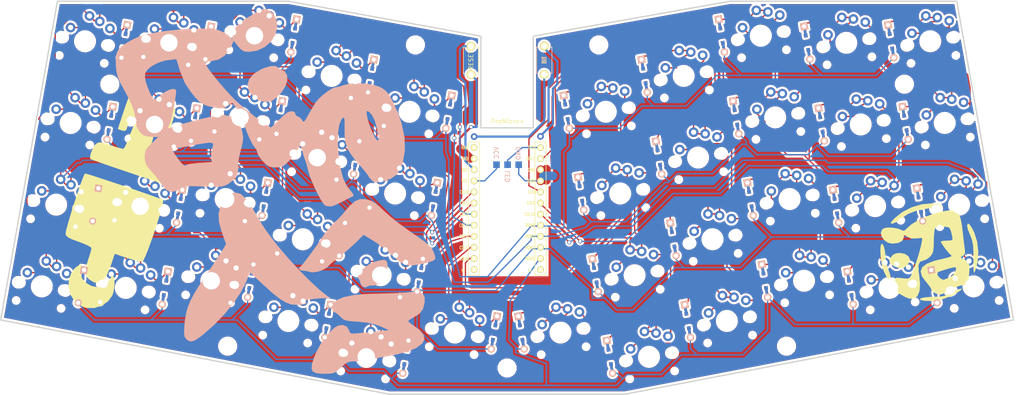
<source format=kicad_pcb>
(kicad_pcb (version 20171130) (host pcbnew "(5.0.2)-1")
  (title_block (date "16 oct 2014"))
  (layers (0 Front signal) (31 Back signal) (34 B.Paste user) (35 F.Paste user) (36 B.SilkS user) (37 F.SilkS user) (38 B.Mask user) (39 F.Mask user) (44 Edge.Cuts user))
  (net 0 "")
  (net 1 N-row-0)
  (net 2 N-row-1)
  (net 3 N-row-2)
  (net 4 N-row-3)
  (net 5 N-col-0)
  (net 6 N-col-1)
  (net 7 N-col-2)
  (net 8 N-col-3)
  (net 9 N-col-4)
  (net 10 N-col-5)
  (net 11 N-col-6)
  (net 12 N-col-7)
  (net 13 N-col-8)
  (net 14 N-col-9)
  (net 15 N-col-10)
  (net 16 N-diode-0)
  (net 17 N-diode-1)
  (net 18 N-diode-2)
  (net 19 N-diode-3)
  (net 20 N-diode-4)
  (net 21 N-diode-5)
  (net 22 N-diode-6)
  (net 23 N-diode-7)
  (net 24 N-diode-8)
  (net 25 N-diode-9)
  (net 26 N-diode-10)
  (net 27 N-diode-11)
  (net 28 N-diode-12)
  (net 29 N-diode-13)
  (net 30 N-diode-14)
  (net 31 N-diode-15)
  (net 32 N-diode-16)
  (net 33 N-diode-17)
  (net 34 N-diode-18)
  (net 35 N-diode-19)
  (net 36 N-diode-20)
  (net 37 N-diode-21)
  (net 38 N-diode-22)
  (net 39 N-diode-23)
  (net 40 N-diode-24)
  (net 41 N-diode-25)
  (net 42 N-diode-26)
  (net 43 N-diode-27)
  (net 44 N-diode-28)
  (net 45 N-diode-29)
  (net 46 N-diode-30)
  (net 47 N-diode-31)
  (net 48 N-diode-32)
  (net 49 N-diode-33)
  (net 50 N-diode-34)
  (net 51 N-diode-35)
  (net 52 N-diode-36)
  (net 53 N-diode-37)
  (net 54 N-diode-38)
  (net 55 N-diode-39)
  (net 56 N-diode-40)
  (net 57 N-diode-41)
  (module LOGO (layer Front) (at 230.5 80)
    (fp_text reference G*** hide)
    (fp_text value LOGO hide)
  )
  (module kbd:ProMicro+ (layer Front) (at 134 70)
    (fp_text reference "" hide)
    (fp_text value A-STAR hide)
    (fp_text user ProMicro+ (at 0.1524 -20.5) (layer F.SilkS))
    (fp_text user ROW0 (at 5.25 3.302) (layer F.SilkS) (effects (font (size 0.75 0.5) (thickness 0.125))))
    (fp_text user COL4 (at -9.95 5.85) (layer F.SilkS) (effects (font (size 0.75 0.5) (thickness 0.125))))
    (fp_text user ROW1 (at 5.2 5.85) (layer F.SilkS) (effects (font (size 0.75 0.5) (thickness 0.125))))
    (fp_text user COL5 (at -9.95 8.4455) (layer F.SilkS) (effects (font (size 0.75 0.5) (thickness 0.125))))
    (fp_text user ROW2 (at 5.2 8.4455) (layer F.SilkS) (effects (font (size 0.75 0.5) (thickness 0.125))))
    (fp_text user COL6 (at -9.95 10.95) (layer F.SilkS) (effects (font (size 0.75 0.5) (thickness 0.125))))
    (fp_text user ROW3 (at 5.2 10.922) (layer F.SilkS) (effects (font (size 0.75 0.5) (thickness 0.125))))
    (fp_text user xx (at 5.2 13.5255) (layer F.SilkS) (effects (font (size 0.75 0.5) (thickness 0.125))))
    (fp_text user xx (at -10.05 13.5) (layer F.SilkS) (effects (font (size 0.75 0.5) (thickness 0.125))))
    (fp_text user COL0 (at -9.9 -4.3) (layer F.SilkS) (effects (font (size 0.75 0.5) (thickness 0.125))))
    (fp_text user COL8 (at 5.7 -4.318) (layer F.SilkS) (effects (font (size 0.75 0.5) (thickness 0.125))))
    (fp_text user COL1 (at -9.85 -1.778) (layer F.SilkS) (effects (font (size 0.75 0.5) (thickness 0.125))))
    (fp_text user COL9 (at 5.461 -1.778) (layer F.SilkS) (effects (font (size 0.75 0.5) (thickness 0.125))))
    (fp_text user COL2 (at -9.9 0.762) (layer F.SilkS) (effects (font (size 0.75 0.5) (thickness 0.125))))
    (fp_text user COL10 (at 5.2 0.8) (layer F.SilkS) (effects (font (size 0.75 0.5) (thickness 0.125))))
    (fp_text user COL3 (at -10 3.35) (layer F.SilkS) (effects (font (size 0.75 0.5) (thickness 0.125))))
    (fp_text user GND (at 5.461 -6.7945) (layer F.SilkS) (effects (font (size 0.75 0.5) (thickness 0.125))))
    (fp_text user VCC (at -9.7155 -6.858) (layer F.SilkS) (effects (font (size 0.75 0.5) (thickness 0.125))))
    (fp_text user GND (at 5.5245 -9.3345) (layer F.SilkS) (effects (font (size 0.75 0.5) (thickness 0.125))))
    (fp_text user RST (at -9.7155 -9.3345) (layer F.SilkS) (effects (font (size 0.75 0.5) (thickness 0.125))))
    (fp_text user COL7 (at 5.35 -11.95) (layer F.SilkS) (effects (font (size 0.75 0.5) (thickness 0.125))))
    (fp_text user GND (at -9.7155 -11.938) (layer F.SilkS) (effects (font (size 0.75 0.5) (thickness 0.125))))
    (fp_text user TXD (at 5.5 -14.478) (layer F.SilkS) (effects (font (size 0.75 0.5) (thickness 0.125))))
    (fp_text user RAW (at -9.7155 -14.478) (layer F.SilkS) (effects (font (size 0.75 0.5) (thickness 0.125))))
    (fp_text user "" (at -1.2065 -16.256) (layer B.SilkS) (effects (justify mirror)))
    (fp_text user "" (at -0.5 -17.25) (layer F.SilkS))
    (pad 24 thru_hole circle (at -7.5636 -14.478) (size 1.524 1.524) (drill 0.8128) (layers *.Cu *.Mask F.SilkS))
    (pad 23 thru_hole circle (at -7.5636 -11.938) (size 1.524 1.524) (drill 0.8128) (layers *.Cu *.Mask F.SilkS))
    (pad 22 thru_hole circle (at -7.5636 -9.398) (size 1.524 1.524) (drill 0.8128) (layers *.Cu *.Mask F.SilkS))
    (pad 21 thru_hole circle (at -7.5636 -6.858) (size 1.524 1.524) (drill 0.8128) (layers *.Cu *.Mask F.SilkS))
    (pad 20 thru_hole circle (at -7.5636 -4.318) (size 1.524 1.524) (drill 0.8128) (layers *.Cu *.Mask F.SilkS))
    (pad 19 thru_hole circle (at -7.5636 -1.778) (size 1.524 1.524) (drill 0.8128) (layers *.Cu *.Mask F.SilkS))
    (pad 18 thru_hole circle (at -7.5636 0.762) (size 1.524 1.524) (drill 0.8128) (layers *.Cu *.Mask F.SilkS))
    (pad 17 thru_hole circle (at -7.5636 3.302) (size 1.524 1.524) (drill 0.8128) (layers *.Cu *.Mask F.SilkS))
    (pad 16 thru_hole circle (at -7.5636 5.842) (size 1.524 1.524) (drill 0.8128) (layers *.Cu *.Mask F.SilkS))
    (pad 15 thru_hole circle (at -7.5636 8.382) (size 1.524 1.524) (drill 0.8128) (layers *.Cu *.Mask F.SilkS))
    (pad 14 thru_hole circle (at -7.5636 10.922) (size 1.524 1.524) (drill 0.8128) (layers *.Cu *.Mask F.SilkS))
    (pad 13 thru_hole circle (at -7.5636 13.462) (size 1.524 1.524) (drill 0.8128) (layers *.Cu *.Mask F.SilkS))
    (pad 12 thru_hole circle (at 7.6564 13.462) (size 1.524 1.524) (drill 0.8128) (layers *.Cu *.Mask F.SilkS))
    (pad 11 thru_hole circle (at 7.6564 10.922) (size 1.524 1.524) (drill 0.8128) (layers *.Cu *.Mask F.SilkS))
    (pad 10 thru_hole circle (at 7.6564 8.382) (size 1.524 1.524) (drill 0.8128) (layers *.Cu *.Mask F.SilkS))
    (pad 9 thru_hole circle (at 7.6564 5.842) (size 1.524 1.524) (drill 0.8128) (layers *.Cu *.Mask F.SilkS))
    (pad 8 thru_hole circle (at 7.6564 3.302) (size 1.524 1.524) (drill 0.8128) (layers *.Cu *.Mask F.SilkS))
    (pad 7 thru_hole circle (at 7.6564 0.762) (size 1.524 1.524) (drill 0.8128) (layers *.Cu *.Mask F.SilkS))
    (pad 6 thru_hole circle (at 7.6564 -1.778) (size 1.524 1.524) (drill 0.8128) (layers *.Cu *.Mask F.SilkS))
    (pad 5 thru_hole circle (at 7.6564 -4.318) (size 1.524 1.524) (drill 0.8128) (layers *.Cu *.Mask F.SilkS))
    (pad 4 thru_hole circle (at 7.6564 -6.858) (size 1.524 1.524) (drill 0.8128) (layers *.Cu *.Mask F.SilkS))
    (pad 3 thru_hole circle (at 7.6564 -9.398) (size 1.524 1.524) (drill 0.8128) (layers *.Cu *.Mask F.SilkS))
    (pad 2 thru_hole circle (at 7.6564 -11.938) (size 1.524 1.524) (drill 0.8128) (layers *.Cu *.Mask F.SilkS))
    (pad 1 thru_hole circle (at 7.6564 -14.478) (size 1.524 1.524) (drill 0.8128) (layers *.Cu *.Mask F.SilkS))
    (pad 25 thru_hole circle (at -7.55 -17) (size 1.524 1.524) (drill 0.762) (layers *.Cu *.Mask))
    (pad 26 thru_hole circle (at 7.65 -17.05) (size 1.524 1.524) (drill 0.762) (layers *.Cu *.Mask))
  )
  (module kbd:CherryMX_Choc_1u.rev1kicad_mod (layer Front) (at 230.925353 31.171678 10)
    (fp_text reference SW11:0 hide)
    (fp_text value "" hide)
    (pad 1 thru_hole circle (at 5.1 -3.9 320) (size 2.2 2.2) (drill 1.2) (layers *.Cu *.Mask) (net 15 N-col-10))
    (pad "" np_thru_hole circle (at 0 0 100) (size 4 4) (drill 4) (layers *.Cu *.Mask))
    (pad "" np_thru_hole circle (at -5.5 0 100) (size 1.9 1.9) (drill 1.9) (layers *.Cu *.Mask))
    (pad "" np_thru_hole circle (at 5.5 0 100) (size 1.9 1.9) (drill 1.9) (layers *.Cu *.Mask))
    (pad 2 thru_hole circle (at 0 -5.9 100) (size 2.2 2.2) (drill 1.2) (layers *.Cu *.Mask) (net 39 N-diode-23))
    (pad 2 thru_hole circle (at 2.54 -5.08 10) (size 2.2 2.2) (drill 1.2) (layers *.Cu *.Mask) (net 39 N-diode-23))
    (pad 1 thru_hole circle (at -3.81 -2.54 60) (size 2.2 2.2) (drill 1.2) (layers *.Cu *.Mask) (net 15 N-col-10))
    (pad "" np_thru_hole circle (at 5.08 0 10) (size 1.7 1.7) (drill 1.7) (layers *.Cu *.Mask))
    (pad "" np_thru_hole circle (at -5.08 0 10) (size 1.7 1.7) (drill 1.7) (layers *.Cu *.Mask))
    (pad "" np_thru_hole circle (at 5.22 4.2 10) (size 1 1) (drill 1) (layers *.Cu *.Mask))
    (pad "" np_thru_hole circle (at -5.22 4.2 10) (size 1 1) (drill 1) (layers *.Cu *.Mask))
  )
  (module kbd:CherryMX_Choc_1u.rev1kicad_mod (layer Front) (at 234.224668 49.883025 10)
    (fp_text reference SW11:1 hide)
    (fp_text value "" hide)
    (pad 1 thru_hole circle (at 5.1 -3.9 320) (size 2.2 2.2) (drill 1.2) (layers *.Cu *.Mask) (net 15 N-col-10))
    (pad "" np_thru_hole circle (at 0 0 100) (size 4 4) (drill 4) (layers *.Cu *.Mask))
    (pad "" np_thru_hole circle (at -5.5 0 100) (size 1.9 1.9) (drill 1.9) (layers *.Cu *.Mask))
    (pad "" np_thru_hole circle (at 5.5 0 100) (size 1.9 1.9) (drill 1.9) (layers *.Cu *.Mask))
    (pad 2 thru_hole circle (at 0 -5.9 100) (size 2.2 2.2) (drill 1.2) (layers *.Cu *.Mask) (net 41 N-diode-25))
    (pad 2 thru_hole circle (at 2.54 -5.08 10) (size 2.2 2.2) (drill 1.2) (layers *.Cu *.Mask) (net 41 N-diode-25))
    (pad 1 thru_hole circle (at -3.81 -2.54 60) (size 2.2 2.2) (drill 1.2) (layers *.Cu *.Mask) (net 15 N-col-10))
    (pad "" np_thru_hole circle (at 5.08 0 10) (size 1.7 1.7) (drill 1.7) (layers *.Cu *.Mask))
    (pad "" np_thru_hole circle (at -5.08 0 10) (size 1.7 1.7) (drill 1.7) (layers *.Cu *.Mask))
    (pad "" np_thru_hole circle (at 5.22 4.2 10) (size 1 1) (drill 1) (layers *.Cu *.Mask))
    (pad "" np_thru_hole circle (at -5.22 4.2 10) (size 1 1) (drill 1) (layers *.Cu *.Mask))
  )
  (module kbd:CherryMX_Choc_1u.rev1kicad_mod (layer Front) (at 214.992377 50.227917 10)
    (fp_text reference SW10:1 hide)
    (fp_text value "" hide)
    (pad 1 thru_hole circle (at 5.1 -3.9 320) (size 2.2 2.2) (drill 1.2) (layers *.Cu *.Mask) (net 14 N-col-9))
    (pad "" np_thru_hole circle (at 0 0 100) (size 4 4) (drill 4) (layers *.Cu *.Mask))
    (pad "" np_thru_hole circle (at -5.5 0 100) (size 1.9 1.9) (drill 1.9) (layers *.Cu *.Mask))
    (pad "" np_thru_hole circle (at 5.5 0 100) (size 1.9 1.9) (drill 1.9) (layers *.Cu *.Mask))
    (pad 2 thru_hole circle (at 0 -5.9 100) (size 2.2 2.2) (drill 1.2) (layers *.Cu *.Mask) (net 57 N-diode-41))
    (pad 2 thru_hole circle (at 2.54 -5.08 10) (size 2.2 2.2) (drill 1.2) (layers *.Cu *.Mask) (net 57 N-diode-41))
    (pad 1 thru_hole circle (at -3.81 -2.54 60) (size 2.2 2.2) (drill 1.2) (layers *.Cu *.Mask) (net 14 N-col-9))
    (pad "" np_thru_hole circle (at 5.08 0 10) (size 1.7 1.7) (drill 1.7) (layers *.Cu *.Mask))
    (pad "" np_thru_hole circle (at -5.08 0 10) (size 1.7 1.7) (drill 1.7) (layers *.Cu *.Mask))
    (pad "" np_thru_hole circle (at 5.22 4.2 10) (size 1 1) (drill 1) (layers *.Cu *.Mask))
    (pad "" np_thru_hole circle (at -5.22 4.2 10) (size 1 1) (drill 1) (layers *.Cu *.Mask))
  )
  (module kbd:CherryMX_Choc_1u.rev1kicad_mod (layer Front) (at 237.523984 68.594372 10)
    (fp_text reference SW11:2 hide)
    (fp_text value "" hide)
    (pad 1 thru_hole circle (at 5.1 -3.9 320) (size 2.2 2.2) (drill 1.2) (layers *.Cu *.Mask) (net 15 N-col-10))
    (pad "" np_thru_hole circle (at 0 0 100) (size 4 4) (drill 4) (layers *.Cu *.Mask))
    (pad "" np_thru_hole circle (at -5.5 0 100) (size 1.9 1.9) (drill 1.9) (layers *.Cu *.Mask))
    (pad "" np_thru_hole circle (at 5.5 0 100) (size 1.9 1.9) (drill 1.9) (layers *.Cu *.Mask))
    (pad 2 thru_hole circle (at 0 -5.9 100) (size 2.2 2.2) (drill 1.2) (layers *.Cu *.Mask) (net 42 N-diode-26))
    (pad 2 thru_hole circle (at 2.54 -5.08 10) (size 2.2 2.2) (drill 1.2) (layers *.Cu *.Mask) (net 42 N-diode-26))
    (pad 1 thru_hole circle (at -3.81 -2.54 60) (size 2.2 2.2) (drill 1.2) (layers *.Cu *.Mask) (net 15 N-col-10))
    (pad "" np_thru_hole circle (at 5.08 0 10) (size 1.7 1.7) (drill 1.7) (layers *.Cu *.Mask))
    (pad "" np_thru_hole circle (at -5.08 0 10) (size 1.7 1.7) (drill 1.7) (layers *.Cu *.Mask))
    (pad "" np_thru_hole circle (at 5.22 4.2 10) (size 1 1) (drill 1) (layers *.Cu *.Mask))
    (pad "" np_thru_hole circle (at -5.22 4.2 10) (size 1 1) (drill 1) (layers *.Cu *.Mask))
  )
  (module kbd:CherryMX_Choc_1u.rev1kicad_mod (layer Front) (at 240.823299 87.305719 10)
    (fp_text reference SW11:3 hide)
    (fp_text value "" hide)
    (pad 1 thru_hole circle (at 5.1 -3.9 320) (size 2.2 2.2) (drill 1.2) (layers *.Cu *.Mask) (net 15 N-col-10))
    (pad "" np_thru_hole circle (at 0 0 100) (size 4 4) (drill 4) (layers *.Cu *.Mask))
    (pad "" np_thru_hole circle (at -5.5 0 100) (size 1.9 1.9) (drill 1.9) (layers *.Cu *.Mask))
    (pad "" np_thru_hole circle (at 5.5 0 100) (size 1.9 1.9) (drill 1.9) (layers *.Cu *.Mask))
    (pad 2 thru_hole circle (at 0 -5.9 100) (size 2.2 2.2) (drill 1.2) (layers *.Cu *.Mask) (net 43 N-diode-27))
    (pad 2 thru_hole circle (at 2.54 -5.08 10) (size 2.2 2.2) (drill 1.2) (layers *.Cu *.Mask) (net 43 N-diode-27))
    (pad 1 thru_hole circle (at -3.81 -2.54 60) (size 2.2 2.2) (drill 1.2) (layers *.Cu *.Mask) (net 15 N-col-10))
    (pad "" np_thru_hole circle (at 5.08 0 10) (size 1.7 1.7) (drill 1.7) (layers *.Cu *.Mask))
    (pad "" np_thru_hole circle (at -5.08 0 10) (size 1.7 1.7) (drill 1.7) (layers *.Cu *.Mask))
    (pad "" np_thru_hole circle (at 5.22 4.2 10) (size 1 1) (drill 1) (layers *.Cu *.Mask))
    (pad "" np_thru_hole circle (at -5.22 4.2 10) (size 1 1) (drill 1) (layers *.Cu *.Mask))
  )
  (module kbd:CherryMX_Choc_1u.rev1kicad_mod (layer Front) (at 211.693061 31.51657 10)
    (fp_text reference SW10:0 hide)
    (fp_text value "" hide)
    (pad 1 thru_hole circle (at 5.1 -3.9 320) (size 2.2 2.2) (drill 1.2) (layers *.Cu *.Mask) (net 14 N-col-9))
    (pad "" np_thru_hole circle (at 0 0 100) (size 4 4) (drill 4) (layers *.Cu *.Mask))
    (pad "" np_thru_hole circle (at -5.5 0 100) (size 1.9 1.9) (drill 1.9) (layers *.Cu *.Mask))
    (pad "" np_thru_hole circle (at 5.5 0 100) (size 1.9 1.9) (drill 1.9) (layers *.Cu *.Mask))
    (pad 2 thru_hole circle (at 0 -5.9 100) (size 2.2 2.2) (drill 1.2) (layers *.Cu *.Mask) (net 56 N-diode-40))
    (pad 2 thru_hole circle (at 2.54 -5.08 10) (size 2.2 2.2) (drill 1.2) (layers *.Cu *.Mask) (net 56 N-diode-40))
    (pad 1 thru_hole circle (at -3.81 -2.54 60) (size 2.2 2.2) (drill 1.2) (layers *.Cu *.Mask) (net 14 N-col-9))
    (pad "" np_thru_hole circle (at 5.08 0 10) (size 1.7 1.7) (drill 1.7) (layers *.Cu *.Mask))
    (pad "" np_thru_hole circle (at -5.08 0 10) (size 1.7 1.7) (drill 1.7) (layers *.Cu *.Mask))
    (pad "" np_thru_hole circle (at 5.22 4.2 10) (size 1 1) (drill 1) (layers *.Cu *.Mask))
    (pad "" np_thru_hole circle (at -5.22 4.2 10) (size 1 1) (drill 1) (layers *.Cu *.Mask))
  )
  (module kbd:CherryMX_Choc_1u.rev1kicad_mod (layer Front) (at 218.291692 68.939264 10)
    (fp_text reference SW10:2 hide)
    (fp_text value "" hide)
    (pad 1 thru_hole circle (at 5.1 -3.9 320) (size 2.2 2.2) (drill 1.2) (layers *.Cu *.Mask) (net 14 N-col-9))
    (pad "" np_thru_hole circle (at 0 0 100) (size 4 4) (drill 4) (layers *.Cu *.Mask))
    (pad "" np_thru_hole circle (at -5.5 0 100) (size 1.9 1.9) (drill 1.9) (layers *.Cu *.Mask))
    (pad "" np_thru_hole circle (at 5.5 0 100) (size 1.9 1.9) (drill 1.9) (layers *.Cu *.Mask))
    (pad 2 thru_hole circle (at 0 -5.9 100) (size 2.2 2.2) (drill 1.2) (layers *.Cu *.Mask) (net 37 N-diode-21))
    (pad 2 thru_hole circle (at 2.54 -5.08 10) (size 2.2 2.2) (drill 1.2) (layers *.Cu *.Mask) (net 37 N-diode-21))
    (pad 1 thru_hole circle (at -3.81 -2.54 60) (size 2.2 2.2) (drill 1.2) (layers *.Cu *.Mask) (net 14 N-col-9))
    (pad "" np_thru_hole circle (at 5.08 0 10) (size 1.7 1.7) (drill 1.7) (layers *.Cu *.Mask))
    (pad "" np_thru_hole circle (at -5.08 0 10) (size 1.7 1.7) (drill 1.7) (layers *.Cu *.Mask))
    (pad "" np_thru_hole circle (at 5.22 4.2 10) (size 1 1) (drill 1) (layers *.Cu *.Mask))
    (pad "" np_thru_hole circle (at -5.22 4.2 10) (size 1 1) (drill 1) (layers *.Cu *.Mask))
  )
  (module kbd:CherryMX_Choc_1u.rev1kicad_mod (layer Front) (at 221.591007 87.650612 10)
    (fp_text reference SW10:3 hide)
    (fp_text value "" hide)
    (pad 1 thru_hole circle (at 5.1 -3.9 320) (size 2.2 2.2) (drill 1.2) (layers *.Cu *.Mask) (net 14 N-col-9))
    (pad "" np_thru_hole circle (at 0 0 100) (size 4 4) (drill 4) (layers *.Cu *.Mask))
    (pad "" np_thru_hole circle (at -5.5 0 100) (size 1.9 1.9) (drill 1.9) (layers *.Cu *.Mask))
    (pad "" np_thru_hole circle (at 5.5 0 100) (size 1.9 1.9) (drill 1.9) (layers *.Cu *.Mask))
    (pad 2 thru_hole circle (at 0 -5.9 100) (size 2.2 2.2) (drill 1.2) (layers *.Cu *.Mask) (net 38 N-diode-22))
    (pad 2 thru_hole circle (at 2.54 -5.08 10) (size 2.2 2.2) (drill 1.2) (layers *.Cu *.Mask) (net 38 N-diode-22))
    (pad 1 thru_hole circle (at -3.81 -2.54 60) (size 2.2 2.2) (drill 1.2) (layers *.Cu *.Mask) (net 14 N-col-9))
    (pad "" np_thru_hole circle (at 5.08 0 10) (size 1.7 1.7) (drill 1.7) (layers *.Cu *.Mask))
    (pad "" np_thru_hole circle (at -5.08 0 10) (size 1.7 1.7) (drill 1.7) (layers *.Cu *.Mask))
    (pad "" np_thru_hole circle (at 5.22 4.2 10) (size 1 1) (drill 1) (layers *.Cu *.Mask))
    (pad "" np_thru_hole circle (at -5.22 4.2 10) (size 1 1) (drill 1) (layers *.Cu *.Mask))
  )
  (module kbd:CherryMX_Choc_1u.rev1kicad_mod (layer Front) (at 202.011419 86.025888 10)
    (fp_text reference SW9:3 hide)
    (fp_text value "" hide)
    (pad 1 thru_hole circle (at 5.1 -3.9 320) (size 2.2 2.2) (drill 1.2) (layers *.Cu *.Mask) (net 13 N-col-8))
    (pad "" np_thru_hole circle (at 0 0 100) (size 4 4) (drill 4) (layers *.Cu *.Mask))
    (pad "" np_thru_hole circle (at -5.5 0 100) (size 1.9 1.9) (drill 1.9) (layers *.Cu *.Mask))
    (pad "" np_thru_hole circle (at 5.5 0 100) (size 1.9 1.9) (drill 1.9) (layers *.Cu *.Mask))
    (pad 2 thru_hole circle (at 0 -5.9 100) (size 2.2 2.2) (drill 1.2) (layers *.Cu *.Mask) (net 55 N-diode-39))
    (pad 2 thru_hole circle (at 2.54 -5.08 10) (size 2.2 2.2) (drill 1.2) (layers *.Cu *.Mask) (net 55 N-diode-39))
    (pad 1 thru_hole circle (at -3.81 -2.54 60) (size 2.2 2.2) (drill 1.2) (layers *.Cu *.Mask) (net 13 N-col-8))
    (pad "" np_thru_hole circle (at 5.08 0 10) (size 1.7 1.7) (drill 1.7) (layers *.Cu *.Mask))
    (pad "" np_thru_hole circle (at -5.08 0 10) (size 1.7 1.7) (drill 1.7) (layers *.Cu *.Mask))
    (pad "" np_thru_hole circle (at 5.22 4.2 10) (size 1 1) (drill 1) (layers *.Cu *.Mask))
    (pad "" np_thru_hole circle (at -5.22 4.2 10) (size 1 1) (drill 1) (layers *.Cu *.Mask))
  )
  (module kbd:CherryMX_Choc_1u.rev1kicad_mod (layer Front) (at 198.712104 67.314541 10)
    (fp_text reference SW9:2 hide)
    (fp_text value "" hide)
    (pad 1 thru_hole circle (at 5.1 -3.9 320) (size 2.2 2.2) (drill 1.2) (layers *.Cu *.Mask) (net 13 N-col-8))
    (pad "" np_thru_hole circle (at 0 0 100) (size 4 4) (drill 4) (layers *.Cu *.Mask))
    (pad "" np_thru_hole circle (at -5.5 0 100) (size 1.9 1.9) (drill 1.9) (layers *.Cu *.Mask))
    (pad "" np_thru_hole circle (at 5.5 0 100) (size 1.9 1.9) (drill 1.9) (layers *.Cu *.Mask))
    (pad 2 thru_hole circle (at 0 -5.9 100) (size 2.2 2.2) (drill 1.2) (layers *.Cu *.Mask) (net 54 N-diode-38))
    (pad 2 thru_hole circle (at 2.54 -5.08 10) (size 2.2 2.2) (drill 1.2) (layers *.Cu *.Mask) (net 54 N-diode-38))
    (pad 1 thru_hole circle (at -3.81 -2.54 60) (size 2.2 2.2) (drill 1.2) (layers *.Cu *.Mask) (net 13 N-col-8))
    (pad "" np_thru_hole circle (at 5.08 0 10) (size 1.7 1.7) (drill 1.7) (layers *.Cu *.Mask))
    (pad "" np_thru_hole circle (at -5.08 0 10) (size 1.7 1.7) (drill 1.7) (layers *.Cu *.Mask))
    (pad "" np_thru_hole circle (at 5.22 4.2 10) (size 1 1) (drill 1) (layers *.Cu *.Mask))
    (pad "" np_thru_hole circle (at -5.22 4.2 10) (size 1 1) (drill 1) (layers *.Cu *.Mask))
  )
  (module kbd:CherryMX_Choc_1u.rev1kicad_mod (layer Front) (at 195.412788 48.603194 10)
    (fp_text reference SW9:1 hide)
    (fp_text value "" hide)
    (pad 1 thru_hole circle (at 5.1 -3.9 320) (size 2.2 2.2) (drill 1.2) (layers *.Cu *.Mask) (net 13 N-col-8))
    (pad "" np_thru_hole circle (at 0 0 100) (size 4 4) (drill 4) (layers *.Cu *.Mask))
    (pad "" np_thru_hole circle (at -5.5 0 100) (size 1.9 1.9) (drill 1.9) (layers *.Cu *.Mask))
    (pad "" np_thru_hole circle (at 5.5 0 100) (size 1.9 1.9) (drill 1.9) (layers *.Cu *.Mask))
    (pad 2 thru_hole circle (at 0 -5.9 100) (size 2.2 2.2) (drill 1.2) (layers *.Cu *.Mask) (net 53 N-diode-37))
    (pad 2 thru_hole circle (at 2.54 -5.08 10) (size 2.2 2.2) (drill 1.2) (layers *.Cu *.Mask) (net 53 N-diode-37))
    (pad 1 thru_hole circle (at -3.81 -2.54 60) (size 2.2 2.2) (drill 1.2) (layers *.Cu *.Mask) (net 13 N-col-8))
    (pad "" np_thru_hole circle (at 5.08 0 10) (size 1.7 1.7) (drill 1.7) (layers *.Cu *.Mask))
    (pad "" np_thru_hole circle (at -5.08 0 10) (size 1.7 1.7) (drill 1.7) (layers *.Cu *.Mask))
    (pad "" np_thru_hole circle (at 5.22 4.2 10) (size 1 1) (drill 1) (layers *.Cu *.Mask))
    (pad "" np_thru_hole circle (at -5.22 4.2 10) (size 1 1) (drill 1) (layers *.Cu *.Mask))
  )
  (module kbd:CherryMX_Choc_1u.rev1kicad_mod (layer Front) (at 192.113473 29.891846 10)
    (fp_text reference SW9:0 hide)
    (fp_text value "" hide)
    (pad 1 thru_hole circle (at 5.1 -3.9 320) (size 2.2 2.2) (drill 1.2) (layers *.Cu *.Mask) (net 13 N-col-8))
    (pad "" np_thru_hole circle (at 0 0 100) (size 4 4) (drill 4) (layers *.Cu *.Mask))
    (pad "" np_thru_hole circle (at -5.5 0 100) (size 1.9 1.9) (drill 1.9) (layers *.Cu *.Mask))
    (pad "" np_thru_hole circle (at 5.5 0 100) (size 1.9 1.9) (drill 1.9) (layers *.Cu *.Mask))
    (pad 2 thru_hole circle (at 0 -5.9 100) (size 2.2 2.2) (drill 1.2) (layers *.Cu *.Mask) (net 52 N-diode-36))
    (pad 2 thru_hole circle (at 2.54 -5.08 10) (size 2.2 2.2) (drill 1.2) (layers *.Cu *.Mask) (net 52 N-diode-36))
    (pad 1 thru_hole circle (at -3.81 -2.54 60) (size 2.2 2.2) (drill 1.2) (layers *.Cu *.Mask) (net 13 N-col-8))
    (pad "" np_thru_hole circle (at 5.08 0 10) (size 1.7 1.7) (drill 1.7) (layers *.Cu *.Mask))
    (pad "" np_thru_hole circle (at -5.08 0 10) (size 1.7 1.7) (drill 1.7) (layers *.Cu *.Mask))
    (pad "" np_thru_hole circle (at 5.22 4.2 10) (size 1 1) (drill 1) (layers *.Cu *.Mask))
    (pad "" np_thru_hole circle (at -5.22 4.2 10) (size 1 1) (drill 1) (layers *.Cu *.Mask))
  )
  (module kbd:CherryMX_Choc_1u.rev1kicad_mod (layer Front) (at 184.341961 95.23405 10)
    (fp_text reference SW8:3 hide)
    (fp_text value "" hide)
    (pad 1 thru_hole circle (at 5.1 -3.9 320) (size 2.2 2.2) (drill 1.2) (layers *.Cu *.Mask) (net 12 N-col-7))
    (pad "" np_thru_hole circle (at 0 0 100) (size 4 4) (drill 4) (layers *.Cu *.Mask))
    (pad "" np_thru_hole circle (at -5.5 0 100) (size 1.9 1.9) (drill 1.9) (layers *.Cu *.Mask))
    (pad "" np_thru_hole circle (at 5.5 0 100) (size 1.9 1.9) (drill 1.9) (layers *.Cu *.Mask))
    (pad 2 thru_hole circle (at 0 -5.9 100) (size 2.2 2.2) (drill 1.2) (layers *.Cu *.Mask) (net 51 N-diode-35))
    (pad 2 thru_hole circle (at 2.54 -5.08 10) (size 2.2 2.2) (drill 1.2) (layers *.Cu *.Mask) (net 51 N-diode-35))
    (pad 1 thru_hole circle (at -3.81 -2.54 60) (size 2.2 2.2) (drill 1.2) (layers *.Cu *.Mask) (net 12 N-col-7))
    (pad "" np_thru_hole circle (at 5.08 0 10) (size 1.7 1.7) (drill 1.7) (layers *.Cu *.Mask))
    (pad "" np_thru_hole circle (at -5.08 0 10) (size 1.7 1.7) (drill 1.7) (layers *.Cu *.Mask))
    (pad "" np_thru_hole circle (at 5.22 4.2 10) (size 1 1) (drill 1) (layers *.Cu *.Mask))
    (pad "" np_thru_hole circle (at -5.22 4.2 10) (size 1 1) (drill 1) (layers *.Cu *.Mask))
  )
  (module kbd:CherryMX_Choc_1u.rev1kicad_mod (layer Front) (at 181.042646 76.522703 10)
    (fp_text reference SW8:2 hide)
    (fp_text value "" hide)
    (pad 1 thru_hole circle (at 5.1 -3.9 320) (size 2.2 2.2) (drill 1.2) (layers *.Cu *.Mask) (net 12 N-col-7))
    (pad "" np_thru_hole circle (at 0 0 100) (size 4 4) (drill 4) (layers *.Cu *.Mask))
    (pad "" np_thru_hole circle (at -5.5 0 100) (size 1.9 1.9) (drill 1.9) (layers *.Cu *.Mask))
    (pad "" np_thru_hole circle (at 5.5 0 100) (size 1.9 1.9) (drill 1.9) (layers *.Cu *.Mask))
    (pad 2 thru_hole circle (at 0 -5.9 100) (size 2.2 2.2) (drill 1.2) (layers *.Cu *.Mask) (net 50 N-diode-34))
    (pad 2 thru_hole circle (at 2.54 -5.08 10) (size 2.2 2.2) (drill 1.2) (layers *.Cu *.Mask) (net 50 N-diode-34))
    (pad 1 thru_hole circle (at -3.81 -2.54 60) (size 2.2 2.2) (drill 1.2) (layers *.Cu *.Mask) (net 12 N-col-7))
    (pad "" np_thru_hole circle (at 5.08 0 10) (size 1.7 1.7) (drill 1.7) (layers *.Cu *.Mask))
    (pad "" np_thru_hole circle (at -5.08 0 10) (size 1.7 1.7) (drill 1.7) (layers *.Cu *.Mask))
    (pad "" np_thru_hole circle (at 5.22 4.2 10) (size 1 1) (drill 1) (layers *.Cu *.Mask))
    (pad "" np_thru_hole circle (at -5.22 4.2 10) (size 1 1) (drill 1) (layers *.Cu *.Mask))
  )
  (module kbd:CherryMX_Choc_1u.rev1kicad_mod (layer Front) (at 177.74333 57.811355 10)
    (fp_text reference SW8:1 hide)
    (fp_text value "" hide)
    (pad 1 thru_hole circle (at 5.1 -3.9 320) (size 2.2 2.2) (drill 1.2) (layers *.Cu *.Mask) (net 12 N-col-7))
    (pad "" np_thru_hole circle (at 0 0 100) (size 4 4) (drill 4) (layers *.Cu *.Mask))
    (pad "" np_thru_hole circle (at -5.5 0 100) (size 1.9 1.9) (drill 1.9) (layers *.Cu *.Mask))
    (pad "" np_thru_hole circle (at 5.5 0 100) (size 1.9 1.9) (drill 1.9) (layers *.Cu *.Mask))
    (pad 2 thru_hole circle (at 0 -5.9 100) (size 2.2 2.2) (drill 1.2) (layers *.Cu *.Mask) (net 49 N-diode-33))
    (pad 2 thru_hole circle (at 2.54 -5.08 10) (size 2.2 2.2) (drill 1.2) (layers *.Cu *.Mask) (net 49 N-diode-33))
    (pad 1 thru_hole circle (at -3.81 -2.54 60) (size 2.2 2.2) (drill 1.2) (layers *.Cu *.Mask) (net 12 N-col-7))
    (pad "" np_thru_hole circle (at 5.08 0 10) (size 1.7 1.7) (drill 1.7) (layers *.Cu *.Mask))
    (pad "" np_thru_hole circle (at -5.08 0 10) (size 1.7 1.7) (drill 1.7) (layers *.Cu *.Mask))
    (pad "" np_thru_hole circle (at 5.22 4.2 10) (size 1 1) (drill 1) (layers *.Cu *.Mask))
    (pad "" np_thru_hole circle (at -5.22 4.2 10) (size 1 1) (drill 1) (layers *.Cu *.Mask))
  )
  (module kbd:CherryMX_Choc_1u.rev1kicad_mod (layer Front) (at 174.444015 39.100008 10)
    (fp_text reference SW8:0 hide)
    (fp_text value "" hide)
    (pad 1 thru_hole circle (at 5.1 -3.9 320) (size 2.2 2.2) (drill 1.2) (layers *.Cu *.Mask) (net 12 N-col-7))
    (pad "" np_thru_hole circle (at 0 0 100) (size 4 4) (drill 4) (layers *.Cu *.Mask))
    (pad "" np_thru_hole circle (at -5.5 0 100) (size 1.9 1.9) (drill 1.9) (layers *.Cu *.Mask))
    (pad "" np_thru_hole circle (at 5.5 0 100) (size 1.9 1.9) (drill 1.9) (layers *.Cu *.Mask))
    (pad 2 thru_hole circle (at 0 -5.9 100) (size 2.2 2.2) (drill 1.2) (layers *.Cu *.Mask) (net 48 N-diode-32))
    (pad 2 thru_hole circle (at 2.54 -5.08 10) (size 2.2 2.2) (drill 1.2) (layers *.Cu *.Mask) (net 48 N-diode-32))
    (pad 1 thru_hole circle (at -3.81 -2.54 60) (size 2.2 2.2) (drill 1.2) (layers *.Cu *.Mask) (net 12 N-col-7))
    (pad "" np_thru_hole circle (at 5.08 0 10) (size 1.7 1.7) (drill 1.7) (layers *.Cu *.Mask))
    (pad "" np_thru_hole circle (at -5.08 0 10) (size 1.7 1.7) (drill 1.7) (layers *.Cu *.Mask))
    (pad "" np_thru_hole circle (at 5.22 4.2 10) (size 1 1) (drill 1) (layers *.Cu *.Mask))
    (pad "" np_thru_hole circle (at -5.22 4.2 10) (size 1 1) (drill 1) (layers *.Cu *.Mask))
  )
  (module kbd:CherryMX_Choc_1u.rev1kicad_mod (layer Front) (at 156.600908 47.323362 10)
    (fp_text reference SW7:0 hide)
    (fp_text value "" hide)
    (pad 1 thru_hole circle (at 5.1 -3.9 320) (size 2.2 2.2) (drill 1.2) (layers *.Cu *.Mask) (net 11 N-col-6))
    (pad "" np_thru_hole circle (at 0 0 100) (size 4 4) (drill 4) (layers *.Cu *.Mask))
    (pad "" np_thru_hole circle (at -5.5 0 100) (size 1.9 1.9) (drill 1.9) (layers *.Cu *.Mask))
    (pad "" np_thru_hole circle (at 5.5 0 100) (size 1.9 1.9) (drill 1.9) (layers *.Cu *.Mask))
    (pad 2 thru_hole circle (at 0 -5.9 100) (size 2.2 2.2) (drill 1.2) (layers *.Cu *.Mask) (net 44 N-diode-28))
    (pad 2 thru_hole circle (at 2.54 -5.08 10) (size 2.2 2.2) (drill 1.2) (layers *.Cu *.Mask) (net 44 N-diode-28))
    (pad 1 thru_hole circle (at -3.81 -2.54 60) (size 2.2 2.2) (drill 1.2) (layers *.Cu *.Mask) (net 11 N-col-6))
    (pad "" np_thru_hole circle (at 5.08 0 10) (size 1.7 1.7) (drill 1.7) (layers *.Cu *.Mask))
    (pad "" np_thru_hole circle (at -5.08 0 10) (size 1.7 1.7) (drill 1.7) (layers *.Cu *.Mask))
    (pad "" np_thru_hole circle (at 5.22 4.2 10) (size 1 1) (drill 1) (layers *.Cu *.Mask))
    (pad "" np_thru_hole circle (at -5.22 4.2 10) (size 1 1) (drill 1) (layers *.Cu *.Mask))
  )
  (module kbd:CherryMX_Choc_1u.rev1kicad_mod (layer Front) (at 166.498855 103.457404 10)
    (fp_text reference SW7:3 hide)
    (fp_text value "" hide)
    (pad 1 thru_hole circle (at 5.1 -3.9 320) (size 2.2 2.2) (drill 1.2) (layers *.Cu *.Mask) (net 11 N-col-6))
    (pad "" np_thru_hole circle (at 0 0 100) (size 4 4) (drill 4) (layers *.Cu *.Mask))
    (pad "" np_thru_hole circle (at -5.5 0 100) (size 1.9 1.9) (drill 1.9) (layers *.Cu *.Mask))
    (pad "" np_thru_hole circle (at 5.5 0 100) (size 1.9 1.9) (drill 1.9) (layers *.Cu *.Mask))
    (pad 2 thru_hole circle (at 0 -5.9 100) (size 2.2 2.2) (drill 1.2) (layers *.Cu *.Mask) (net 47 N-diode-31))
    (pad 2 thru_hole circle (at 2.54 -5.08 10) (size 2.2 2.2) (drill 1.2) (layers *.Cu *.Mask) (net 47 N-diode-31))
    (pad 1 thru_hole circle (at -3.81 -2.54 60) (size 2.2 2.2) (drill 1.2) (layers *.Cu *.Mask) (net 11 N-col-6))
    (pad "" np_thru_hole circle (at 5.08 0 10) (size 1.7 1.7) (drill 1.7) (layers *.Cu *.Mask))
    (pad "" np_thru_hole circle (at -5.08 0 10) (size 1.7 1.7) (drill 1.7) (layers *.Cu *.Mask))
    (pad "" np_thru_hole circle (at 5.22 4.2 10) (size 1 1) (drill 1) (layers *.Cu *.Mask))
    (pad "" np_thru_hole circle (at -5.22 4.2 10) (size 1 1) (drill 1) (layers *.Cu *.Mask))
  )
  (module kbd:CherryMX_Choc_1u.rev1kicad_mod (layer Front) (at 159.900224 66.03471 10)
    (fp_text reference SW7:1 hide)
    (fp_text value "" hide)
    (pad 1 thru_hole circle (at 5.1 -3.9 320) (size 2.2 2.2) (drill 1.2) (layers *.Cu *.Mask) (net 11 N-col-6))
    (pad "" np_thru_hole circle (at 0 0 100) (size 4 4) (drill 4) (layers *.Cu *.Mask))
    (pad "" np_thru_hole circle (at -5.5 0 100) (size 1.9 1.9) (drill 1.9) (layers *.Cu *.Mask))
    (pad "" np_thru_hole circle (at 5.5 0 100) (size 1.9 1.9) (drill 1.9) (layers *.Cu *.Mask))
    (pad 2 thru_hole circle (at 0 -5.9 100) (size 2.2 2.2) (drill 1.2) (layers *.Cu *.Mask) (net 45 N-diode-29))
    (pad 2 thru_hole circle (at 2.54 -5.08 10) (size 2.2 2.2) (drill 1.2) (layers *.Cu *.Mask) (net 45 N-diode-29))
    (pad 1 thru_hole circle (at -3.81 -2.54 60) (size 2.2 2.2) (drill 1.2) (layers *.Cu *.Mask) (net 11 N-col-6))
    (pad "" np_thru_hole circle (at 5.08 0 10) (size 1.7 1.7) (drill 1.7) (layers *.Cu *.Mask))
    (pad "" np_thru_hole circle (at -5.08 0 10) (size 1.7 1.7) (drill 1.7) (layers *.Cu *.Mask))
    (pad "" np_thru_hole circle (at 5.22 4.2 10) (size 1 1) (drill 1) (layers *.Cu *.Mask))
    (pad "" np_thru_hole circle (at -5.22 4.2 10) (size 1 1) (drill 1) (layers *.Cu *.Mask))
  )
  (module kbd:CherryMX_Choc_1u.rev1kicad_mod (layer Front) (at 163.199539 84.746057 10)
    (fp_text reference SW7:2 hide)
    (fp_text value "" hide)
    (pad 1 thru_hole circle (at 5.1 -3.9 320) (size 2.2 2.2) (drill 1.2) (layers *.Cu *.Mask) (net 11 N-col-6))
    (pad "" np_thru_hole circle (at 0 0 100) (size 4 4) (drill 4) (layers *.Cu *.Mask))
    (pad "" np_thru_hole circle (at -5.5 0 100) (size 1.9 1.9) (drill 1.9) (layers *.Cu *.Mask))
    (pad "" np_thru_hole circle (at 5.5 0 100) (size 1.9 1.9) (drill 1.9) (layers *.Cu *.Mask))
    (pad 2 thru_hole circle (at 0 -5.9 100) (size 2.2 2.2) (drill 1.2) (layers *.Cu *.Mask) (net 46 N-diode-30))
    (pad 2 thru_hole circle (at 2.54 -5.08 10) (size 2.2 2.2) (drill 1.2) (layers *.Cu *.Mask) (net 46 N-diode-30))
    (pad 1 thru_hole circle (at -3.81 -2.54 60) (size 2.2 2.2) (drill 1.2) (layers *.Cu *.Mask) (net 11 N-col-6))
    (pad "" np_thru_hole circle (at 5.08 0 10) (size 1.7 1.7) (drill 1.7) (layers *.Cu *.Mask))
    (pad "" np_thru_hole circle (at -5.08 0 10) (size 1.7 1.7) (drill 1.7) (layers *.Cu *.Mask))
    (pad "" np_thru_hole circle (at 5.22 4.2 10) (size 1 1) (drill 1) (layers *.Cu *.Mask))
    (pad "" np_thru_hole circle (at -5.22 4.2 10) (size 1 1) (drill 1) (layers *.Cu *.Mask))
  )
  (module kbd:CherryMX_Choc_1u.rev1kicad_mod (layer Front) (at 146.224674 97.89345 10)
    (fp_text reference SW6:0 hide)
    (fp_text value "" hide)
    (pad 1 thru_hole circle (at 5.1 -3.9 320) (size 2.2 2.2) (drill 1.2) (layers *.Cu *.Mask) (net 10 N-col-5))
    (pad "" np_thru_hole circle (at 0 0 100) (size 4 4) (drill 4) (layers *.Cu *.Mask))
    (pad "" np_thru_hole circle (at -5.5 0 100) (size 1.9 1.9) (drill 1.9) (layers *.Cu *.Mask))
    (pad "" np_thru_hole circle (at 5.5 0 100) (size 1.9 1.9) (drill 1.9) (layers *.Cu *.Mask))
    (pad 2 thru_hole circle (at 0 -5.9 100) (size 2.2 2.2) (drill 1.2) (layers *.Cu *.Mask) (net 40 N-diode-24))
    (pad 2 thru_hole circle (at 2.54 -5.08 10) (size 2.2 2.2) (drill 1.2) (layers *.Cu *.Mask) (net 40 N-diode-24))
    (pad 1 thru_hole circle (at -3.81 -2.54 60) (size 2.2 2.2) (drill 1.2) (layers *.Cu *.Mask) (net 10 N-col-5))
    (pad "" np_thru_hole circle (at 5.08 0 10) (size 1.7 1.7) (drill 1.7) (layers *.Cu *.Mask))
    (pad "" np_thru_hole circle (at -5.08 0 10) (size 1.7 1.7) (drill 1.7) (layers *.Cu *.Mask))
    (pad "" np_thru_hole circle (at 5.22 4.2 10) (size 1 1) (drill 1) (layers *.Cu *.Mask))
    (pad "" np_thru_hole circle (at -5.22 4.2 10) (size 1 1) (drill 1) (layers *.Cu *.Mask))
  )
  (module kbd:CherryMX_Choc_1u.rev1kicad_mod (layer Front) (at 122.022841 97.89955 350)
    (fp_text reference SW5:0 hide)
    (fp_text value "" hide)
    (pad 1 thru_hole circle (at 5.099999 -3.9 300) (size 2.2 2.2) (drill 1.2) (layers *.Cu *.Mask) (net 36 N-diode-20))
    (pad "" np_thru_hole circle (at 0 0 80) (size 4 4) (drill 4) (layers *.Cu *.Mask))
    (pad "" np_thru_hole circle (at -5.5 0 80) (size 1.9 1.9) (drill 1.9) (layers *.Cu *.Mask))
    (pad "" np_thru_hole circle (at 5.5 0 80) (size 1.9 1.9) (drill 1.9) (layers *.Cu *.Mask))
    (pad 2 thru_hole circle (at 0 -5.9 80) (size 2.2 2.2) (drill 1.2) (layers *.Cu *.Mask) (net 10 N-col-5))
    (pad 2 thru_hole circle (at 2.54 -5.08 350) (size 2.2 2.2) (drill 1.2) (layers *.Cu *.Mask) (net 10 N-col-5))
    (pad 1 thru_hole circle (at -3.81 -2.54 40) (size 2.2 2.2) (drill 1.2) (layers *.Cu *.Mask) (net 36 N-diode-20))
    (pad "" np_thru_hole circle (at 5.08 0 350) (size 1.7 1.7) (drill 1.7) (layers *.Cu *.Mask))
    (pad "" np_thru_hole circle (at -5.08 0 350) (size 1.7 1.7) (drill 1.7) (layers *.Cu *.Mask))
    (pad "" np_thru_hole circle (at 5.22 4.2 350) (size 1 1) (drill 1) (layers *.Cu *.Mask))
    (pad "" np_thru_hole circle (at -5.22 4.2 350) (size 1 1) (drill 1) (layers *.Cu *.Mask))
  )
  (module kbd:CherryMX_Choc_1u.rev1kicad_mod (layer Front) (at 101.74866 103.463504 350)
    (fp_text reference SW4:3 hide)
    (fp_text value "" hide)
    (pad 1 thru_hole circle (at 5.099999 -3.9 300) (size 2.2 2.2) (drill 1.2) (layers *.Cu *.Mask) (net 35 N-diode-19))
    (pad "" np_thru_hole circle (at 0 0 80) (size 4 4) (drill 4) (layers *.Cu *.Mask))
    (pad "" np_thru_hole circle (at -5.5 0 80) (size 1.9 1.9) (drill 1.9) (layers *.Cu *.Mask))
    (pad "" np_thru_hole circle (at 5.5 0 80) (size 1.9 1.9) (drill 1.9) (layers *.Cu *.Mask))
    (pad 2 thru_hole circle (at 0 -5.9 80) (size 2.2 2.2) (drill 1.2) (layers *.Cu *.Mask) (net 9 N-col-4))
    (pad 2 thru_hole circle (at 2.54 -5.08 350) (size 2.2 2.2) (drill 1.2) (layers *.Cu *.Mask) (net 9 N-col-4))
    (pad 1 thru_hole circle (at -3.81 -2.54 40) (size 2.2 2.2) (drill 1.2) (layers *.Cu *.Mask) (net 35 N-diode-19))
    (pad "" np_thru_hole circle (at 5.08 0 350) (size 1.7 1.7) (drill 1.7) (layers *.Cu *.Mask))
    (pad "" np_thru_hole circle (at -5.08 0 350) (size 1.7 1.7) (drill 1.7) (layers *.Cu *.Mask))
    (pad "" np_thru_hole circle (at 5.22 4.2 350) (size 1 1) (drill 1) (layers *.Cu *.Mask))
    (pad "" np_thru_hole circle (at -5.22 4.2 350) (size 1 1) (drill 1) (layers *.Cu *.Mask))
  )
  (module kbd:CherryMX_Choc_1u.rev1kicad_mod (layer Front) (at 105.047976 84.752157 350)
    (fp_text reference SW4:2 hide)
    (fp_text value "" hide)
    (pad 1 thru_hole circle (at 5.099999 -3.9 300) (size 2.2 2.2) (drill 1.2) (layers *.Cu *.Mask) (net 34 N-diode-18))
    (pad "" np_thru_hole circle (at 0 0 80) (size 4 4) (drill 4) (layers *.Cu *.Mask))
    (pad "" np_thru_hole circle (at -5.5 0 80) (size 1.9 1.9) (drill 1.9) (layers *.Cu *.Mask))
    (pad "" np_thru_hole circle (at 5.5 0 80) (size 1.9 1.9) (drill 1.9) (layers *.Cu *.Mask))
    (pad 2 thru_hole circle (at 0 -5.9 80) (size 2.2 2.2) (drill 1.2) (layers *.Cu *.Mask) (net 9 N-col-4))
    (pad 2 thru_hole circle (at 2.54 -5.08 350) (size 2.2 2.2) (drill 1.2) (layers *.Cu *.Mask) (net 9 N-col-4))
    (pad 1 thru_hole circle (at -3.81 -2.54 40) (size 2.2 2.2) (drill 1.2) (layers *.Cu *.Mask) (net 34 N-diode-18))
    (pad "" np_thru_hole circle (at 5.08 0 350) (size 1.7 1.7) (drill 1.7) (layers *.Cu *.Mask))
    (pad "" np_thru_hole circle (at -5.08 0 350) (size 1.7 1.7) (drill 1.7) (layers *.Cu *.Mask))
    (pad "" np_thru_hole circle (at 5.22 4.2 350) (size 1 1) (drill 1) (layers *.Cu *.Mask))
    (pad "" np_thru_hole circle (at -5.22 4.2 350) (size 1 1) (drill 1) (layers *.Cu *.Mask))
  )
  (module kbd:CherryMX_Choc_1u.rev1kicad_mod (layer Front) (at 108.347291 66.040809 350)
    (fp_text reference SW4:1 hide)
    (fp_text value "" hide)
    (pad 1 thru_hole circle (at 5.099999 -3.9 300) (size 2.2 2.2) (drill 1.2) (layers *.Cu *.Mask) (net 33 N-diode-17))
    (pad "" np_thru_hole circle (at 0 0 80) (size 4 4) (drill 4) (layers *.Cu *.Mask))
    (pad "" np_thru_hole circle (at -5.5 0 80) (size 1.9 1.9) (drill 1.9) (layers *.Cu *.Mask))
    (pad "" np_thru_hole circle (at 5.5 0 80) (size 1.9 1.9) (drill 1.9) (layers *.Cu *.Mask))
    (pad 2 thru_hole circle (at 0 -5.9 80) (size 2.2 2.2) (drill 1.2) (layers *.Cu *.Mask) (net 9 N-col-4))
    (pad 2 thru_hole circle (at 2.54 -5.08 350) (size 2.2 2.2) (drill 1.2) (layers *.Cu *.Mask) (net 9 N-col-4))
    (pad 1 thru_hole circle (at -3.81 -2.54 40) (size 2.2 2.2) (drill 1.2) (layers *.Cu *.Mask) (net 33 N-diode-17))
    (pad "" np_thru_hole circle (at 5.08 0 350) (size 1.7 1.7) (drill 1.7) (layers *.Cu *.Mask))
    (pad "" np_thru_hole circle (at -5.08 0 350) (size 1.7 1.7) (drill 1.7) (layers *.Cu *.Mask))
    (pad "" np_thru_hole circle (at 5.22 4.2 350) (size 1 1) (drill 1) (layers *.Cu *.Mask))
    (pad "" np_thru_hole circle (at -5.22 4.2 350) (size 1 1) (drill 1) (layers *.Cu *.Mask))
  )
  (module kbd:CherryMX_Choc_1u.rev1kicad_mod (layer Front) (at 111.646607 47.329462 350)
    (fp_text reference SW4:0 hide)
    (fp_text value "" hide)
    (pad 1 thru_hole circle (at 5.099999 -3.9 300) (size 2.2 2.2) (drill 1.2) (layers *.Cu *.Mask) (net 32 N-diode-16))
    (pad "" np_thru_hole circle (at 0 0 80) (size 4 4) (drill 4) (layers *.Cu *.Mask))
    (pad "" np_thru_hole circle (at -5.5 0 80) (size 1.9 1.9) (drill 1.9) (layers *.Cu *.Mask))
    (pad "" np_thru_hole circle (at 5.5 0 80) (size 1.9 1.9) (drill 1.9) (layers *.Cu *.Mask))
    (pad 2 thru_hole circle (at 0 -5.9 80) (size 2.2 2.2) (drill 1.2) (layers *.Cu *.Mask) (net 9 N-col-4))
    (pad 2 thru_hole circle (at 2.54 -5.08 350) (size 2.2 2.2) (drill 1.2) (layers *.Cu *.Mask) (net 9 N-col-4))
    (pad 1 thru_hole circle (at -3.81 -2.54 40) (size 2.2 2.2) (drill 1.2) (layers *.Cu *.Mask) (net 32 N-diode-16))
    (pad "" np_thru_hole circle (at 5.08 0 350) (size 1.7 1.7) (drill 1.7) (layers *.Cu *.Mask))
    (pad "" np_thru_hole circle (at -5.08 0 350) (size 1.7 1.7) (drill 1.7) (layers *.Cu *.Mask))
    (pad "" np_thru_hole circle (at 5.22 4.2 350) (size 1 1) (drill 1) (layers *.Cu *.Mask))
    (pad "" np_thru_hole circle (at -5.22 4.2 350) (size 1 1) (drill 1) (layers *.Cu *.Mask))
  )
  (module kbd:CherryMX_Choc_1u.rev1kicad_mod (layer Front) (at 90.504185 57.817455 350)
    (fp_text reference SW3:1 hide)
    (fp_text value "" hide)
    (pad 1 thru_hole circle (at 5.099999 -3.9 300) (size 2.2 2.2) (drill 1.2) (layers *.Cu *.Mask) (net 29 N-diode-13))
    (pad "" np_thru_hole circle (at 0 0 80) (size 4 4) (drill 4) (layers *.Cu *.Mask))
    (pad "" np_thru_hole circle (at -5.5 0 80) (size 1.9 1.9) (drill 1.9) (layers *.Cu *.Mask))
    (pad "" np_thru_hole circle (at 5.5 0 80) (size 1.9 1.9) (drill 1.9) (layers *.Cu *.Mask))
    (pad 2 thru_hole circle (at 0 -5.9 80) (size 2.2 2.2) (drill 1.2) (layers *.Cu *.Mask) (net 8 N-col-3))
    (pad 2 thru_hole circle (at 2.54 -5.08 350) (size 2.2 2.2) (drill 1.2) (layers *.Cu *.Mask) (net 8 N-col-3))
    (pad 1 thru_hole circle (at -3.81 -2.54 40) (size 2.2 2.2) (drill 1.2) (layers *.Cu *.Mask) (net 29 N-diode-13))
    (pad "" np_thru_hole circle (at 5.08 0 350) (size 1.7 1.7) (drill 1.7) (layers *.Cu *.Mask))
    (pad "" np_thru_hole circle (at -5.08 0 350) (size 1.7 1.7) (drill 1.7) (layers *.Cu *.Mask))
    (pad "" np_thru_hole circle (at 5.22 4.2 350) (size 1 1) (drill 1) (layers *.Cu *.Mask))
    (pad "" np_thru_hole circle (at -5.22 4.2 350) (size 1 1) (drill 1) (layers *.Cu *.Mask))
  )
  (module kbd:CherryMX_Choc_1u.rev1kicad_mod (layer Front) (at 76.134042 29.897946 350)
    (fp_text reference SW2:0 hide)
    (fp_text value "" hide)
    (pad 1 thru_hole circle (at 5.099999 -3.9 300) (size 2.2 2.2) (drill 1.2) (layers *.Cu *.Mask) (net 24 N-diode-8))
    (pad "" np_thru_hole circle (at 0 0 80) (size 4 4) (drill 4) (layers *.Cu *.Mask))
    (pad "" np_thru_hole circle (at -5.5 0 80) (size 1.9 1.9) (drill 1.9) (layers *.Cu *.Mask))
    (pad "" np_thru_hole circle (at 5.5 0 80) (size 1.9 1.9) (drill 1.9) (layers *.Cu *.Mask))
    (pad 2 thru_hole circle (at 0 -5.9 80) (size 2.2 2.2) (drill 1.2) (layers *.Cu *.Mask) (net 7 N-col-2))
    (pad 2 thru_hole circle (at 2.54 -5.08 350) (size 2.2 2.2) (drill 1.2) (layers *.Cu *.Mask) (net 7 N-col-2))
    (pad 1 thru_hole circle (at -3.81 -2.54 40) (size 2.2 2.2) (drill 1.2) (layers *.Cu *.Mask) (net 24 N-diode-8))
    (pad "" np_thru_hole circle (at 5.08 0 350) (size 1.7 1.7) (drill 1.7) (layers *.Cu *.Mask))
    (pad "" np_thru_hole circle (at -5.08 0 350) (size 1.7 1.7) (drill 1.7) (layers *.Cu *.Mask))
    (pad "" np_thru_hole circle (at 5.22 4.2 350) (size 1 1) (drill 1) (layers *.Cu *.Mask))
    (pad "" np_thru_hole circle (at -5.22 4.2 350) (size 1 1) (drill 1) (layers *.Cu *.Mask))
  )
  (module kbd:CherryMX_Choc_1u.rev1kicad_mod (layer Front) (at 72.834727 48.609293 350)
    (fp_text reference SW2:1 hide)
    (fp_text value "" hide)
    (pad 1 thru_hole circle (at 5.099999 -3.9 300) (size 2.2 2.2) (drill 1.2) (layers *.Cu *.Mask) (net 25 N-diode-9))
    (pad "" np_thru_hole circle (at 0 0 80) (size 4 4) (drill 4) (layers *.Cu *.Mask))
    (pad "" np_thru_hole circle (at -5.5 0 80) (size 1.9 1.9) (drill 1.9) (layers *.Cu *.Mask))
    (pad "" np_thru_hole circle (at 5.5 0 80) (size 1.9 1.9) (drill 1.9) (layers *.Cu *.Mask))
    (pad 2 thru_hole circle (at 0 -5.9 80) (size 2.2 2.2) (drill 1.2) (layers *.Cu *.Mask) (net 7 N-col-2))
    (pad 2 thru_hole circle (at 2.54 -5.08 350) (size 2.2 2.2) (drill 1.2) (layers *.Cu *.Mask) (net 7 N-col-2))
    (pad 1 thru_hole circle (at -3.81 -2.54 40) (size 2.2 2.2) (drill 1.2) (layers *.Cu *.Mask) (net 25 N-diode-9))
    (pad "" np_thru_hole circle (at 5.08 0 350) (size 1.7 1.7) (drill 1.7) (layers *.Cu *.Mask))
    (pad "" np_thru_hole circle (at -5.08 0 350) (size 1.7 1.7) (drill 1.7) (layers *.Cu *.Mask))
    (pad "" np_thru_hole circle (at 5.22 4.2 350) (size 1 1) (drill 1) (layers *.Cu *.Mask))
    (pad "" np_thru_hole circle (at -5.22 4.2 350) (size 1 1) (drill 1) (layers *.Cu *.Mask))
  )
  (module kbd:CherryMX_Choc_1u.rev1kicad_mod (layer Front) (at 87.204869 76.528803 350)
    (fp_text reference SW3:2 hide)
    (fp_text value "" hide)
    (pad 1 thru_hole circle (at 5.099999 -3.9 300) (size 2.2 2.2) (drill 1.2) (layers *.Cu *.Mask) (net 30 N-diode-14))
    (pad "" np_thru_hole circle (at 0 0 80) (size 4 4) (drill 4) (layers *.Cu *.Mask))
    (pad "" np_thru_hole circle (at -5.5 0 80) (size 1.9 1.9) (drill 1.9) (layers *.Cu *.Mask))
    (pad "" np_thru_hole circle (at 5.5 0 80) (size 1.9 1.9) (drill 1.9) (layers *.Cu *.Mask))
    (pad 2 thru_hole circle (at 0 -5.9 80) (size 2.2 2.2) (drill 1.2) (layers *.Cu *.Mask) (net 8 N-col-3))
    (pad 2 thru_hole circle (at 2.54 -5.08 350) (size 2.2 2.2) (drill 1.2) (layers *.Cu *.Mask) (net 8 N-col-3))
    (pad 1 thru_hole circle (at -3.81 -2.54 40) (size 2.2 2.2) (drill 1.2) (layers *.Cu *.Mask) (net 30 N-diode-14))
    (pad "" np_thru_hole circle (at 5.08 0 350) (size 1.7 1.7) (drill 1.7) (layers *.Cu *.Mask))
    (pad "" np_thru_hole circle (at -5.08 0 350) (size 1.7 1.7) (drill 1.7) (layers *.Cu *.Mask))
    (pad "" np_thru_hole circle (at 5.22 4.2 350) (size 1 1) (drill 1) (layers *.Cu *.Mask))
    (pad "" np_thru_hole circle (at -5.22 4.2 350) (size 1 1) (drill 1) (layers *.Cu *.Mask))
  )
  (module kbd:CherryMX_Choc_1u.rev1kicad_mod (layer Front) (at 83.905554 95.24015 350)
    (fp_text reference SW3:3 hide)
    (fp_text value "" hide)
    (pad 1 thru_hole circle (at 5.099999 -3.9 300) (size 2.2 2.2) (drill 1.2) (layers *.Cu *.Mask) (net 31 N-diode-15))
    (pad "" np_thru_hole circle (at 0 0 80) (size 4 4) (drill 4) (layers *.Cu *.Mask))
    (pad "" np_thru_hole circle (at -5.5 0 80) (size 1.9 1.9) (drill 1.9) (layers *.Cu *.Mask))
    (pad "" np_thru_hole circle (at 5.5 0 80) (size 1.9 1.9) (drill 1.9) (layers *.Cu *.Mask))
    (pad 2 thru_hole circle (at 0 -5.9 80) (size 2.2 2.2) (drill 1.2) (layers *.Cu *.Mask) (net 8 N-col-3))
    (pad 2 thru_hole circle (at 2.54 -5.08 350) (size 2.2 2.2) (drill 1.2) (layers *.Cu *.Mask) (net 8 N-col-3))
    (pad 1 thru_hole circle (at -3.81 -2.54 40) (size 2.2 2.2) (drill 1.2) (layers *.Cu *.Mask) (net 31 N-diode-15))
    (pad "" np_thru_hole circle (at 5.08 0 350) (size 1.7 1.7) (drill 1.7) (layers *.Cu *.Mask))
    (pad "" np_thru_hole circle (at -5.08 0 350) (size 1.7 1.7) (drill 1.7) (layers *.Cu *.Mask))
    (pad "" np_thru_hole circle (at 5.22 4.2 350) (size 1 1) (drill 1) (layers *.Cu *.Mask))
    (pad "" np_thru_hole circle (at -5.22 4.2 350) (size 1 1) (drill 1) (layers *.Cu *.Mask))
  )
  (module kbd:CherryMX_Choc_1u.rev1kicad_mod (layer Front) (at 93.8035 39.106108 350)
    (fp_text reference SW3:0 hide)
    (fp_text value "" hide)
    (pad 1 thru_hole circle (at 5.099999 -3.9 300) (size 2.2 2.2) (drill 1.2) (layers *.Cu *.Mask) (net 28 N-diode-12))
    (pad "" np_thru_hole circle (at 0 0 80) (size 4 4) (drill 4) (layers *.Cu *.Mask))
    (pad "" np_thru_hole circle (at -5.5 0 80) (size 1.9 1.9) (drill 1.9) (layers *.Cu *.Mask))
    (pad "" np_thru_hole circle (at 5.5 0 80) (size 1.9 1.9) (drill 1.9) (layers *.Cu *.Mask))
    (pad 2 thru_hole circle (at 0 -5.9 80) (size 2.2 2.2) (drill 1.2) (layers *.Cu *.Mask) (net 8 N-col-3))
    (pad 2 thru_hole circle (at 2.54 -5.08 350) (size 2.2 2.2) (drill 1.2) (layers *.Cu *.Mask) (net 8 N-col-3))
    (pad 1 thru_hole circle (at -3.81 -2.54 40) (size 2.2 2.2) (drill 1.2) (layers *.Cu *.Mask) (net 28 N-diode-12))
    (pad "" np_thru_hole circle (at 5.08 0 350) (size 1.7 1.7) (drill 1.7) (layers *.Cu *.Mask))
    (pad "" np_thru_hole circle (at -5.08 0 350) (size 1.7 1.7) (drill 1.7) (layers *.Cu *.Mask))
    (pad "" np_thru_hole circle (at 5.22 4.2 350) (size 1 1) (drill 1) (layers *.Cu *.Mask))
    (pad "" np_thru_hole circle (at -5.22 4.2 350) (size 1 1) (drill 1) (layers *.Cu *.Mask))
  )
  (module kbd:CherryMX_Choc_1u.rev1kicad_mod (layer Front) (at 49.955823 68.945364 350)
    (fp_text reference SW1:2 hide)
    (fp_text value "" hide)
    (pad 1 thru_hole circle (at 5.099999 -3.9 300) (size 2.2 2.2) (drill 1.2) (layers *.Cu *.Mask) (net 22 N-diode-6))
    (pad "" np_thru_hole circle (at 0 0 80) (size 4 4) (drill 4) (layers *.Cu *.Mask))
    (pad "" np_thru_hole circle (at -5.5 0 80) (size 1.9 1.9) (drill 1.9) (layers *.Cu *.Mask))
    (pad "" np_thru_hole circle (at 5.5 0 80) (size 1.9 1.9) (drill 1.9) (layers *.Cu *.Mask))
    (pad 2 thru_hole circle (at 0 -5.9 80) (size 2.2 2.2) (drill 1.2) (layers *.Cu *.Mask) (net 6 N-col-1))
    (pad 2 thru_hole circle (at 2.54 -5.08 350) (size 2.2 2.2) (drill 1.2) (layers *.Cu *.Mask) (net 6 N-col-1))
    (pad 1 thru_hole circle (at -3.81 -2.54 40) (size 2.2 2.2) (drill 1.2) (layers *.Cu *.Mask) (net 22 N-diode-6))
    (pad "" np_thru_hole circle (at 5.08 0 350) (size 1.7 1.7) (drill 1.7) (layers *.Cu *.Mask))
    (pad "" np_thru_hole circle (at -5.08 0 350) (size 1.7 1.7) (drill 1.7) (layers *.Cu *.Mask))
    (pad "" np_thru_hole circle (at 5.22 4.2 350) (size 1 1) (drill 1) (layers *.Cu *.Mask))
    (pad "" np_thru_hole circle (at -5.22 4.2 350) (size 1 1) (drill 1) (layers *.Cu *.Mask))
  )
  (module kbd:CherryMX_Choc_1u.rev1kicad_mod (layer Front) (at 66.236096 86.031988 350)
    (fp_text reference SW2:3 hide)
    (fp_text value "" hide)
    (pad 1 thru_hole circle (at 5.099999 -3.9 300) (size 2.2 2.2) (drill 1.2) (layers *.Cu *.Mask) (net 27 N-diode-11))
    (pad "" np_thru_hole circle (at 0 0 80) (size 4 4) (drill 4) (layers *.Cu *.Mask))
    (pad "" np_thru_hole circle (at -5.5 0 80) (size 1.9 1.9) (drill 1.9) (layers *.Cu *.Mask))
    (pad "" np_thru_hole circle (at 5.5 0 80) (size 1.9 1.9) (drill 1.9) (layers *.Cu *.Mask))
    (pad 2 thru_hole circle (at 0 -5.9 80) (size 2.2 2.2) (drill 1.2) (layers *.Cu *.Mask) (net 7 N-col-2))
    (pad 2 thru_hole circle (at 2.54 -5.08 350) (size 2.2 2.2) (drill 1.2) (layers *.Cu *.Mask) (net 7 N-col-2))
    (pad 1 thru_hole circle (at -3.81 -2.54 40) (size 2.2 2.2) (drill 1.2) (layers *.Cu *.Mask) (net 27 N-diode-11))
    (pad "" np_thru_hole circle (at 5.08 0 350) (size 1.7 1.7) (drill 1.7) (layers *.Cu *.Mask))
    (pad "" np_thru_hole circle (at -5.08 0 350) (size 1.7 1.7) (drill 1.7) (layers *.Cu *.Mask))
    (pad "" np_thru_hole circle (at 5.22 4.2 350) (size 1 1) (drill 1) (layers *.Cu *.Mask))
    (pad "" np_thru_hole circle (at -5.22 4.2 350) (size 1 1) (drill 1) (layers *.Cu *.Mask))
  )
  (module kbd:CherryMX_Choc_1u.rev1kicad_mod (layer Front) (at 69.535411 67.320641 350)
    (fp_text reference SW2:2 hide)
    (fp_text value "" hide)
    (pad 1 thru_hole circle (at 5.099999 -3.9 300) (size 2.2 2.2) (drill 1.2) (layers *.Cu *.Mask) (net 26 N-diode-10))
    (pad "" np_thru_hole circle (at 0 0 80) (size 4 4) (drill 4) (layers *.Cu *.Mask))
    (pad "" np_thru_hole circle (at -5.5 0 80) (size 1.9 1.9) (drill 1.9) (layers *.Cu *.Mask))
    (pad "" np_thru_hole circle (at 5.5 0 80) (size 1.9 1.9) (drill 1.9) (layers *.Cu *.Mask))
    (pad 2 thru_hole circle (at 0 -5.9 80) (size 2.2 2.2) (drill 1.2) (layers *.Cu *.Mask) (net 7 N-col-2))
    (pad 2 thru_hole circle (at 2.54 -5.08 350) (size 2.2 2.2) (drill 1.2) (layers *.Cu *.Mask) (net 7 N-col-2))
    (pad 1 thru_hole circle (at -3.81 -2.54 40) (size 2.2 2.2) (drill 1.2) (layers *.Cu *.Mask) (net 26 N-diode-10))
    (pad "" np_thru_hole circle (at 5.08 0 350) (size 1.7 1.7) (drill 1.7) (layers *.Cu *.Mask))
    (pad "" np_thru_hole circle (at -5.08 0 350) (size 1.7 1.7) (drill 1.7) (layers *.Cu *.Mask))
    (pad "" np_thru_hole circle (at 5.22 4.2 350) (size 1 1) (drill 1) (layers *.Cu *.Mask))
    (pad "" np_thru_hole circle (at -5.22 4.2 350) (size 1 1) (drill 1) (layers *.Cu *.Mask))
  )
  (module kbd:CherryMX_Choc_1u.rev1kicad_mod (layer Front) (at 46.656508 87.656711 350)
    (fp_text reference SW1:3 hide)
    (fp_text value "" hide)
    (pad 1 thru_hole circle (at 5.099999 -3.9 300) (size 2.2 2.2) (drill 1.2) (layers *.Cu *.Mask) (net 23 N-diode-7))
    (pad "" np_thru_hole circle (at 0 0 80) (size 4 4) (drill 4) (layers *.Cu *.Mask))
    (pad "" np_thru_hole circle (at -5.5 0 80) (size 1.9 1.9) (drill 1.9) (layers *.Cu *.Mask))
    (pad "" np_thru_hole circle (at 5.5 0 80) (size 1.9 1.9) (drill 1.9) (layers *.Cu *.Mask))
    (pad 2 thru_hole circle (at 0 -5.9 80) (size 2.2 2.2) (drill 1.2) (layers *.Cu *.Mask) (net 6 N-col-1))
    (pad 2 thru_hole circle (at 2.54 -5.08 350) (size 2.2 2.2) (drill 1.2) (layers *.Cu *.Mask) (net 6 N-col-1))
    (pad 1 thru_hole circle (at -3.81 -2.54 40) (size 2.2 2.2) (drill 1.2) (layers *.Cu *.Mask) (net 23 N-diode-7))
    (pad "" np_thru_hole circle (at 5.08 0 350) (size 1.7 1.7) (drill 1.7) (layers *.Cu *.Mask))
    (pad "" np_thru_hole circle (at -5.08 0 350) (size 1.7 1.7) (drill 1.7) (layers *.Cu *.Mask))
    (pad "" np_thru_hole circle (at 5.22 4.2 350) (size 1 1) (drill 1) (layers *.Cu *.Mask))
    (pad "" np_thru_hole circle (at -5.22 4.2 350) (size 1 1) (drill 1) (layers *.Cu *.Mask))
  )
  (module kbd:CherryMX_Choc_1u.rev1kicad_mod (layer Front) (at 53.255138 50.234017 350)
    (fp_text reference SW1:1 hide)
    (fp_text value "" hide)
    (pad 1 thru_hole circle (at 5.099999 -3.9 300) (size 2.2 2.2) (drill 1.2) (layers *.Cu *.Mask) (net 21 N-diode-5))
    (pad "" np_thru_hole circle (at 0 0 80) (size 4 4) (drill 4) (layers *.Cu *.Mask))
    (pad "" np_thru_hole circle (at -5.5 0 80) (size 1.9 1.9) (drill 1.9) (layers *.Cu *.Mask))
    (pad "" np_thru_hole circle (at 5.5 0 80) (size 1.9 1.9) (drill 1.9) (layers *.Cu *.Mask))
    (pad 2 thru_hole circle (at 0 -5.9 80) (size 2.2 2.2) (drill 1.2) (layers *.Cu *.Mask) (net 6 N-col-1))
    (pad 2 thru_hole circle (at 2.54 -5.08 350) (size 2.2 2.2) (drill 1.2) (layers *.Cu *.Mask) (net 6 N-col-1))
    (pad 1 thru_hole circle (at -3.81 -2.54 40) (size 2.2 2.2) (drill 1.2) (layers *.Cu *.Mask) (net 21 N-diode-5))
    (pad "" np_thru_hole circle (at 5.08 0 350) (size 1.7 1.7) (drill 1.7) (layers *.Cu *.Mask))
    (pad "" np_thru_hole circle (at -5.08 0 350) (size 1.7 1.7) (drill 1.7) (layers *.Cu *.Mask))
    (pad "" np_thru_hole circle (at 5.22 4.2 350) (size 1 1) (drill 1) (layers *.Cu *.Mask))
    (pad "" np_thru_hole circle (at -5.22 4.2 350) (size 1 1) (drill 1) (layers *.Cu *.Mask))
  )
  (module kbd:CherryMX_Choc_1u.rev1kicad_mod (layer Front) (at 56.554454 31.52267 350)
    (fp_text reference SW1:0 hide)
    (fp_text value "" hide)
    (pad 1 thru_hole circle (at 5.099999 -3.9 300) (size 2.2 2.2) (drill 1.2) (layers *.Cu *.Mask) (net 20 N-diode-4))
    (pad "" np_thru_hole circle (at 0 0 80) (size 4 4) (drill 4) (layers *.Cu *.Mask))
    (pad "" np_thru_hole circle (at -5.5 0 80) (size 1.9 1.9) (drill 1.9) (layers *.Cu *.Mask))
    (pad "" np_thru_hole circle (at 5.5 0 80) (size 1.9 1.9) (drill 1.9) (layers *.Cu *.Mask))
    (pad 2 thru_hole circle (at 0 -5.9 80) (size 2.2 2.2) (drill 1.2) (layers *.Cu *.Mask) (net 6 N-col-1))
    (pad 2 thru_hole circle (at 2.54 -5.08 350) (size 2.2 2.2) (drill 1.2) (layers *.Cu *.Mask) (net 6 N-col-1))
    (pad 1 thru_hole circle (at -3.81 -2.54 40) (size 2.2 2.2) (drill 1.2) (layers *.Cu *.Mask) (net 20 N-diode-4))
    (pad "" np_thru_hole circle (at 5.08 0 350) (size 1.7 1.7) (drill 1.7) (layers *.Cu *.Mask))
    (pad "" np_thru_hole circle (at -5.08 0 350) (size 1.7 1.7) (drill 1.7) (layers *.Cu *.Mask))
    (pad "" np_thru_hole circle (at 5.22 4.2 350) (size 1 1) (drill 1) (layers *.Cu *.Mask))
    (pad "" np_thru_hole circle (at -5.22 4.2 350) (size 1 1) (drill 1) (layers *.Cu *.Mask))
  )
  (module kbd:CherryMX_Choc_1u.rev1kicad_mod (layer Front) (at 27.424216 87.311819 350)
    (fp_text reference SW0:3 hide)
    (fp_text value "" hide)
    (pad 1 thru_hole circle (at 5.099999 -3.9 300) (size 2.2 2.2) (drill 1.2) (layers *.Cu *.Mask) (net 19 N-diode-3))
    (pad "" np_thru_hole circle (at 0 0 80) (size 4 4) (drill 4) (layers *.Cu *.Mask))
    (pad "" np_thru_hole circle (at -5.5 0 80) (size 1.9 1.9) (drill 1.9) (layers *.Cu *.Mask))
    (pad "" np_thru_hole circle (at 5.5 0 80) (size 1.9 1.9) (drill 1.9) (layers *.Cu *.Mask))
    (pad 2 thru_hole circle (at 0 -5.9 80) (size 2.2 2.2) (drill 1.2) (layers *.Cu *.Mask) (net 5 N-col-0))
    (pad 2 thru_hole circle (at 2.54 -5.08 350) (size 2.2 2.2) (drill 1.2) (layers *.Cu *.Mask) (net 5 N-col-0))
    (pad 1 thru_hole circle (at -3.81 -2.54 40) (size 2.2 2.2) (drill 1.2) (layers *.Cu *.Mask) (net 19 N-diode-3))
    (pad "" np_thru_hole circle (at 5.08 0 350) (size 1.7 1.7) (drill 1.7) (layers *.Cu *.Mask))
    (pad "" np_thru_hole circle (at -5.08 0 350) (size 1.7 1.7) (drill 1.7) (layers *.Cu *.Mask))
    (pad "" np_thru_hole circle (at 5.22 4.2 350) (size 1 1) (drill 1) (layers *.Cu *.Mask))
    (pad "" np_thru_hole circle (at -5.22 4.2 350) (size 1 1) (drill 1) (layers *.Cu *.Mask))
  )
  (module kbd:CherryMX_Choc_1u.rev1kicad_mod (layer Front) (at 30.723531 68.600472 350)
    (fp_text reference SW0:2 hide)
    (fp_text value "" hide)
    (pad 1 thru_hole circle (at 5.099999 -3.9 300) (size 2.2 2.2) (drill 1.2) (layers *.Cu *.Mask) (net 18 N-diode-2))
    (pad "" np_thru_hole circle (at 0 0 80) (size 4 4) (drill 4) (layers *.Cu *.Mask))
    (pad "" np_thru_hole circle (at -5.5 0 80) (size 1.9 1.9) (drill 1.9) (layers *.Cu *.Mask))
    (pad "" np_thru_hole circle (at 5.5 0 80) (size 1.9 1.9) (drill 1.9) (layers *.Cu *.Mask))
    (pad 2 thru_hole circle (at 0 -5.9 80) (size 2.2 2.2) (drill 1.2) (layers *.Cu *.Mask) (net 5 N-col-0))
    (pad 2 thru_hole circle (at 2.54 -5.08 350) (size 2.2 2.2) (drill 1.2) (layers *.Cu *.Mask) (net 5 N-col-0))
    (pad 1 thru_hole circle (at -3.81 -2.54 40) (size 2.2 2.2) (drill 1.2) (layers *.Cu *.Mask) (net 18 N-diode-2))
    (pad "" np_thru_hole circle (at 5.08 0 350) (size 1.7 1.7) (drill 1.7) (layers *.Cu *.Mask))
    (pad "" np_thru_hole circle (at -5.08 0 350) (size 1.7 1.7) (drill 1.7) (layers *.Cu *.Mask))
    (pad "" np_thru_hole circle (at 5.22 4.2 350) (size 1 1) (drill 1) (layers *.Cu *.Mask))
    (pad "" np_thru_hole circle (at -5.22 4.2 350) (size 1 1) (drill 1) (layers *.Cu *.Mask))
  )
  (module kbd:CherryMX_Choc_1u.rev1kicad_mod (layer Front) (at 34.022847 49.889125 350)
    (fp_text reference SW0:1 hide)
    (fp_text value "" hide)
    (pad 1 thru_hole circle (at 5.099999 -3.9 300) (size 2.2 2.2) (drill 1.2) (layers *.Cu *.Mask) (net 17 N-diode-1))
    (pad "" np_thru_hole circle (at 0 0 80) (size 4 4) (drill 4) (layers *.Cu *.Mask))
    (pad "" np_thru_hole circle (at -5.5 0 80) (size 1.9 1.9) (drill 1.9) (layers *.Cu *.Mask))
    (pad "" np_thru_hole circle (at 5.5 0 80) (size 1.9 1.9) (drill 1.9) (layers *.Cu *.Mask))
    (pad 2 thru_hole circle (at 0 -5.9 80) (size 2.2 2.2) (drill 1.2) (layers *.Cu *.Mask) (net 5 N-col-0))
    (pad 2 thru_hole circle (at 2.54 -5.08 350) (size 2.2 2.2) (drill 1.2) (layers *.Cu *.Mask) (net 5 N-col-0))
    (pad 1 thru_hole circle (at -3.81 -2.54 40) (size 2.2 2.2) (drill 1.2) (layers *.Cu *.Mask) (net 17 N-diode-1))
    (pad "" np_thru_hole circle (at 5.08 0 350) (size 1.7 1.7) (drill 1.7) (layers *.Cu *.Mask))
    (pad "" np_thru_hole circle (at -5.08 0 350) (size 1.7 1.7) (drill 1.7) (layers *.Cu *.Mask))
    (pad "" np_thru_hole circle (at 5.22 4.2 350) (size 1 1) (drill 1) (layers *.Cu *.Mask))
    (pad "" np_thru_hole circle (at -5.22 4.2 350) (size 1 1) (drill 1) (layers *.Cu *.Mask))
  )
  (module kbd:CherryMX_Choc_1u.rev1kicad_mod (layer Front) (at 37.322162 31.177777 350)
    (fp_text reference SW0:0 hide)
    (fp_text value "" hide)
    (pad 1 thru_hole circle (at 5.099999 -3.9 300) (size 2.2 2.2) (drill 1.2) (layers *.Cu *.Mask) (net 16 N-diode-0))
    (pad "" np_thru_hole circle (at 0 0 80) (size 4 4) (drill 4) (layers *.Cu *.Mask))
    (pad "" np_thru_hole circle (at -5.5 0 80) (size 1.9 1.9) (drill 1.9) (layers *.Cu *.Mask))
    (pad "" np_thru_hole circle (at 5.5 0 80) (size 1.9 1.9) (drill 1.9) (layers *.Cu *.Mask))
    (pad 2 thru_hole circle (at 0 -5.9 80) (size 2.2 2.2) (drill 1.2) (layers *.Cu *.Mask) (net 5 N-col-0))
    (pad 2 thru_hole circle (at 2.54 -5.08 350) (size 2.2 2.2) (drill 1.2) (layers *.Cu *.Mask) (net 5 N-col-0))
    (pad 1 thru_hole circle (at -3.81 -2.54 40) (size 2.2 2.2) (drill 1.2) (layers *.Cu *.Mask) (net 16 N-diode-0))
    (pad "" np_thru_hole circle (at 5.08 0 350) (size 1.7 1.7) (drill 1.7) (layers *.Cu *.Mask))
    (pad "" np_thru_hole circle (at -5.08 0 350) (size 1.7 1.7) (drill 1.7) (layers *.Cu *.Mask))
    (pad "" np_thru_hole circle (at 5.22 4.2 350) (size 1 1) (drill 1) (layers *.Cu *.Mask))
    (pad "" np_thru_hole circle (at -5.22 4.2 350) (size 1 1) (drill 1) (layers *.Cu *.Mask))
  )
  (module DIODE (layer Front) (at 46.322162 31.177777 80)
    (fp_text reference D2:2 hide)
    (fp_text value "" (at 0 0 80) (layer F.SilkS) (effects (font (size 1.27 1.27))))
    (fp_line (start -3.81 0) (end -1.6637 0) (layer Back) (width 0.6096))
    (fp_line (start 1.6637 0) (end 3.81 0) (layer Back) (width 0.6096))
    (fp_line (start -3.81 0) (end -1.6637 0) (layer Front) (width 0.6096))
    (fp_line (start 1.6637 0) (end 3.81 0) (layer Front) (width 0.6096))
    (pad 1 thru_hole circle (at -3.810003 0 180) (size 1.651 1.651) (drill 0.9906) (layers *.Cu *.SilkS *.Mask) (net 1 N-row-0))
    (pad 2 thru_hole rect (at 3.810003 0 350) (size 1.651 1.651) (drill 0.9906) (layers *.Cu *.SilkS *.Mask) (net 16 N-diode-0))
    (pad 99 smd rect (at -1.6637 0.000002 350) (size 0.8382 0.8382) (layers Front F.Paste F.Mask))
    (pad 99 smd rect (at -1.6637 0.000002 350) (size 0.8382 0.8382) (layers Back B.Paste B.Mask))
    (pad 99 smd rect (at 1.6637 -0.000002 350) (size 0.8382 0.8382) (layers Front F.Paste F.Mask))
    (pad 99 smd rect (at 1.6637 -0.000002 350) (size 0.8382 0.8382) (layers Back B.Paste B.Mask))
  )
  (module DIODE (layer Front) (at 43.022847 49.889125 80)
    (fp_text reference D2:2 hide)
    (fp_text value "" (at 0 0 80) (layer F.SilkS) (effects (font (size 1.27 1.27))))
    (fp_line (start -3.81 0) (end -1.6637 0) (layer Back) (width 0.6096))
    (fp_line (start 1.6637 0) (end 3.81 0) (layer Back) (width 0.6096))
    (fp_line (start -3.81 0) (end -1.6637 0) (layer Front) (width 0.6096))
    (fp_line (start 1.6637 0) (end 3.81 0) (layer Front) (width 0.6096))
    (pad 1 thru_hole circle (at -3.810003 0 180) (size 1.651 1.651) (drill 0.9906) (layers *.Cu *.SilkS *.Mask) (net 2 N-row-1))
    (pad 2 thru_hole rect (at 3.810003 0 350) (size 1.651 1.651) (drill 0.9906) (layers *.Cu *.SilkS *.Mask) (net 17 N-diode-1))
    (pad 99 smd rect (at -1.6637 0.000002 350) (size 0.8382 0.8382) (layers Front F.Paste F.Mask))
    (pad 99 smd rect (at -1.6637 0.000002 350) (size 0.8382 0.8382) (layers Back B.Paste B.Mask))
    (pad 99 smd rect (at 1.6637 -0.000002 350) (size 0.8382 0.8382) (layers Front F.Paste F.Mask))
    (pad 99 smd rect (at 1.6637 -0.000002 350) (size 0.8382 0.8382) (layers Back B.Paste B.Mask))
  )
  (module DIODE (layer Front) (at 39.723531 68.600472 80)
    (fp_text reference D2:2 hide)
    (fp_text value "" (at 0 0 80) (layer F.SilkS) (effects (font (size 1.27 1.27))))
    (fp_line (start -3.81 0) (end -1.6637 0) (layer Back) (width 0.6096))
    (fp_line (start 1.6637 0) (end 3.81 0) (layer Back) (width 0.6096))
    (fp_line (start -3.81 0) (end -1.6637 0) (layer Front) (width 0.6096))
    (fp_line (start 1.6637 0) (end 3.81 0) (layer Front) (width 0.6096))
    (pad 1 thru_hole circle (at -3.810003 0 180) (size 1.651 1.651) (drill 0.9906) (layers *.Cu *.SilkS *.Mask) (net 3 N-row-2))
    (pad 2 thru_hole rect (at 3.810003 0 350) (size 1.651 1.651) (drill 0.9906) (layers *.Cu *.SilkS *.Mask) (net 18 N-diode-2))
    (pad 99 smd rect (at -1.6637 0.000002 350) (size 0.8382 0.8382) (layers Front F.Paste F.Mask))
    (pad 99 smd rect (at -1.6637 0.000002 350) (size 0.8382 0.8382) (layers Back B.Paste B.Mask))
    (pad 99 smd rect (at 1.6637 -0.000002 350) (size 0.8382 0.8382) (layers Front F.Paste F.Mask))
    (pad 99 smd rect (at 1.6637 -0.000002 350) (size 0.8382 0.8382) (layers Back B.Paste B.Mask))
  )
  (module DIODE (layer Front) (at 36.424216 87.311819 80)
    (fp_text reference D2:2 hide)
    (fp_text value "" (at 0 0 80) (layer F.SilkS) (effects (font (size 1.27 1.27))))
    (fp_line (start -3.81 0) (end -1.6637 0) (layer Back) (width 0.6096))
    (fp_line (start 1.6637 0) (end 3.81 0) (layer Back) (width 0.6096))
    (fp_line (start -3.81 0) (end -1.6637 0) (layer Front) (width 0.6096))
    (fp_line (start 1.6637 0) (end 3.81 0) (layer Front) (width 0.6096))
    (pad 1 thru_hole circle (at -3.810003 0 180) (size 1.651 1.651) (drill 0.9906) (layers *.Cu *.SilkS *.Mask) (net 4 N-row-3))
    (pad 2 thru_hole rect (at 3.810003 0 350) (size 1.651 1.651) (drill 0.9906) (layers *.Cu *.SilkS *.Mask) (net 19 N-diode-3))
    (pad 99 smd rect (at -1.6637 0.000002 350) (size 0.8382 0.8382) (layers Front F.Paste F.Mask))
    (pad 99 smd rect (at -1.6637 0.000002 350) (size 0.8382 0.8382) (layers Back B.Paste B.Mask))
    (pad 99 smd rect (at 1.6637 -0.000002 350) (size 0.8382 0.8382) (layers Front F.Paste F.Mask))
    (pad 99 smd rect (at 1.6637 -0.000002 350) (size 0.8382 0.8382) (layers Back B.Paste B.Mask))
  )
  (module DIODE (layer Front) (at 65.554454 31.52267 80)
    (fp_text reference D2:2 hide)
    (fp_text value "" (at 0 0 80) (layer F.SilkS) (effects (font (size 1.27 1.27))))
    (fp_line (start -3.81 0) (end -1.6637 0) (layer Back) (width 0.6096))
    (fp_line (start 1.6637 0) (end 3.81 0) (layer Back) (width 0.6096))
    (fp_line (start -3.81 0) (end -1.6637 0) (layer Front) (width 0.6096))
    (fp_line (start 1.6637 0) (end 3.81 0) (layer Front) (width 0.6096))
    (pad 1 thru_hole circle (at -3.810003 0 180) (size 1.651 1.651) (drill 0.9906) (layers *.Cu *.SilkS *.Mask) (net 1 N-row-0))
    (pad 2 thru_hole rect (at 3.810003 0 350) (size 1.651 1.651) (drill 0.9906) (layers *.Cu *.SilkS *.Mask) (net 20 N-diode-4))
    (pad 99 smd rect (at -1.6637 0.000002 350) (size 0.8382 0.8382) (layers Front F.Paste F.Mask))
    (pad 99 smd rect (at -1.6637 0.000002 350) (size 0.8382 0.8382) (layers Back B.Paste B.Mask))
    (pad 99 smd rect (at 1.6637 -0.000002 350) (size 0.8382 0.8382) (layers Front F.Paste F.Mask))
    (pad 99 smd rect (at 1.6637 -0.000002 350) (size 0.8382 0.8382) (layers Back B.Paste B.Mask))
  )
  (module DIODE (layer Front) (at 62.255138 50.234017 80)
    (fp_text reference D2:2 hide)
    (fp_text value "" (at 0 0 80) (layer F.SilkS) (effects (font (size 1.27 1.27))))
    (fp_line (start -3.81 0) (end -1.6637 0) (layer Back) (width 0.6096))
    (fp_line (start 1.6637 0) (end 3.81 0) (layer Back) (width 0.6096))
    (fp_line (start -3.81 0) (end -1.6637 0) (layer Front) (width 0.6096))
    (fp_line (start 1.6637 0) (end 3.81 0) (layer Front) (width 0.6096))
    (pad 1 thru_hole circle (at -3.810003 0 180) (size 1.651 1.651) (drill 0.9906) (layers *.Cu *.SilkS *.Mask) (net 2 N-row-1))
    (pad 2 thru_hole rect (at 3.810003 0 350) (size 1.651 1.651) (drill 0.9906) (layers *.Cu *.SilkS *.Mask) (net 21 N-diode-5))
    (pad 99 smd rect (at -1.6637 0.000002 350) (size 0.8382 0.8382) (layers Front F.Paste F.Mask))
    (pad 99 smd rect (at -1.6637 0.000002 350) (size 0.8382 0.8382) (layers Back B.Paste B.Mask))
    (pad 99 smd rect (at 1.6637 -0.000002 350) (size 0.8382 0.8382) (layers Front F.Paste F.Mask))
    (pad 99 smd rect (at 1.6637 -0.000002 350) (size 0.8382 0.8382) (layers Back B.Paste B.Mask))
  )
  (module DIODE (layer Front) (at 58.955823 68.945364 80)
    (fp_text reference D2:2 hide)
    (fp_text value "" (at 0 0 80) (layer F.SilkS) (effects (font (size 1.27 1.27))))
    (fp_line (start -3.81 0) (end -1.6637 0) (layer Back) (width 0.6096))
    (fp_line (start 1.6637 0) (end 3.81 0) (layer Back) (width 0.6096))
    (fp_line (start -3.81 0) (end -1.6637 0) (layer Front) (width 0.6096))
    (fp_line (start 1.6637 0) (end 3.81 0) (layer Front) (width 0.6096))
    (pad 1 thru_hole circle (at -3.810003 0 180) (size 1.651 1.651) (drill 0.9906) (layers *.Cu *.SilkS *.Mask) (net 3 N-row-2))
    (pad 2 thru_hole rect (at 3.810003 0 350) (size 1.651 1.651) (drill 0.9906) (layers *.Cu *.SilkS *.Mask) (net 22 N-diode-6))
    (pad 99 smd rect (at -1.6637 0.000002 350) (size 0.8382 0.8382) (layers Front F.Paste F.Mask))
    (pad 99 smd rect (at -1.6637 0.000002 350) (size 0.8382 0.8382) (layers Back B.Paste B.Mask))
    (pad 99 smd rect (at 1.6637 -0.000002 350) (size 0.8382 0.8382) (layers Front F.Paste F.Mask))
    (pad 99 smd rect (at 1.6637 -0.000002 350) (size 0.8382 0.8382) (layers Back B.Paste B.Mask))
  )
  (module DIODE (layer Front) (at 55.656508 87.656711 80)
    (fp_text reference D2:2 hide)
    (fp_text value "" (at 0 0 80) (layer F.SilkS) (effects (font (size 1.27 1.27))))
    (fp_line (start -3.81 0) (end -1.6637 0) (layer Back) (width 0.6096))
    (fp_line (start 1.6637 0) (end 3.81 0) (layer Back) (width 0.6096))
    (fp_line (start -3.81 0) (end -1.6637 0) (layer Front) (width 0.6096))
    (fp_line (start 1.6637 0) (end 3.81 0) (layer Front) (width 0.6096))
    (pad 1 thru_hole circle (at -3.810003 0 180) (size 1.651 1.651) (drill 0.9906) (layers *.Cu *.SilkS *.Mask) (net 4 N-row-3))
    (pad 2 thru_hole rect (at 3.810003 0 350) (size 1.651 1.651) (drill 0.9906) (layers *.Cu *.SilkS *.Mask) (net 23 N-diode-7))
    (pad 99 smd rect (at -1.6637 0.000002 350) (size 0.8382 0.8382) (layers Front F.Paste F.Mask))
    (pad 99 smd rect (at -1.6637 0.000002 350) (size 0.8382 0.8382) (layers Back B.Paste B.Mask))
    (pad 99 smd rect (at 1.6637 -0.000002 350) (size 0.8382 0.8382) (layers Front F.Paste F.Mask))
    (pad 99 smd rect (at 1.6637 -0.000002 350) (size 0.8382 0.8382) (layers Back B.Paste B.Mask))
  )
  (module DIODE (layer Front) (at 85.134042 29.897946 80)
    (fp_text reference D2:2 hide)
    (fp_text value "" (at 0 0 80) (layer F.SilkS) (effects (font (size 1.27 1.27))))
    (fp_line (start -3.81 0) (end -1.6637 0) (layer Back) (width 0.6096))
    (fp_line (start 1.6637 0) (end 3.81 0) (layer Back) (width 0.6096))
    (fp_line (start -3.81 0) (end -1.6637 0) (layer Front) (width 0.6096))
    (fp_line (start 1.6637 0) (end 3.81 0) (layer Front) (width 0.6096))
    (pad 1 thru_hole circle (at -3.810003 0 180) (size 1.651 1.651) (drill 0.9906) (layers *.Cu *.SilkS *.Mask) (net 1 N-row-0))
    (pad 2 thru_hole rect (at 3.810003 0 350) (size 1.651 1.651) (drill 0.9906) (layers *.Cu *.SilkS *.Mask) (net 24 N-diode-8))
    (pad 99 smd rect (at -1.6637 0.000002 350) (size 0.8382 0.8382) (layers Front F.Paste F.Mask))
    (pad 99 smd rect (at -1.6637 0.000002 350) (size 0.8382 0.8382) (layers Back B.Paste B.Mask))
    (pad 99 smd rect (at 1.6637 -0.000002 350) (size 0.8382 0.8382) (layers Front F.Paste F.Mask))
    (pad 99 smd rect (at 1.6637 -0.000002 350) (size 0.8382 0.8382) (layers Back B.Paste B.Mask))
  )
  (module DIODE (layer Front) (at 81.834727 48.609293 80)
    (fp_text reference D2:2 hide)
    (fp_text value "" (at 0 0 80) (layer F.SilkS) (effects (font (size 1.27 1.27))))
    (fp_line (start -3.81 0) (end -1.6637 0) (layer Back) (width 0.6096))
    (fp_line (start 1.6637 0) (end 3.81 0) (layer Back) (width 0.6096))
    (fp_line (start -3.81 0) (end -1.6637 0) (layer Front) (width 0.6096))
    (fp_line (start 1.6637 0) (end 3.81 0) (layer Front) (width 0.6096))
    (pad 1 thru_hole circle (at -3.810003 0 180) (size 1.651 1.651) (drill 0.9906) (layers *.Cu *.SilkS *.Mask) (net 2 N-row-1))
    (pad 2 thru_hole rect (at 3.810003 0 350) (size 1.651 1.651) (drill 0.9906) (layers *.Cu *.SilkS *.Mask) (net 25 N-diode-9))
    (pad 99 smd rect (at -1.6637 0.000002 350) (size 0.8382 0.8382) (layers Front F.Paste F.Mask))
    (pad 99 smd rect (at -1.6637 0.000002 350) (size 0.8382 0.8382) (layers Back B.Paste B.Mask))
    (pad 99 smd rect (at 1.6637 -0.000002 350) (size 0.8382 0.8382) (layers Front F.Paste F.Mask))
    (pad 99 smd rect (at 1.6637 -0.000002 350) (size 0.8382 0.8382) (layers Back B.Paste B.Mask))
  )
  (module DIODE (layer Front) (at 78.535411 67.320641 80)
    (fp_text reference D2:2 hide)
    (fp_text value "" (at 0 0 80) (layer F.SilkS) (effects (font (size 1.27 1.27))))
    (fp_line (start -3.81 0) (end -1.6637 0) (layer Back) (width 0.6096))
    (fp_line (start 1.6637 0) (end 3.81 0) (layer Back) (width 0.6096))
    (fp_line (start -3.81 0) (end -1.6637 0) (layer Front) (width 0.6096))
    (fp_line (start 1.6637 0) (end 3.81 0) (layer Front) (width 0.6096))
    (pad 1 thru_hole circle (at -3.810003 0 180) (size 1.651 1.651) (drill 0.9906) (layers *.Cu *.SilkS *.Mask) (net 3 N-row-2))
    (pad 2 thru_hole rect (at 3.810003 0 350) (size 1.651 1.651) (drill 0.9906) (layers *.Cu *.SilkS *.Mask) (net 26 N-diode-10))
    (pad 99 smd rect (at -1.6637 0.000002 350) (size 0.8382 0.8382) (layers Front F.Paste F.Mask))
    (pad 99 smd rect (at -1.6637 0.000002 350) (size 0.8382 0.8382) (layers Back B.Paste B.Mask))
    (pad 99 smd rect (at 1.6637 -0.000002 350) (size 0.8382 0.8382) (layers Front F.Paste F.Mask))
    (pad 99 smd rect (at 1.6637 -0.000002 350) (size 0.8382 0.8382) (layers Back B.Paste B.Mask))
  )
  (module DIODE (layer Front) (at 75.236096 86.031988 80)
    (fp_text reference D2:2 hide)
    (fp_text value "" (at 0 0 80) (layer F.SilkS) (effects (font (size 1.27 1.27))))
    (fp_line (start -3.81 0) (end -1.6637 0) (layer Back) (width 0.6096))
    (fp_line (start 1.6637 0) (end 3.81 0) (layer Back) (width 0.6096))
    (fp_line (start -3.81 0) (end -1.6637 0) (layer Front) (width 0.6096))
    (fp_line (start 1.6637 0) (end 3.81 0) (layer Front) (width 0.6096))
    (pad 1 thru_hole circle (at -3.810003 0 180) (size 1.651 1.651) (drill 0.9906) (layers *.Cu *.SilkS *.Mask) (net 4 N-row-3))
    (pad 2 thru_hole rect (at 3.810003 0 350) (size 1.651 1.651) (drill 0.9906) (layers *.Cu *.SilkS *.Mask) (net 27 N-diode-11))
    (pad 99 smd rect (at -1.6637 0.000002 350) (size 0.8382 0.8382) (layers Front F.Paste F.Mask))
    (pad 99 smd rect (at -1.6637 0.000002 350) (size 0.8382 0.8382) (layers Back B.Paste B.Mask))
    (pad 99 smd rect (at 1.6637 -0.000002 350) (size 0.8382 0.8382) (layers Front F.Paste F.Mask))
    (pad 99 smd rect (at 1.6637 -0.000002 350) (size 0.8382 0.8382) (layers Back B.Paste B.Mask))
  )
  (module DIODE (layer Front) (at 102.8035 39.106108 80)
    (fp_text reference D2:2 hide)
    (fp_text value "" (at 0 0 80) (layer F.SilkS) (effects (font (size 1.27 1.27))))
    (fp_line (start -3.81 0) (end -1.6637 0) (layer Back) (width 0.6096))
    (fp_line (start 1.6637 0) (end 3.81 0) (layer Back) (width 0.6096))
    (fp_line (start -3.81 0) (end -1.6637 0) (layer Front) (width 0.6096))
    (fp_line (start 1.6637 0) (end 3.81 0) (layer Front) (width 0.6096))
    (pad 1 thru_hole circle (at -3.810003 0 180) (size 1.651 1.651) (drill 0.9906) (layers *.Cu *.SilkS *.Mask) (net 1 N-row-0))
    (pad 2 thru_hole rect (at 3.810003 0 350) (size 1.651 1.651) (drill 0.9906) (layers *.Cu *.SilkS *.Mask) (net 28 N-diode-12))
    (pad 99 smd rect (at -1.6637 0.000002 350) (size 0.8382 0.8382) (layers Front F.Paste F.Mask))
    (pad 99 smd rect (at -1.6637 0.000002 350) (size 0.8382 0.8382) (layers Back B.Paste B.Mask))
    (pad 99 smd rect (at 1.6637 -0.000002 350) (size 0.8382 0.8382) (layers Front F.Paste F.Mask))
    (pad 99 smd rect (at 1.6637 -0.000002 350) (size 0.8382 0.8382) (layers Back B.Paste B.Mask))
  )
  (module DIODE (layer Front) (at 99.504185 57.817455 80)
    (fp_text reference D2:2 hide)
    (fp_text value "" (at 0 0 80) (layer F.SilkS) (effects (font (size 1.27 1.27))))
    (fp_line (start -3.81 0) (end -1.6637 0) (layer Back) (width 0.6096))
    (fp_line (start 1.6637 0) (end 3.81 0) (layer Back) (width 0.6096))
    (fp_line (start -3.81 0) (end -1.6637 0) (layer Front) (width 0.6096))
    (fp_line (start 1.6637 0) (end 3.81 0) (layer Front) (width 0.6096))
    (pad 1 thru_hole circle (at -3.810003 0 180) (size 1.651 1.651) (drill 0.9906) (layers *.Cu *.SilkS *.Mask) (net 2 N-row-1))
    (pad 2 thru_hole rect (at 3.810003 0 350) (size 1.651 1.651) (drill 0.9906) (layers *.Cu *.SilkS *.Mask) (net 29 N-diode-13))
    (pad 99 smd rect (at -1.6637 0.000002 350) (size 0.8382 0.8382) (layers Front F.Paste F.Mask))
    (pad 99 smd rect (at -1.6637 0.000002 350) (size 0.8382 0.8382) (layers Back B.Paste B.Mask))
    (pad 99 smd rect (at 1.6637 -0.000002 350) (size 0.8382 0.8382) (layers Front F.Paste F.Mask))
    (pad 99 smd rect (at 1.6637 -0.000002 350) (size 0.8382 0.8382) (layers Back B.Paste B.Mask))
  )
  (module DIODE (layer Front) (at 96.204869 76.528803 80)
    (fp_text reference D2:2 hide)
    (fp_text value "" (at 0 0 80) (layer F.SilkS) (effects (font (size 1.27 1.27))))
    (fp_line (start -3.81 0) (end -1.6637 0) (layer Back) (width 0.6096))
    (fp_line (start 1.6637 0) (end 3.81 0) (layer Back) (width 0.6096))
    (fp_line (start -3.81 0) (end -1.6637 0) (layer Front) (width 0.6096))
    (fp_line (start 1.6637 0) (end 3.81 0) (layer Front) (width 0.6096))
    (pad 1 thru_hole circle (at -3.810003 0 180) (size 1.651 1.651) (drill 0.9906) (layers *.Cu *.SilkS *.Mask) (net 3 N-row-2))
    (pad 2 thru_hole rect (at 3.810003 0 350) (size 1.651 1.651) (drill 0.9906) (layers *.Cu *.SilkS *.Mask) (net 30 N-diode-14))
    (pad 99 smd rect (at -1.6637 0.000002 350) (size 0.8382 0.8382) (layers Front F.Paste F.Mask))
    (pad 99 smd rect (at -1.6637 0.000002 350) (size 0.8382 0.8382) (layers Back B.Paste B.Mask))
    (pad 99 smd rect (at 1.6637 -0.000002 350) (size 0.8382 0.8382) (layers Front F.Paste F.Mask))
    (pad 99 smd rect (at 1.6637 -0.000002 350) (size 0.8382 0.8382) (layers Back B.Paste B.Mask))
  )
  (module DIODE (layer Front) (at 92.905554 95.24015 80)
    (fp_text reference D2:2 hide)
    (fp_text value "" (at 0 0 80) (layer F.SilkS) (effects (font (size 1.27 1.27))))
    (fp_line (start -3.81 0) (end -1.6637 0) (layer Back) (width 0.6096))
    (fp_line (start 1.6637 0) (end 3.81 0) (layer Back) (width 0.6096))
    (fp_line (start -3.81 0) (end -1.6637 0) (layer Front) (width 0.6096))
    (fp_line (start 1.6637 0) (end 3.81 0) (layer Front) (width 0.6096))
    (pad 1 thru_hole circle (at -3.810003 0 180) (size 1.651 1.651) (drill 0.9906) (layers *.Cu *.SilkS *.Mask) (net 4 N-row-3))
    (pad 2 thru_hole rect (at 3.810003 0 350) (size 1.651 1.651) (drill 0.9906) (layers *.Cu *.SilkS *.Mask) (net 31 N-diode-15))
    (pad 99 smd rect (at -1.6637 0.000002 350) (size 0.8382 0.8382) (layers Front F.Paste F.Mask))
    (pad 99 smd rect (at -1.6637 0.000002 350) (size 0.8382 0.8382) (layers Back B.Paste B.Mask))
    (pad 99 smd rect (at 1.6637 -0.000002 350) (size 0.8382 0.8382) (layers Front F.Paste F.Mask))
    (pad 99 smd rect (at 1.6637 -0.000002 350) (size 0.8382 0.8382) (layers Back B.Paste B.Mask))
  )
  (module DIODE (layer Front) (at 120.646607 47.329462 80)
    (fp_text reference D2:2 hide)
    (fp_text value "" (at 0 0 80) (layer F.SilkS) (effects (font (size 1.27 1.27))))
    (fp_line (start -3.81 0) (end -1.6637 0) (layer Back) (width 0.6096))
    (fp_line (start 1.6637 0) (end 3.81 0) (layer Back) (width 0.6096))
    (fp_line (start -3.81 0) (end -1.6637 0) (layer Front) (width 0.6096))
    (fp_line (start 1.6637 0) (end 3.81 0) (layer Front) (width 0.6096))
    (pad 1 thru_hole circle (at -3.810003 0 180) (size 1.651 1.651) (drill 0.9906) (layers *.Cu *.SilkS *.Mask) (net 1 N-row-0))
    (pad 2 thru_hole rect (at 3.810003 0 350) (size 1.651 1.651) (drill 0.9906) (layers *.Cu *.SilkS *.Mask) (net 32 N-diode-16))
    (pad 99 smd rect (at -1.6637 0.000002 350) (size 0.8382 0.8382) (layers Front F.Paste F.Mask))
    (pad 99 smd rect (at -1.6637 0.000002 350) (size 0.8382 0.8382) (layers Back B.Paste B.Mask))
    (pad 99 smd rect (at 1.6637 -0.000002 350) (size 0.8382 0.8382) (layers Front F.Paste F.Mask))
    (pad 99 smd rect (at 1.6637 -0.000002 350) (size 0.8382 0.8382) (layers Back B.Paste B.Mask))
  )
  (module DIODE (layer Front) (at 117.347291 67.310809 80)
    (fp_text reference D2:2 hide)
    (fp_text value "" (at 0 0 80) (layer F.SilkS) (effects (font (size 1.27 1.27))))
    (fp_line (start -3.810001 0) (end -1.6637 0.000001) (layer Back) (width 0.6096))
    (fp_line (start 1.6637 -0.000001) (end 3.810001 0) (layer Back) (width 0.6096))
    (fp_line (start -3.810001 0) (end -1.6637 0.000001) (layer Front) (width 0.6096))
    (fp_line (start 1.6637 -0.000001) (end 3.810001 0) (layer Front) (width 0.6096))
    (pad 1 thru_hole circle (at -3.810003 0 180) (size 1.651 1.651) (drill 0.9906) (layers *.Cu *.SilkS *.Mask) (net 2 N-row-1))
    (pad 2 thru_hole rect (at 3.810003 0 350) (size 1.651 1.651) (drill 0.9906) (layers *.Cu *.SilkS *.Mask) (net 33 N-diode-17))
    (pad 99 smd rect (at -1.6637 0.000002 350) (size 0.8382 0.8382) (layers Front F.Paste F.Mask))
    (pad 99 smd rect (at -1.6637 0.000002 350) (size 0.8382 0.8382) (layers Back B.Paste B.Mask))
    (pad 99 smd rect (at 1.6637 -0.000002 350) (size 0.8382 0.8382) (layers Front F.Paste F.Mask))
    (pad 99 smd rect (at 1.6637 -0.000002 350) (size 0.8382 0.8382) (layers Back B.Paste B.Mask))
  )
  (module DIODE (layer Front) (at 114.047976 84.752157 80)
    (fp_text reference D2:2 hide)
    (fp_text value "" (at 0 0 80) (layer F.SilkS) (effects (font (size 1.27 1.27))))
    (fp_line (start -3.81 0) (end -1.6637 0) (layer Back) (width 0.6096))
    (fp_line (start 1.6637 0) (end 3.81 0) (layer Back) (width 0.6096))
    (fp_line (start -3.81 0) (end -1.6637 0) (layer Front) (width 0.6096))
    (fp_line (start 1.6637 0) (end 3.81 0) (layer Front) (width 0.6096))
    (pad 1 thru_hole circle (at -3.810003 0 180) (size 1.651 1.651) (drill 0.9906) (layers *.Cu *.SilkS *.Mask) (net 3 N-row-2))
    (pad 2 thru_hole rect (at 3.810003 0 350) (size 1.651 1.651) (drill 0.9906) (layers *.Cu *.SilkS *.Mask) (net 34 N-diode-18))
    (pad 99 smd rect (at -1.6637 0.000002 350) (size 0.8382 0.8382) (layers Front F.Paste F.Mask))
    (pad 99 smd rect (at -1.6637 0.000002 350) (size 0.8382 0.8382) (layers Back B.Paste B.Mask))
    (pad 99 smd rect (at 1.6637 -0.000002 350) (size 0.8382 0.8382) (layers Front F.Paste F.Mask))
    (pad 99 smd rect (at 1.6637 -0.000002 350) (size 0.8382 0.8382) (layers Back B.Paste B.Mask))
  )
  (module DIODE (layer Front) (at 110.74866 103.463504 80)
    (fp_text reference D2:2 hide)
    (fp_text value "" (at 0 0 80) (layer F.SilkS) (effects (font (size 1.27 1.27))))
    (fp_line (start -3.81 0) (end -1.6637 0) (layer Back) (width 0.6096))
    (fp_line (start 1.6637 0) (end 3.81 0) (layer Back) (width 0.6096))
    (fp_line (start -3.81 0) (end -1.6637 0) (layer Front) (width 0.6096))
    (fp_line (start 1.6637 0) (end 3.81 0) (layer Front) (width 0.6096))
    (pad 1 thru_hole circle (at -3.810003 0 180) (size 1.651 1.651) (drill 0.9906) (layers *.Cu *.SilkS *.Mask) (net 4 N-row-3))
    (pad 2 thru_hole rect (at 3.810003 0 350) (size 1.651 1.651) (drill 0.9906) (layers *.Cu *.SilkS *.Mask) (net 35 N-diode-19))
    (pad 99 smd rect (at -1.6637 0.000002 350) (size 0.8382 0.8382) (layers Front F.Paste F.Mask))
    (pad 99 smd rect (at -1.6637 0.000002 350) (size 0.8382 0.8382) (layers Back B.Paste B.Mask))
    (pad 99 smd rect (at 1.6637 -0.000002 350) (size 0.8382 0.8382) (layers Front F.Paste F.Mask))
    (pad 99 smd rect (at 1.6637 -0.000002 350) (size 0.8382 0.8382) (layers Back B.Paste B.Mask))
  )
  (module DIODE (layer Front) (at 131.022841 97.89955 80)
    (fp_text reference D2:2 hide)
    (fp_text value "" (at 0 0 80) (layer F.SilkS) (effects (font (size 1.27 1.27))))
    (fp_line (start -3.81 0) (end -1.6637 0) (layer Back) (width 0.6096))
    (fp_line (start 1.6637 0) (end 3.81 0) (layer Back) (width 0.6096))
    (fp_line (start -3.81 0) (end -1.6637 0) (layer Front) (width 0.6096))
    (fp_line (start 1.6637 0) (end 3.81 0) (layer Front) (width 0.6096))
    (pad 1 thru_hole circle (at -3.810003 0 180) (size 1.651 1.651) (drill 0.9906) (layers *.Cu *.SilkS *.Mask) (net 3 N-row-2))
    (pad 2 thru_hole rect (at 3.810003 0 350) (size 1.651 1.651) (drill 0.9906) (layers *.Cu *.SilkS *.Mask) (net 36 N-diode-20))
    (pad 99 smd rect (at -1.6637 0.000002 350) (size 0.8382 0.8382) (layers Front F.Paste F.Mask))
    (pad 99 smd rect (at -1.6637 0.000002 350) (size 0.8382 0.8382) (layers Back B.Paste B.Mask))
    (pad 99 smd rect (at 1.6637 -0.000002 350) (size 0.8382 0.8382) (layers Front F.Paste F.Mask))
    (pad 99 smd rect (at 1.6637 -0.000002 350) (size 0.8382 0.8382) (layers Back B.Paste B.Mask))
  )
  (module DIODE (layer Front) (at 137.224674 97.89345 100)
    (fp_text reference D2:2 hide)
    (fp_text value "" (at 0 0 100) (layer F.SilkS) (effects (font (size 1.27 1.27))))
    (fp_line (start -3.81 0) (end -1.6637 0) (layer Back) (width 0.6096))
    (fp_line (start 1.6637 0) (end 3.81 0) (layer Back) (width 0.6096))
    (fp_line (start -3.81 0) (end -1.6637 0) (layer Front) (width 0.6096))
    (fp_line (start 1.6637 0) (end 3.81 0) (layer Front) (width 0.6096))
    (pad 1 thru_hole circle (at -3.810003 0 180) (size 1.651 1.651) (drill 0.9906) (layers *.Cu *.SilkS *.Mask) (net 4 N-row-3))
    (pad 2 thru_hole rect (at 3.810003 0 10) (size 1.651 1.651) (drill 0.9906) (layers *.Cu *.SilkS *.Mask) (net 40 N-diode-24))
    (pad 99 smd rect (at -1.6637 -0.000002 10) (size 0.8382 0.8382) (layers Front F.Paste F.Mask))
    (pad 99 smd rect (at -1.6637 -0.000002 10) (size 0.8382 0.8382) (layers Back B.Paste B.Mask))
    (pad 99 smd rect (at 1.6637 0.000002 10) (size 0.8382 0.8382) (layers Front F.Paste F.Mask))
    (pad 99 smd rect (at 1.6637 0.000002 10) (size 0.8382 0.8382) (layers Back B.Paste B.Mask))
  )
  (module DIODE (layer Front) (at 147.600908 47.323362 100)
    (fp_text reference D2:2 hide)
    (fp_text value "" (at 0 0 100) (layer F.SilkS) (effects (font (size 1.27 1.27))))
    (fp_line (start -3.81 0) (end -1.6637 0) (layer Back) (width 0.6096))
    (fp_line (start 1.6637 0) (end 3.81 0) (layer Back) (width 0.6096))
    (fp_line (start -3.81 0) (end -1.6637 0) (layer Front) (width 0.6096))
    (fp_line (start 1.6637 0) (end 3.81 0) (layer Front) (width 0.6096))
    (pad 1 thru_hole circle (at -3.810003 0 180) (size 1.651 1.651) (drill 0.9906) (layers *.Cu *.SilkS *.Mask) (net 1 N-row-0))
    (pad 2 thru_hole rect (at 3.810003 0 10) (size 1.651 1.651) (drill 0.9906) (layers *.Cu *.SilkS *.Mask) (net 44 N-diode-28))
    (pad 99 smd rect (at -1.6637 -0.000002 10) (size 0.8382 0.8382) (layers Front F.Paste F.Mask))
    (pad 99 smd rect (at -1.6637 -0.000002 10) (size 0.8382 0.8382) (layers Back B.Paste B.Mask))
    (pad 99 smd rect (at 1.6637 0.000002 10) (size 0.8382 0.8382) (layers Front F.Paste F.Mask))
    (pad 99 smd rect (at 1.6637 0.000002 10) (size 0.8382 0.8382) (layers Back B.Paste B.Mask))
  )
  (module DIODE (layer Front) (at 150.900224 66.03471 100)
    (fp_text reference D2:2 hide)
    (fp_text value "" (at 0 0 100) (layer F.SilkS) (effects (font (size 1.27 1.27))))
    (fp_line (start -3.81 0) (end -1.6637 0) (layer Back) (width 0.6096))
    (fp_line (start 1.6637 0) (end 3.81 0) (layer Back) (width 0.6096))
    (fp_line (start -3.81 0) (end -1.6637 0) (layer Front) (width 0.6096))
    (fp_line (start 1.6637 0) (end 3.81 0) (layer Front) (width 0.6096))
    (pad 1 thru_hole circle (at -3.810003 0 180) (size 1.651 1.651) (drill 0.9906) (layers *.Cu *.SilkS *.Mask) (net 2 N-row-1))
    (pad 2 thru_hole rect (at 3.810003 0 10) (size 1.651 1.651) (drill 0.9906) (layers *.Cu *.SilkS *.Mask) (net 45 N-diode-29))
    (pad 99 smd rect (at -1.6637 -0.000002 10) (size 0.8382 0.8382) (layers Front F.Paste F.Mask))
    (pad 99 smd rect (at -1.6637 -0.000002 10) (size 0.8382 0.8382) (layers Back B.Paste B.Mask))
    (pad 99 smd rect (at 1.6637 0.000002 10) (size 0.8382 0.8382) (layers Front F.Paste F.Mask))
    (pad 99 smd rect (at 1.6637 0.000002 10) (size 0.8382 0.8382) (layers Back B.Paste B.Mask))
  )
  (module DIODE (layer Front) (at 154.199539 84.746057 100)
    (fp_text reference D2:2 hide)
    (fp_text value "" (at 0 0 100) (layer F.SilkS) (effects (font (size 1.27 1.27))))
    (fp_line (start -3.81 0) (end -1.6637 0) (layer Back) (width 0.6096))
    (fp_line (start 1.6637 0) (end 3.81 0) (layer Back) (width 0.6096))
    (fp_line (start -3.81 0) (end -1.6637 0) (layer Front) (width 0.6096))
    (fp_line (start 1.6637 0) (end 3.81 0) (layer Front) (width 0.6096))
    (pad 1 thru_hole circle (at -3.810003 0 180) (size 1.651 1.651) (drill 0.9906) (layers *.Cu *.SilkS *.Mask) (net 3 N-row-2))
    (pad 2 thru_hole rect (at 3.810003 0 10) (size 1.651 1.651) (drill 0.9906) (layers *.Cu *.SilkS *.Mask) (net 46 N-diode-30))
    (pad 99 smd rect (at -1.6637 -0.000002 10) (size 0.8382 0.8382) (layers Front F.Paste F.Mask))
    (pad 99 smd rect (at -1.6637 -0.000002 10) (size 0.8382 0.8382) (layers Back B.Paste B.Mask))
    (pad 99 smd rect (at 1.6637 0.000002 10) (size 0.8382 0.8382) (layers Front F.Paste F.Mask))
    (pad 99 smd rect (at 1.6637 0.000002 10) (size 0.8382 0.8382) (layers Back B.Paste B.Mask))
  )
  (module DIODE (layer Front) (at 157.498855 103.457404 100)
    (fp_text reference D2:2 hide)
    (fp_text value "" (at 0 0 100) (layer F.SilkS) (effects (font (size 1.27 1.27))))
    (fp_line (start -3.81 0) (end -1.6637 0) (layer Back) (width 0.6096))
    (fp_line (start 1.6637 0) (end 3.81 0) (layer Back) (width 0.6096))
    (fp_line (start -3.81 0) (end -1.6637 0) (layer Front) (width 0.6096))
    (fp_line (start 1.6637 0) (end 3.81 0) (layer Front) (width 0.6096))
    (pad 1 thru_hole circle (at -3.810003 0 180) (size 1.651 1.651) (drill 0.9906) (layers *.Cu *.SilkS *.Mask) (net 4 N-row-3))
    (pad 2 thru_hole rect (at 3.810003 0 10) (size 1.651 1.651) (drill 0.9906) (layers *.Cu *.SilkS *.Mask) (net 47 N-diode-31))
    (pad 99 smd rect (at -1.6637 -0.000002 10) (size 0.8382 0.8382) (layers Front F.Paste F.Mask))
    (pad 99 smd rect (at -1.6637 -0.000002 10) (size 0.8382 0.8382) (layers Back B.Paste B.Mask))
    (pad 99 smd rect (at 1.6637 0.000002 10) (size 0.8382 0.8382) (layers Front F.Paste F.Mask))
    (pad 99 smd rect (at 1.6637 0.000002 10) (size 0.8382 0.8382) (layers Back B.Paste B.Mask))
  )
  (module DIODE (layer Front) (at 165.444015 39.100008 100)
    (fp_text reference D2:2 hide)
    (fp_text value "" (at 0 0 100) (layer F.SilkS) (effects (font (size 1.27 1.27))))
    (fp_line (start -3.81 0) (end -1.6637 0) (layer Back) (width 0.6096))
    (fp_line (start 1.6637 0) (end 3.81 0) (layer Back) (width 0.6096))
    (fp_line (start -3.81 0) (end -1.6637 0) (layer Front) (width 0.6096))
    (fp_line (start 1.6637 0) (end 3.81 0) (layer Front) (width 0.6096))
    (pad 1 thru_hole circle (at -3.810003 0 180) (size 1.651 1.651) (drill 0.9906) (layers *.Cu *.SilkS *.Mask) (net 1 N-row-0))
    (pad 2 thru_hole rect (at 3.810003 0 10) (size 1.651 1.651) (drill 0.9906) (layers *.Cu *.SilkS *.Mask) (net 48 N-diode-32))
    (pad 99 smd rect (at -1.6637 -0.000002 10) (size 0.8382 0.8382) (layers Front F.Paste F.Mask))
    (pad 99 smd rect (at -1.6637 -0.000002 10) (size 0.8382 0.8382) (layers Back B.Paste B.Mask))
    (pad 99 smd rect (at 1.6637 0.000002 10) (size 0.8382 0.8382) (layers Front F.Paste F.Mask))
    (pad 99 smd rect (at 1.6637 0.000002 10) (size 0.8382 0.8382) (layers Back B.Paste B.Mask))
  )
  (module DIODE (layer Front) (at 168.74333 57.811355 100)
    (fp_text reference D2:2 hide)
    (fp_text value "" (at 0 0 100) (layer F.SilkS) (effects (font (size 1.27 1.27))))
    (fp_line (start -3.81 0) (end -1.6637 0) (layer Back) (width 0.6096))
    (fp_line (start 1.6637 0) (end 3.81 0) (layer Back) (width 0.6096))
    (fp_line (start -3.81 0) (end -1.6637 0) (layer Front) (width 0.6096))
    (fp_line (start 1.6637 0) (end 3.81 0) (layer Front) (width 0.6096))
    (pad 1 thru_hole circle (at -3.810003 0 180) (size 1.651 1.651) (drill 0.9906) (layers *.Cu *.SilkS *.Mask) (net 2 N-row-1))
    (pad 2 thru_hole rect (at 3.810003 0 10) (size 1.651 1.651) (drill 0.9906) (layers *.Cu *.SilkS *.Mask) (net 49 N-diode-33))
    (pad 99 smd rect (at -1.6637 -0.000002 10) (size 0.8382 0.8382) (layers Front F.Paste F.Mask))
    (pad 99 smd rect (at -1.6637 -0.000002 10) (size 0.8382 0.8382) (layers Back B.Paste B.Mask))
    (pad 99 smd rect (at 1.6637 0.000002 10) (size 0.8382 0.8382) (layers Front F.Paste F.Mask))
    (pad 99 smd rect (at 1.6637 0.000002 10) (size 0.8382 0.8382) (layers Back B.Paste B.Mask))
  )
  (module DIODE (layer Front) (at 172.042646 76.522703 100)
    (fp_text reference D2:2 hide)
    (fp_text value "" (at 0 0 100) (layer F.SilkS) (effects (font (size 1.27 1.27))))
    (fp_line (start -3.81 0) (end -1.6637 0) (layer Back) (width 0.6096))
    (fp_line (start 1.6637 0) (end 3.81 0) (layer Back) (width 0.6096))
    (fp_line (start -3.81 0) (end -1.6637 0) (layer Front) (width 0.6096))
    (fp_line (start 1.6637 0) (end 3.81 0) (layer Front) (width 0.6096))
    (pad 1 thru_hole circle (at -3.810003 0 180) (size 1.651 1.651) (drill 0.9906) (layers *.Cu *.SilkS *.Mask) (net 3 N-row-2))
    (pad 2 thru_hole rect (at 3.810003 0 10) (size 1.651 1.651) (drill 0.9906) (layers *.Cu *.SilkS *.Mask) (net 50 N-diode-34))
    (pad 99 smd rect (at -1.6637 -0.000002 10) (size 0.8382 0.8382) (layers Front F.Paste F.Mask))
    (pad 99 smd rect (at -1.6637 -0.000002 10) (size 0.8382 0.8382) (layers Back B.Paste B.Mask))
    (pad 99 smd rect (at 1.6637 0.000002 10) (size 0.8382 0.8382) (layers Front F.Paste F.Mask))
    (pad 99 smd rect (at 1.6637 0.000002 10) (size 0.8382 0.8382) (layers Back B.Paste B.Mask))
  )
  (module DIODE (layer Front) (at 175.341961 95.23405 100)
    (fp_text reference D2:2 hide)
    (fp_text value "" (at 0 0 100) (layer F.SilkS) (effects (font (size 1.27 1.27))))
    (fp_line (start -3.81 0) (end -1.6637 0) (layer Back) (width 0.6096))
    (fp_line (start 1.6637 0) (end 3.81 0) (layer Back) (width 0.6096))
    (fp_line (start -3.81 0) (end -1.6637 0) (layer Front) (width 0.6096))
    (fp_line (start 1.6637 0) (end 3.81 0) (layer Front) (width 0.6096))
    (pad 1 thru_hole circle (at -3.810003 0 180) (size 1.651 1.651) (drill 0.9906) (layers *.Cu *.SilkS *.Mask) (net 4 N-row-3))
    (pad 2 thru_hole rect (at 3.810003 0 10) (size 1.651 1.651) (drill 0.9906) (layers *.Cu *.SilkS *.Mask) (net 51 N-diode-35))
    (pad 99 smd rect (at -1.6637 -0.000002 10) (size 0.8382 0.8382) (layers Front F.Paste F.Mask))
    (pad 99 smd rect (at -1.6637 -0.000002 10) (size 0.8382 0.8382) (layers Back B.Paste B.Mask))
    (pad 99 smd rect (at 1.6637 0.000002 10) (size 0.8382 0.8382) (layers Front F.Paste F.Mask))
    (pad 99 smd rect (at 1.6637 0.000002 10) (size 0.8382 0.8382) (layers Back B.Paste B.Mask))
  )
  (module DIODE (layer Front) (at 183.113473 29.891846 100)
    (fp_text reference D2:2 hide)
    (fp_text value "" (at 0 0 100) (layer F.SilkS) (effects (font (size 1.27 1.27))))
    (fp_line (start -3.81 0) (end -1.6637 0) (layer Back) (width 0.6096))
    (fp_line (start 1.6637 0) (end 3.81 0) (layer Back) (width 0.6096))
    (fp_line (start -3.81 0) (end -1.6637 0) (layer Front) (width 0.6096))
    (fp_line (start 1.6637 0) (end 3.81 0) (layer Front) (width 0.6096))
    (pad 1 thru_hole circle (at -3.810003 0 180) (size 1.651 1.651) (drill 0.9906) (layers *.Cu *.SilkS *.Mask) (net 1 N-row-0))
    (pad 2 thru_hole rect (at 3.810003 0 10) (size 1.651 1.651) (drill 0.9906) (layers *.Cu *.SilkS *.Mask) (net 52 N-diode-36))
    (pad 99 smd rect (at -1.6637 -0.000002 10) (size 0.8382 0.8382) (layers Front F.Paste F.Mask))
    (pad 99 smd rect (at -1.6637 -0.000002 10) (size 0.8382 0.8382) (layers Back B.Paste B.Mask))
    (pad 99 smd rect (at 1.6637 0.000002 10) (size 0.8382 0.8382) (layers Front F.Paste F.Mask))
    (pad 99 smd rect (at 1.6637 0.000002 10) (size 0.8382 0.8382) (layers Back B.Paste B.Mask))
  )
  (module DIODE (layer Front) (at 186.412788 48.603194 100)
    (fp_text reference D2:2 hide)
    (fp_text value "" (at 0 0 100) (layer F.SilkS) (effects (font (size 1.27 1.27))))
    (fp_line (start -3.81 0) (end -1.6637 0) (layer Back) (width 0.6096))
    (fp_line (start 1.6637 0) (end 3.81 0) (layer Back) (width 0.6096))
    (fp_line (start -3.81 0) (end -1.6637 0) (layer Front) (width 0.6096))
    (fp_line (start 1.6637 0) (end 3.81 0) (layer Front) (width 0.6096))
    (pad 1 thru_hole circle (at -3.810003 0 180) (size 1.651 1.651) (drill 0.9906) (layers *.Cu *.SilkS *.Mask) (net 2 N-row-1))
    (pad 2 thru_hole rect (at 3.810003 0 10) (size 1.651 1.651) (drill 0.9906) (layers *.Cu *.SilkS *.Mask) (net 53 N-diode-37))
    (pad 99 smd rect (at -1.6637 -0.000002 10) (size 0.8382 0.8382) (layers Front F.Paste F.Mask))
    (pad 99 smd rect (at -1.6637 -0.000002 10) (size 0.8382 0.8382) (layers Back B.Paste B.Mask))
    (pad 99 smd rect (at 1.6637 0.000002 10) (size 0.8382 0.8382) (layers Front F.Paste F.Mask))
    (pad 99 smd rect (at 1.6637 0.000002 10) (size 0.8382 0.8382) (layers Back B.Paste B.Mask))
  )
  (module DIODE (layer Front) (at 189.712104 67.314541 100)
    (fp_text reference D2:2 hide)
    (fp_text value "" (at 0 0 100) (layer F.SilkS) (effects (font (size 1.27 1.27))))
    (fp_line (start -3.81 0) (end -1.6637 0) (layer Back) (width 0.6096))
    (fp_line (start 1.6637 0) (end 3.81 0) (layer Back) (width 0.6096))
    (fp_line (start -3.81 0) (end -1.6637 0) (layer Front) (width 0.6096))
    (fp_line (start 1.6637 0) (end 3.81 0) (layer Front) (width 0.6096))
    (pad 1 thru_hole circle (at -3.810003 0 180) (size 1.651 1.651) (drill 0.9906) (layers *.Cu *.SilkS *.Mask) (net 3 N-row-2))
    (pad 2 thru_hole rect (at 3.810003 0 10) (size 1.651 1.651) (drill 0.9906) (layers *.Cu *.SilkS *.Mask) (net 54 N-diode-38))
    (pad 99 smd rect (at -1.6637 -0.000002 10) (size 0.8382 0.8382) (layers Front F.Paste F.Mask))
    (pad 99 smd rect (at -1.6637 -0.000002 10) (size 0.8382 0.8382) (layers Back B.Paste B.Mask))
    (pad 99 smd rect (at 1.6637 0.000002 10) (size 0.8382 0.8382) (layers Front F.Paste F.Mask))
    (pad 99 smd rect (at 1.6637 0.000002 10) (size 0.8382 0.8382) (layers Back B.Paste B.Mask))
  )
  (module DIODE (layer Front) (at 193.011419 86.025888 100)
    (fp_text reference D2:2 hide)
    (fp_text value "" (at 0 0 100) (layer F.SilkS) (effects (font (size 1.27 1.27))))
    (fp_line (start -3.81 0) (end -1.6637 0) (layer Back) (width 0.6096))
    (fp_line (start 1.6637 0) (end 3.81 0) (layer Back) (width 0.6096))
    (fp_line (start -3.81 0) (end -1.6637 0) (layer Front) (width 0.6096))
    (fp_line (start 1.6637 0) (end 3.81 0) (layer Front) (width 0.6096))
    (pad 1 thru_hole circle (at -3.810003 0 180) (size 1.651 1.651) (drill 0.9906) (layers *.Cu *.SilkS *.Mask) (net 4 N-row-3))
    (pad 2 thru_hole rect (at 3.810003 0 10) (size 1.651 1.651) (drill 0.9906) (layers *.Cu *.SilkS *.Mask) (net 55 N-diode-39))
    (pad 99 smd rect (at -1.6637 -0.000002 10) (size 0.8382 0.8382) (layers Front F.Paste F.Mask))
    (pad 99 smd rect (at -1.6637 -0.000002 10) (size 0.8382 0.8382) (layers Back B.Paste B.Mask))
    (pad 99 smd rect (at 1.6637 0.000002 10) (size 0.8382 0.8382) (layers Front F.Paste F.Mask))
    (pad 99 smd rect (at 1.6637 0.000002 10) (size 0.8382 0.8382) (layers Back B.Paste B.Mask))
  )
  (module DIODE (layer Front) (at 202.693061 31.51657 100)
    (fp_text reference D2:2 hide)
    (fp_text value "" (at 0 0 100) (layer F.SilkS) (effects (font (size 1.27 1.27))))
    (fp_line (start -3.81 0) (end -1.6637 0) (layer Back) (width 0.6096))
    (fp_line (start 1.6637 0) (end 3.81 0) (layer Back) (width 0.6096))
    (fp_line (start -3.81 0) (end -1.6637 0) (layer Front) (width 0.6096))
    (fp_line (start 1.6637 0) (end 3.81 0) (layer Front) (width 0.6096))
    (pad 1 thru_hole circle (at -3.810003 0 180) (size 1.651 1.651) (drill 0.9906) (layers *.Cu *.SilkS *.Mask) (net 1 N-row-0))
    (pad 2 thru_hole rect (at 3.810003 0 10) (size 1.651 1.651) (drill 0.9906) (layers *.Cu *.SilkS *.Mask) (net 56 N-diode-40))
    (pad 99 smd rect (at -1.6637 -0.000002 10) (size 0.8382 0.8382) (layers Front F.Paste F.Mask))
    (pad 99 smd rect (at -1.6637 -0.000002 10) (size 0.8382 0.8382) (layers Back B.Paste B.Mask))
    (pad 99 smd rect (at 1.6637 0.000002 10) (size 0.8382 0.8382) (layers Front F.Paste F.Mask))
    (pad 99 smd rect (at 1.6637 0.000002 10) (size 0.8382 0.8382) (layers Back B.Paste B.Mask))
  )
  (module DIODE (layer Front) (at 205.992377 50.227917 100)
    (fp_text reference D2:2 hide)
    (fp_text value "" (at 0 0 100) (layer F.SilkS) (effects (font (size 1.27 1.27))))
    (fp_line (start -3.81 0) (end -1.6637 0) (layer Back) (width 0.6096))
    (fp_line (start 1.6637 0) (end 3.81 0) (layer Back) (width 0.6096))
    (fp_line (start -3.81 0) (end -1.6637 0) (layer Front) (width 0.6096))
    (fp_line (start 1.6637 0) (end 3.81 0) (layer Front) (width 0.6096))
    (pad 1 thru_hole circle (at -3.810003 0 180) (size 1.651 1.651) (drill 0.9906) (layers *.Cu *.SilkS *.Mask) (net 2 N-row-1))
    (pad 2 thru_hole rect (at 3.810003 0 10) (size 1.651 1.651) (drill 0.9906) (layers *.Cu *.SilkS *.Mask) (net 57 N-diode-41))
    (pad 99 smd rect (at -1.6637 -0.000002 10) (size 0.8382 0.8382) (layers Front F.Paste F.Mask))
    (pad 99 smd rect (at -1.6637 -0.000002 10) (size 0.8382 0.8382) (layers Back B.Paste B.Mask))
    (pad 99 smd rect (at 1.6637 0.000002 10) (size 0.8382 0.8382) (layers Front F.Paste F.Mask))
    (pad 99 smd rect (at 1.6637 0.000002 10) (size 0.8382 0.8382) (layers Back B.Paste B.Mask))
  )
  (module DIODE (layer Front) (at 209.291692 68.939264 100)
    (fp_text reference D2:2 hide)
    (fp_text value "" (at 0 0 100) (layer F.SilkS) (effects (font (size 1.27 1.27))))
    (fp_line (start -3.81 0) (end -1.6637 0) (layer Back) (width 0.6096))
    (fp_line (start 1.6637 0) (end 3.81 0) (layer Back) (width 0.6096))
    (fp_line (start -3.81 0) (end -1.6637 0) (layer Front) (width 0.6096))
    (fp_line (start 1.6637 0) (end 3.81 0) (layer Front) (width 0.6096))
    (pad 1 thru_hole circle (at -3.810003 0 180) (size 1.651 1.651) (drill 0.9906) (layers *.Cu *.SilkS *.Mask) (net 3 N-row-2))
    (pad 2 thru_hole rect (at 3.810003 0 10) (size 1.651 1.651) (drill 0.9906) (layers *.Cu *.SilkS *.Mask) (net 37 N-diode-21))
    (pad 99 smd rect (at -1.6637 -0.000002 10) (size 0.8382 0.8382) (layers Front F.Paste F.Mask))
    (pad 99 smd rect (at -1.6637 -0.000002 10) (size 0.8382 0.8382) (layers Back B.Paste B.Mask))
    (pad 99 smd rect (at 1.6637 0.000002 10) (size 0.8382 0.8382) (layers Front F.Paste F.Mask))
    (pad 99 smd rect (at 1.6637 0.000002 10) (size 0.8382 0.8382) (layers Back B.Paste B.Mask))
  )
  (module DIODE (layer Front) (at 212.591007 87.650612 100)
    (fp_text reference D2:2 hide)
    (fp_text value "" (at 0 0 100) (layer F.SilkS) (effects (font (size 1.27 1.27))))
    (fp_line (start -3.81 0) (end -1.6637 0) (layer Back) (width 0.6096))
    (fp_line (start 1.6637 0) (end 3.81 0) (layer Back) (width 0.6096))
    (fp_line (start -3.81 0) (end -1.6637 0) (layer Front) (width 0.6096))
    (fp_line (start 1.6637 0) (end 3.81 0) (layer Front) (width 0.6096))
    (pad 1 thru_hole circle (at -3.810003 0 180) (size 1.651 1.651) (drill 0.9906) (layers *.Cu *.SilkS *.Mask) (net 4 N-row-3))
    (pad 2 thru_hole rect (at 3.810003 0 10) (size 1.651 1.651) (drill 0.9906) (layers *.Cu *.SilkS *.Mask) (net 38 N-diode-22))
    (pad 99 smd rect (at -1.6637 -0.000002 10) (size 0.8382 0.8382) (layers Front F.Paste F.Mask))
    (pad 99 smd rect (at -1.6637 -0.000002 10) (size 0.8382 0.8382) (layers Back B.Paste B.Mask))
    (pad 99 smd rect (at 1.6637 0.000002 10) (size 0.8382 0.8382) (layers Front F.Paste F.Mask))
    (pad 99 smd rect (at 1.6637 0.000002 10) (size 0.8382 0.8382) (layers Back B.Paste B.Mask))
  )
  (module DIODE (layer Front) (at 221.925353 31.171678 100)
    (fp_text reference D2:2 hide)
    (fp_text value "" (at 0 0 100) (layer F.SilkS) (effects (font (size 1.27 1.27))))
    (fp_line (start -3.81 0) (end -1.6637 0) (layer Back) (width 0.6096))
    (fp_line (start 1.6637 0) (end 3.81 0) (layer Back) (width 0.6096))
    (fp_line (start -3.81 0) (end -1.6637 0) (layer Front) (width 0.6096))
    (fp_line (start 1.6637 0) (end 3.81 0) (layer Front) (width 0.6096))
    (pad 1 thru_hole circle (at -3.810003 0 180) (size 1.651 1.651) (drill 0.9906) (layers *.Cu *.SilkS *.Mask) (net 1 N-row-0))
    (pad 2 thru_hole rect (at 3.810003 0 10) (size 1.651 1.651) (drill 0.9906) (layers *.Cu *.SilkS *.Mask) (net 39 N-diode-23))
    (pad 99 smd rect (at -1.6637 -0.000002 10) (size 0.8382 0.8382) (layers Front F.Paste F.Mask))
    (pad 99 smd rect (at -1.6637 -0.000002 10) (size 0.8382 0.8382) (layers Back B.Paste B.Mask))
    (pad 99 smd rect (at 1.6637 0.000002 10) (size 0.8382 0.8382) (layers Front F.Paste F.Mask))
    (pad 99 smd rect (at 1.6637 0.000002 10) (size 0.8382 0.8382) (layers Back B.Paste B.Mask))
  )
  (module DIODE (layer Front) (at 225.224668 49.883025 100)
    (fp_text reference D2:2 hide)
    (fp_text value "" (at 0 0 100) (layer F.SilkS) (effects (font (size 1.27 1.27))))
    (fp_line (start -3.81 0) (end -1.6637 0) (layer Back) (width 0.6096))
    (fp_line (start 1.6637 0) (end 3.81 0) (layer Back) (width 0.6096))
    (fp_line (start -3.81 0) (end -1.6637 0) (layer Front) (width 0.6096))
    (fp_line (start 1.6637 0) (end 3.81 0) (layer Front) (width 0.6096))
    (pad 1 thru_hole circle (at -3.810003 0 180) (size 1.651 1.651) (drill 0.9906) (layers *.Cu *.SilkS *.Mask) (net 2 N-row-1))
    (pad 2 thru_hole rect (at 3.810003 0 10) (size 1.651 1.651) (drill 0.9906) (layers *.Cu *.SilkS *.Mask) (net 41 N-diode-25))
    (pad 99 smd rect (at -1.6637 -0.000002 10) (size 0.8382 0.8382) (layers Front F.Paste F.Mask))
    (pad 99 smd rect (at -1.6637 -0.000002 10) (size 0.8382 0.8382) (layers Back B.Paste B.Mask))
    (pad 99 smd rect (at 1.6637 0.000002 10) (size 0.8382 0.8382) (layers Front F.Paste F.Mask))
    (pad 99 smd rect (at 1.6637 0.000002 10) (size 0.8382 0.8382) (layers Back B.Paste B.Mask))
  )
  (module DIODE (layer Front) (at 228.523984 68.594372 100)
    (fp_text reference D2:2 hide)
    (fp_text value "" (at 0 0 100) (layer F.SilkS) (effects (font (size 1.27 1.27))))
    (fp_line (start -3.81 0) (end -1.6637 0) (layer Back) (width 0.6096))
    (fp_line (start 1.6637 0) (end 3.81 0) (layer Back) (width 0.6096))
    (fp_line (start -3.81 0) (end -1.6637 0) (layer Front) (width 0.6096))
    (fp_line (start 1.6637 0) (end 3.81 0) (layer Front) (width 0.6096))
    (pad 1 thru_hole circle (at -3.810003 0 180) (size 1.651 1.651) (drill 0.9906) (layers *.Cu *.SilkS *.Mask) (net 3 N-row-2))
    (pad 2 thru_hole rect (at 3.810003 0 10) (size 1.651 1.651) (drill 0.9906) (layers *.Cu *.SilkS *.Mask) (net 42 N-diode-26))
    (pad 99 smd rect (at -1.6637 -0.000002 10) (size 0.8382 0.8382) (layers Front F.Paste F.Mask))
    (pad 99 smd rect (at -1.6637 -0.000002 10) (size 0.8382 0.8382) (layers Back B.Paste B.Mask))
    (pad 99 smd rect (at 1.6637 0.000002 10) (size 0.8382 0.8382) (layers Front F.Paste F.Mask))
    (pad 99 smd rect (at 1.6637 0.000002 10) (size 0.8382 0.8382) (layers Back B.Paste B.Mask))
  )
  (module DIODE (layer Front) (at 231.823299 87.305719 100)
    (fp_text reference D2:2 hide)
    (fp_text value "" (at 0 0 100) (layer F.SilkS) (effects (font (size 1.27 1.27))))
    (fp_line (start -3.81 0) (end -1.6637 0) (layer Back) (width 0.6096))
    (fp_line (start 1.6637 0) (end 3.81 0) (layer Back) (width 0.6096))
    (fp_line (start -3.81 0) (end -1.6637 0) (layer Front) (width 0.6096))
    (fp_line (start 1.6637 0) (end 3.81 0) (layer Front) (width 0.6096))
    (pad 1 thru_hole circle (at -3.810003 0 180) (size 1.651 1.651) (drill 0.9906) (layers *.Cu *.SilkS *.Mask) (net 4 N-row-3))
    (pad 2 thru_hole rect (at 3.810003 0 10) (size 1.651 1.651) (drill 0.9906) (layers *.Cu *.SilkS *.Mask) (net 43 N-diode-27))
    (pad 99 smd rect (at -1.6637 -0.000002 10) (size 0.8382 0.8382) (layers Front F.Paste F.Mask))
    (pad 99 smd rect (at -1.6637 -0.000002 10) (size 0.8382 0.8382) (layers Back B.Paste B.Mask))
    (pad 99 smd rect (at 1.6637 0.000002 10) (size 0.8382 0.8382) (layers Front F.Paste F.Mask))
    (pad 99 smd rect (at 1.6637 0.000002 10) (size 0.8382 0.8382) (layers Back B.Paste B.Mask))
  )
  (module kbd:ResetSW_1side (layer Front) (at 125.73 35.56 270)
    (fp_text reference RSW1 hide)
    (fp_text value SW_PUSH)
    (fp_text user RESET (at 0 0 270) (layer F.SilkS))
    (pad 2 thru_hole circle (at -3.25 0 270) (size 2 2) (drill 1.3) (layers *.Cu *.Mask F.SilkS))
    (pad 1 thru_hole circle (at 3.25 0 270) (size 2 2) (drill 1.3) (layers *.Cu *.Mask F.SilkS))
  )
  (module kbd:StripLED_1side (layer Back) (at 136.652 59.436 90)
    (fp_text reference J5 hide)
    (fp_text value LED hide)
    (fp_text user GND (at 2.6 -0.1 90) (layer B.SilkS) (effects (justify mirror)))
    (fp_text user LED (at -2.71 -2.56 90) (layer B.SilkS) (effects (justify mirror)))
    (fp_text user VCC (at 2.7 -5.1 90) (layer B.SilkS) (effects (justify mirror)))
    (pad 1 smd rect (at 0 0 90) (size 1.524 1.524) (layers Back B.Mask))
    (pad 2 smd rect (at 0 -2.54 90) (size 1.524 1.524) (layers Back B.Mask))
    (pad 3 smd rect (at 0 -5.08 90) (size 1.524 1.524) (layers Back B.Mask))
  )
  (module kbd:BT (layer Front) (at 142.5 35.5 90)
    (fp_text reference BT hide)
    (fp_text value BT)
    (fp_text user BT (at 0 0 90) (layer B.SilkS) (effects (justify mirror)))
    (fp_text user BT (at 0 0 90) (layer F.SilkS))
    (pad 1 thru_hole circle (at 3.25 0 90) (size 2 2) (drill 1.3) (layers *.Cu *.Mask F.SilkS))
    (pad 2 thru_hole circle (at -3.25 0 90) (size 2 2) (drill 1.3) (layers *.Cu *.Mask F.SilkS))
  )
  (module atreus-master:HOLE_M2 (layer Front) (at 134 106)
    (fp_text reference HOLE_M2 hide)
    (fp_text value VAL** hide)
    (pad "" np_thru_hole circle (at 0 0) (size 2.4 2.4) (drill 2.4) (layers *.Cu *.Mask) (clearance 1))
  )
  (module atreus-master:HOLE_M2 (layer Front) (at 43 41)
    (fp_text reference HOLE_M2 hide)
    (fp_text value VAL** hide)
    (pad "" np_thru_hole circle (at 0 0) (size 2.4 2.4) (drill 2.4) (layers *.Cu *.Mask) (clearance 1))
  )
  (module atreus-master:HOLE_M2 (layer Front) (at 225 41)
    (fp_text reference HOLE_M2 hide)
    (fp_text value VAL** hide)
    (pad "" np_thru_hole circle (at 0 0) (size 2.4 2.4) (drill 2.4) (layers *.Cu *.Mask) (clearance 1))
  )
  (module numa:LOGO6 (layer Back) (at 82.05 66.05 180)
    (fp_text reference G*** hide)
    (fp_text value LOGO hide)
  )
  (module numa:LOGO-D2 (layer Front) (at 44.8 67.8)
    (fp_text reference G*** hide)
    (fp_text value LOGO hide)
  )
  (module atreus-master:HOLE_M2 (layer Front) (at 198 101)
    (fp_text reference HOLE_M2 hide)
    (fp_text value VAL** hide)
    (pad "" np_thru_hole circle (at 0 0) (size 2.4 2.4) (drill 2.4) (layers *.Cu *.Mask) (clearance 1))
  )
  (module atreus-master:HOLE_M2 (layer Front) (at 70 101)
    (fp_text reference HOLE_M2 hide)
    (fp_text value VAL** hide)
    (pad "" np_thru_hole circle (at 0 0) (size 2.4 2.4) (drill 2.4) (layers *.Cu *.Mask) (clearance 1))
  )
  (module atreus-master:HOLE_M2 (layer Front) (at 113 32)
    (fp_text reference HOLE_M2 hide)
    (fp_text value VAL** hide)
    (pad "" np_thru_hole circle (at 0 0) (size 2.4 2.4) (drill 2.4) (layers *.Cu *.Mask) (clearance 1))
  )
  (module atreus-master:HOLE_M2 (layer Front) (at 155 32)
    (fp_text reference HOLE_M2 hide)
    (fp_text value VAL** hide)
    (pad "" np_thru_hole circle (at 0 0) (size 2.4 2.4) (drill 2.4) (layers *.Cu *.Mask) (clearance 1))
  )
  (gr_line (start 31 22) (end 84 22) (angle 90) (layer Edge.Cuts) (width 0.3))
  (gr_line (start 84 22) (end 128 30) (angle 90) (layer Edge.Cuts) (width 0.3))
  (gr_line (start 128 30) (end 128 51) (angle 90) (layer Edge.Cuts) (width 0.3))
  (gr_line (start 128 51) (end 140 51) (angle 90) (layer Edge.Cuts) (width 0.3))
  (gr_line (start 140 51) (end 140 30) (angle 90) (layer Edge.Cuts) (width 0.3))
  (gr_line (start 140 30) (end 185 22) (angle 90) (layer Edge.Cuts) (width 0.3))
  (gr_line (start 185 22) (end 237 22) (angle 90) (layer Edge.Cuts) (width 0.3))
  (gr_line (start 237 22) (end 250 95) (angle 90) (layer Edge.Cuts) (width 0.3))
  (gr_line (start 250 95) (end 161 112) (angle 90) (layer Edge.Cuts) (width 0.3))
  (gr_line (start 161 112) (end 107 112) (angle 90) (layer Edge.Cuts) (width 0.3))
  (gr_line (start 107 112) (end 18 95) (angle 90) (layer Edge.Cuts) (width 0.3))
  (gr_line (start 18 95) (end 31 22) (angle 90) (layer Edge.Cuts) (width 0.3))
  (segment (start 124.46 32.31) (end 126.29 32.31) (width 0.3) (layer Back) (net 0))
  (segment (start 126.29 39.37) (end 127 40.08) (width 0.5) (layer Back) (net 0))
  (via (at 125.73 50.8) (size 0.889) (drill 0.635) (layers Front Back) (net 0))
  (segment (start 125.73 50.8) (end 123.19 53.34) (width 0.5) (layer Front) (net 0))
  (segment (start 123.19 53.34) (end 123.19 55.88) (width 0.5) (layer Front) (net 0))
  (segment (start 136.652 60.4012) (end 136.652 59.436) (width 0.3) (layer Back) (net 0))
  (segment (start 127 50.8) (end 125.73 50.8) (width 0.5) (layer Back) (net 0))
  (segment (start 125.73 38.81) (end 127 40.08) (width 0.3) (layer Back) (net 0))
  (segment (start 127 40.08) (end 127 50.8) (width 0.5) (layer Back) (net 0))
  (segment (start 124.46 58.6256) (end 126.4364 60.602) (width 0.5) (layer Back) (net 0))
  (segment (start 124.46 40.64) (end 124.46 58.6256) (width 0.5) (layer Back) (net 0))
  (segment (start 124.46 40.64) (end 123.19 39.37) (width 0.5) (layer Back) (net 0))
  (segment (start 123.19 39.37) (end 123.19 33.02) (width 0.5) (layer Back) (net 0))
  (segment (start 123.9 32.31) (end 125.73 32.31) (width 0.5) (layer Back) (net 0))
  (segment (start 123.19 33.02) (end 123.9 32.31) (width 0.5) (layer Back) (net 0))
  (segment (start 138.142 63.142) (end 141.6564 63.142) (width 0.3) (layer Back) (net 0))
  (segment (start 136.652 59.436) (end 136.652 61.652) (width 0.3) (layer Back) (net 0))
  (segment (start 136.652 61.652) (end 138.142 63.142) (width 0.3) (layer Back) (net 0))
  (segment (start 144.5 50) (end 141.6564 52.8436) (width 0.5) (layer Back) (net 0))
  (segment (start 144.5 42) (end 144.5 50) (width 0.5) (layer Back) (net 0))
  (segment (start 145.5 41) (end 144.5 42) (width 0.5) (layer Back) (net 0))
  (segment (start 142.5 32.75) (end 145.5 35.75) (width 0.5) (layer Back) (net 0))
  (segment (start 145.5 35.75) (end 145.5 41) (width 0.5) (layer Back) (net 0))
  (segment (start 126.4364 53) (end 139 53) (width 0.5) (layer Back) (net 0))
  (segment (start 142.5 49.5) (end 142.5 39.03496) (width 0.5) (layer Back) (net 0))
  (segment (start 139 53) (end 142.5 49.5) (width 0.5) (layer Back) (net 0))
  (segment (start 127.51403 63.142) (end 126.4364 63.142) (width 0.3) (layer Back) (net 0))
  (segment (start 128.8312 63.142) (end 127.51403 63.142) (width 0.3) (layer Back) (net 0))
  (segment (start 131.572 60.4012) (end 128.8312 63.142) (width 0.3) (layer Back) (net 0))
  (segment (start 131.572 59.436) (end 131.572 60.4012) (width 0.3) (layer Back) (net 0))
  (segment (start 141.7 60.602) (end 141.7 63.142) (width 2) (layer Front) (net 0))
  (segment (start 134.112 58.388) (end 137.5 55.5) (width 0.3) (layer Back) (net 0))
  (segment (start 134.112 59.436) (end 134.112 58.388) (width 0.3) (layer Back) (net 0))
  (segment (start 137.5 55.5) (end 141.5 55.5) (width 0.3) (layer Back) (net 0))
  (segment (start 143 60.46) (end 143 63) (width 2) (layer Front) (net 0))
  (segment (start 123.19 55.88) (end 124.2544 55.88) (width 0.5) (layer Front) (net 0))
  (segment (start 123.318 55.818) (end 125.5 58) (width 2) (layer Front) (net 0))
  (segment (start 142.2984 62) (end 144.5 62) (width 2) (layer Back) (net 0))
  (segment (start 148.262508 53) (end 149 53) (width 0.3) (layer Back) (net 1))
  (segment (start 149 53) (end 150.92452 51.07548) (width 0.3) (layer Back) (net 1))
  (segment (start 117.5 53.5) (end 119.985007 53.5) (width 0.3) (layer Back) (net 1))
  (segment (start 119.985007 53.5) (end 120 53.5) (width 0.3) (layer Back) (net 1))
  (segment (start 120 53.5) (end 119.985007 53.5) (width 0.3) (layer Back) (net 1))
  (segment (start 62 39) (end 81 39) (width 0.3) (layer Back) (net 1))
  (segment (start 49 39) (end 62 39) (width 0.3) (layer Back) (net 1))
  (segment (start 45.660562 35.660562) (end 49 39) (width 0.3) (layer Back) (net 1))
  (segment (start 45.660562 34.929895) (end 45.660562 35.660562) (width 0.3) (layer Back) (net 1))
  (segment (start 102.1419 43.8581) (end 100 46) (width 0.3) (layer Back) (net 1))
  (segment (start 102.1419 42.858226) (end 102.1419 43.8581) (width 0.3) (layer Back) (net 1))
  (segment (start 84.472442 35.527558) (end 81 39) (width 0.3) (layer Back) (net 1))
  (segment (start 84.472442 33.650064) (end 84.472442 35.527558) (width 0.3) (layer Back) (net 1))
  (segment (start 64.892854 36.107146) (end 62 39) (width 0.3) (layer Back) (net 1))
  (segment (start 64.892854 35.274788) (end 64.892854 36.107146) (width 0.3) (layer Back) (net 1))
  (segment (start 206 39) (end 187.5 39) (width 0.3) (layer Back) (net 1))
  (segment (start 218.5 39) (end 206 39) (width 0.3) (layer Back) (net 1))
  (segment (start 222.576204 34.923796) (end 218.5 39) (width 0.3) (layer Back) (net 1))
  (segment (start 222.586953 34.923796) (end 222.576204 34.923796) (width 0.3) (layer Back) (net 1))
  (segment (start 166.105615 44.605615) (end 167.5 46) (width 0.3) (layer Back) (net 1))
  (segment (start 166.105615 42.852126) (end 166.105615 44.605615) (width 0.3) (layer Back) (net 1))
  (segment (start 183.775073 35.275073) (end 187.5 39) (width 0.3) (layer Back) (net 1))
  (segment (start 183.775073 33.643964) (end 183.775073 35.275073) (width 0.3) (layer Back) (net 1))
  (segment (start 203.354661 36.354661) (end 206 39) (width 0.3) (layer Back) (net 1))
  (segment (start 203.354661 35.268688) (end 203.354661 36.354661) (width 0.3) (layer Back) (net 1))
  (segment (start 174.98 46) (end 167.5 46) (width 0.3) (layer Back) (net 1))
  (segment (start 187.5 39) (end 181.98 39) (width 0.3) (layer Back) (net 1))
  (segment (start 181.98 39) (end 174.98 46) (width 0.3) (layer Back) (net 1))
  (segment (start 89.18 46) (end 100 46) (width 0.3) (layer Back) (net 1))
  (segment (start 81 39) (end 82.18 39) (width 0.3) (layer Back) (net 1))
  (segment (start 82.18 39) (end 89.18 46) (width 0.3) (layer Back) (net 1))
  (segment (start 100 47.93) (end 100 46) (width 0.3) (layer Back) (net 1))
  (segment (start 105.57 53.5) (end 100 47.93) (width 0.3) (layer Back) (net 1))
  (segment (start 119.985007 51.08158) (end 117.566587 53.5) (width 0.3) (layer Back) (net 1))
  (segment (start 139.5 73.5) (end 129.54 85.09) (width 0.3) (layer Back) (net 1))
  (segment (start 123.19 85.09) (end 120.65 74.93) (width 0.3) (layer Back) (net 1))
  (segment (start 129.54 85.09) (end 123.19 85.09) (width 0.3) (layer Back) (net 1))
  (segment (start 120.65 74.93) (end 120.65 58.42) (width 0.3) (layer Back) (net 1))
  (segment (start 120.65 58.42) (end 119.985007 56.485007) (width 0.3) (layer Back) (net 1))
  (segment (start 117.566587 53.5) (end 105.57 53.5) (width 0.3) (layer Back) (net 1))
  (segment (start 119.985007 56.485007) (end 119.985007 51.08158) (width 0.3) (layer Back) (net 1))
  (segment (start 147 56.5) (end 147 73.98) (width 0.3) (layer Back) (net 1))
  (segment (start 148.262508 55.237492) (end 147 56.5) (width 0.3) (layer Back) (net 1))
  (segment (start 148.262508 51.07548) (end 148.262508 55.237492) (width 0.3) (layer Back) (net 1))
  (segment (start 167.5 46) (end 164.82 46) (width 0.3) (layer Back) (net 1))
  (segment (start 159.74452 51.07548) (end 148.262508 51.07548) (width 0.3) (layer Back) (net 1))
  (segment (start 164.82 46) (end 159.74452 51.07548) (width 0.3) (layer Back) (net 1))
  (segment (start 147 73.98) (end 144.5 73.5) (width 0.3) (layer Back) (net 1))
  (segment (start 144.5 73.5) (end 139.42 73.5) (width 0.3) (layer Back) (net 1))
  (segment (start 171 63.5) (end 171 63.158543) (width 0.3) (layer Back) (net 2))
  (segment (start 171 63.158543) (end 169.40493 61.563473) (width 0.3) (layer Back) (net 2))
  (segment (start 188.75 54.75) (end 188.75 54.030924) (width 0.3) (layer Back) (net 2))
  (segment (start 188.75 54.030924) (end 187.074388 52.355312) (width 0.3) (layer Back) (net 2))
  (segment (start 205 55) (end 205.634012 55) (width 0.3) (layer Back) (net 2))
  (segment (start 205.634012 55) (end 206.653977 53.980035) (width 0.3) (layer Back) (net 2))
  (segment (start 222.021411 57.5) (end 225.886268 53.635143) (width 0.3) (layer Back) (net 2))
  (segment (start 207.5 57.5) (end 222.021411 57.5) (width 0.3) (layer Back) (net 2))
  (segment (start 205 55) (end 207.5 57.5) (width 0.3) (layer Back) (net 2))
  (segment (start 151.561824 70.786828) (end 153.274996 72.5) (width 0.3) (layer Back) (net 2))
  (segment (start 151.561824 69.786828) (end 151.561824 70.786828) (width 0.3) (layer Back) (net 2))
  (segment (start 59.5 56.5) (end 80 56.5) (width 0.3) (layer Back) (net 2))
  (segment (start 45 56.5) (end 59.5 56.5) (width 0.3) (layer Back) (net 2))
  (segment (start 42.361247 53.861247) (end 45 56.5) (width 0.3) (layer Back) (net 2))
  (segment (start 42.361247 53.641243) (end 42.361247 53.861247) (width 0.3) (layer Back) (net 2))
  (segment (start 98.842585 62.657415) (end 98 63.5) (width 0.3) (layer Back) (net 2))
  (segment (start 98.842585 61.569573) (end 98.842585 62.657415) (width 0.3) (layer Back) (net 2))
  (segment (start 81.173127 55.326873) (end 80 56.5) (width 0.3) (layer Back) (net 2))
  (segment (start 81.173127 52.361411) (end 81.173127 55.326873) (width 0.3) (layer Back) (net 2))
  (segment (start 61.593538 54.406462) (end 59.5 56.5) (width 0.3) (layer Back) (net 2))
  (segment (start 61.593538 53.986135) (end 61.593538 54.406462) (width 0.3) (layer Back) (net 2))
  (segment (start 202.85 57.15) (end 205 55) (width 0.3) (layer Back) (net 2))
  (segment (start 188.75 54.75) (end 191.15 57.15) (width 0.3) (layer Back) (net 2))
  (segment (start 191.15 57.15) (end 202.85 57.15) (width 0.3) (layer Back) (net 2))
  (segment (start 187.82 54.75) (end 188.75 54.75) (width 0.3) (layer Back) (net 2))
  (segment (start 181.07 61.5) (end 187.82 54.75) (width 0.3) (layer Back) (net 2))
  (segment (start 171 63.5) (end 173 61.5) (width 0.3) (layer Back) (net 2))
  (segment (start 173 61.5) (end 181.07 61.5) (width 0.3) (layer Back) (net 2))
  (segment (start 170.18 63.5) (end 171 63.5) (width 0.3) (layer Back) (net 2))
  (segment (start 153.274996 72.5) (end 161.18 72.5) (width 0.3) (layer Back) (net 2))
  (segment (start 161.18 72.5) (end 170.18 63.5) (width 0.3) (layer Back) (net 2))
  (segment (start 96.73 64.77) (end 98 63.5) (width 0.3) (layer Back) (net 2))
  (segment (start 95.25 64.77) (end 96.73 64.77) (width 0.3) (layer Back) (net 2))
  (segment (start 93.98 63.5) (end 95.25 64.77) (width 0.3) (layer Back) (net 2))
  (segment (start 88.9 63.5) (end 93.98 63.5) (width 0.3) (layer Back) (net 2))
  (segment (start 80 56.5) (end 81.9 56.5) (width 0.3) (layer Back) (net 2))
  (segment (start 81.9 56.5) (end 88.9 63.5) (width 0.3) (layer Back) (net 2))
  (segment (start 116.685691 71.062927) (end 115.57 71.12) (width 0.3) (layer Back) (net 2))
  (segment (start 129.6 86.3) (end 131.55 84.7) (width 0.3) (layer Back) (net 2))
  (segment (start 99.06 63.5) (end 98 63.5) (width 0.3) (layer Back) (net 2))
  (segment (start 121.92 86.36) (end 116.868618 72.39) (width 0.3) (layer Back) (net 2))
  (segment (start 129.6 86.35) (end 121.92 86.36) (width 0.3) (layer Back) (net 2))
  (segment (start 116.868618 72.39) (end 115.478618 71) (width 0.3) (layer Back) (net 2))
  (segment (start 114.088618 72.39) (end 107.95 72.39) (width 0.3) (layer Back) (net 2))
  (segment (start 115.478618 71) (end 114.088618 72.39) (width 0.3) (layer Back) (net 2))
  (segment (start 107.95 72.39) (end 99.06 63.5) (width 0.3) (layer Back) (net 2))
  (segment (start 139.5 76.75) (end 131.3 84.95) (width 0.3) (layer Back) (net 2))
  (segment (start 139.5 75.95) (end 139.5 76.75) (width 0.3) (layer Back) (net 2))
  (segment (start 145.4 75.8) (end 139.45 75.85) (width 0.3) (layer Back) (net 2))
  (segment (start 151.964996 73.81) (end 145.3 75.8) (width 0.3) (layer Back) (net 2))
  (segment (start 153.274996 72.5) (end 151.964996 73.81) (width 0.3) (layer Back) (net 2))
  (segment (start 101.004275 88.504275) (end 113.386376 88.504275) (width 0.3) (layer Back) (net 3))
  (segment (start 95.5 83) (end 101.004275 88.504275) (width 0.3) (layer Back) (net 3))
  (segment (start 92.5 83) (end 95.5 83) (width 0.3) (layer Back) (net 3))
  (segment (start 56 75.5) (end 73.5 75.5) (width 0.3) (layer Back) (net 3))
  (segment (start 43 75.5) (end 56 75.5) (width 0.3) (layer Back) (net 3))
  (segment (start 39.85259 72.35259) (end 43 75.5) (width 0.3) (layer Back) (net 3))
  (segment (start 39.061931 72.35259) (end 39.85259 72.35259) (width 0.3) (layer Back) (net 3))
  (segment (start 95.219079 80.280921) (end 92.5 83) (width 0.3) (layer Back) (net 3))
  (segment (start 95.543269 80.280921) (end 95.219079 80.280921) (width 0.3) (layer Back) (net 3))
  (segment (start 77.873811 71.126189) (end 73.5 75.5) (width 0.3) (layer Back) (net 3))
  (segment (start 77.873811 71.072759) (end 77.873811 71.126189) (width 0.3) (layer Back) (net 3))
  (segment (start 58.294223 73.205777) (end 56 75.5) (width 0.3) (layer Back) (net 3))
  (segment (start 58.294223 72.697482) (end 58.294223 73.205777) (width 0.3) (layer Back) (net 3))
  (segment (start 156.362964 90) (end 154.861139 88.498175) (width 0.3) (layer Back) (net 3))
  (segment (start 212.5 76) (end 194.5 76) (width 0.3) (layer Back) (net 3))
  (segment (start 226 76) (end 212.5 76) (width 0.3) (layer Back) (net 3))
  (segment (start 229.185584 72.814416) (end 226 76) (width 0.3) (layer Back) (net 3))
  (segment (start 229.185584 72.34649) (end 229.185584 72.814416) (width 0.3) (layer Back) (net 3))
  (segment (start 209.953292 73.453292) (end 212.5 76) (width 0.3) (layer Back) (net 3))
  (segment (start 209.953292 72.691382) (end 209.953292 73.453292) (width 0.3) (layer Back) (net 3))
  (segment (start 190.373704 71.873704) (end 194.5 76) (width 0.3) (layer Back) (net 3))
  (segment (start 190.373704 71.066659) (end 190.373704 71.873704) (width 0.3) (layer Back) (net 3))
  (segment (start 172.704246 81.204246) (end 174.5 83) (width 0.3) (layer Back) (net 3))
  (segment (start 172.704246 80.274821) (end 172.704246 81.204246) (width 0.3) (layer Back) (net 3))
  (segment (start 153.5 90) (end 156.362964 90) (width 0.3) (layer Back) (net 3))
  (segment (start 153.5 88.5) (end 155.361139 88.5) (width 0.3) (layer Back) (net 3))
  (segment (start 187.51 83) (end 174.5 83) (width 0.3) (layer Back) (net 3))
  (segment (start 194.5 76) (end 194.5 76.01) (width 0.3) (layer Back) (net 3))
  (segment (start 194.5 76.01) (end 187.51 83) (width 0.3) (layer Back) (net 3))
  (segment (start 159.072964 92.71) (end 156.362964 90) (width 0.3) (layer Back) (net 3))
  (segment (start 162.79 92.71) (end 159.072964 92.71) (width 0.3) (layer Back) (net 3))
  (segment (start 174.5 83) (end 172.5 83) (width 0.3) (layer Back) (net 3))
  (segment (start 172.5 83) (end 162.79 92.71) (width 0.3) (layer Back) (net 3))
  (segment (start 118.161668 101.651668) (end 130.361241 101.651668) (width 0.3) (layer Back) (net 3))
  (segment (start 113.386376 88.504275) (end 113.386376 96.876376) (width 0.3) (layer Back) (net 3))
  (segment (start 113.386376 96.876376) (end 118.161668 101.651668) (width 0.3) (layer Back) (net 3))
  (segment (start 81.73 83) (end 92.5 83) (width 0.3) (layer Back) (net 3))
  (segment (start 73.5 75.5) (end 74.23 75.5) (width 0.3) (layer Back) (net 3))
  (segment (start 74.23 75.5) (end 81.73 83) (width 0.3) (layer Back) (net 3))
  (segment (start 113.586376 87.854275) (end 114.5 88.25) (width 0.3) (layer Back) (net 3))
  (segment (start 153.5 88.498175) (end 153.5 90) (width 0.3) (layer Back) (net 3))
  (segment (start 114.22 88.25) (end 131.6 88.25) (width 0.3) (layer Back) (net 3))
  (segment (start 131.5 88.25) (end 139.85 78.7) (width 0.3) (layer Back) (net 3))
  (segment (start 139.85 78.7) (end 140.538799 78.7) (width 0.2032) (layer Back) (net 3))
  (segment (start 143.85 78.7) (end 139.9 78.7) (width 0.3) (layer Back) (net 3))
  (segment (start 153.5 87.75) (end 153.5 88.75) (width 0.3) (layer Back) (net 3))
  (segment (start 143.85 78.75) (end 153.5 87.75) (width 0.3) (layer Back) (net 3))
  (segment (start 134.75 90.5) (end 141.25 81.25) (width 0.3) (layer Back) (net 4))
  (segment (start 134.38 99.56) (end 134.75 90.5) (width 0.3) (layer Back) (net 4))
  (segment (start 35.762616 91.063937) (end 35.762616 91.262616) (width 0.3) (layer Back) (net 4))
  (segment (start 160.5 108.5) (end 159 110) (width 0.3) (layer Back) (net 4))
  (segment (start 159 110) (end 158 110) (width 0.3) (layer Back) (net 4))
  (segment (start 35.762616 91.262616) (end 39.5 95) (width 0.3) (layer Back) (net 4))
  (segment (start 52.5 95) (end 71 95) (width 0.3) (layer Back) (net 4))
  (segment (start 39.5 95) (end 52.5 95) (width 0.3) (layer Back) (net 4))
  (segment (start 107.5 108.5) (end 109 110) (width 0.3) (layer Back) (net 4))
  (segment (start 130 110) (end 158 110) (width 0.3) (layer Back) (net 4))
  (segment (start 109 110) (end 130 110) (width 0.3) (layer Back) (net 4))
  (segment (start 108.784378 107.215622) (end 107.5 108.5) (width 0.3) (layer Back) (net 4))
  (segment (start 110.08706 107.215622) (end 108.784378 107.215622) (width 0.3) (layer Back) (net 4))
  (segment (start 137.886274 101.645568) (end 137.886274 102.113726) (width 0.3) (layer Back) (net 4))
  (segment (start 159.209522 107.209522) (end 160.5 108.5) (width 0.3) (layer Back) (net 4))
  (segment (start 158.160455 107.209522) (end 159.209522 107.209522) (width 0.3) (layer Back) (net 4))
  (segment (start 176.003561 101.503561) (end 177.5 103) (width 0.3) (layer Back) (net 4))
  (segment (start 176.003561 98.986168) (end 176.003561 101.503561) (width 0.3) (layer Back) (net 4))
  (segment (start 54.994908 92.505092) (end 52.5 95) (width 0.3) (layer Back) (net 4))
  (segment (start 54.994908 91.408829) (end 54.994908 92.505092) (width 0.3) (layer Back) (net 4))
  (segment (start 74.574496 91.425504) (end 71 95) (width 0.3) (layer Back) (net 4))
  (segment (start 74.574496 89.784106) (end 74.574496 91.425504) (width 0.3) (layer Back) (net 4))
  (segment (start 92.243954 101.256046) (end 89.5 104) (width 0.3) (layer Back) (net 4))
  (segment (start 92.243954 98.992268) (end 92.243954 101.256046) (width 0.3) (layer Back) (net 4))
  (segment (start 137.886274 101.645568) (end 136.145568 101.645568) (width 0.3) (layer Back) (net 4))
  (segment (start 136.145568 101.645568) (end 136 101.5) (width 0.3) (layer Back) (net 4))
  (segment (start 161.5 107.5) (end 160.5 108.5) (width 0.3) (layer Back) (net 4))
  (segment (start 169.36 107.5) (end 161.5 107.5) (width 0.3) (layer Back) (net 4))
  (segment (start 177.5 103) (end 173.86 103) (width 0.3) (layer Back) (net 4))
  (segment (start 173.86 103) (end 169.36 107.5) (width 0.3) (layer Back) (net 4))
  (segment (start 105.68 106.68) (end 107.5 108.5) (width 0.3) (layer Back) (net 4))
  (segment (start 89.5 104) (end 95.25 104) (width 0.3) (layer Back) (net 4))
  (segment (start 105.68 106.68) (end 97.79 106.68) (width 0.3) (layer Back) (net 4))
  (segment (start 97.79 106.68) (end 95.25 104.14) (width 0.3) (layer Back) (net 4))
  (segment (start 95.25 104) (end 95.25 104.14) (width 0.3) (layer Back) (net 4))
  (segment (start 81.14 104) (end 89.5 104) (width 0.3) (layer Back) (net 4))
  (segment (start 71 95) (end 72.14 95) (width 0.3) (layer Back) (net 4))
  (segment (start 72.14 95) (end 81.14 104) (width 0.3) (layer Back) (net 4))
  (segment (start 136.38 101.56) (end 134.38 99.56) (width 0.3) (layer Back) (net 4))
  (segment (start 143 110) (end 145 110) (width 0.3) (layer Back) (net 4))
  (segment (start 143 105) (end 143 110) (width 0.3) (layer Back) (net 4))
  (segment (start 136 101.5) (end 136 102.5) (width 0.3) (layer Back) (net 4))
  (segment (start 136 102.5) (end 143 105) (width 0.3) (layer Back) (net 4))
  (segment (start 188 103) (end 177.5 103) (width 0.3) (layer Back) (net 4))
  (segment (start 193.673019 97.326981) (end 188 103) (width 0.3) (layer Back) (net 4))
  (segment (start 193.673019 89.778008) (end 193.673019 97.326981) (width 0.3) (layer Back) (net 4))
  (segment (start 199.895011 96) (end 193.673019 89.778008) (width 0.3) (layer Back) (net 4))
  (segment (start 213.252607 95.752607) (end 213.252607 91.402732) (width 0.3) (layer Back) (net 4))
  (segment (start 213.5 96) (end 213.252607 95.752607) (width 0.3) (layer Back) (net 4))
  (segment (start 213.5 96) (end 199.895011 96) (width 0.3) (layer Back) (net 4))
  (segment (start 226 96) (end 213.5 96) (width 0.3) (layer Back) (net 4))
  (segment (start 232.442163 91.057837) (end 232.484899 91.057837) (width 0.3) (layer Back) (net 4))
  (segment (start 226 96) (end 232.442163 91.057837) (width 0.3) (layer Back) (net 4))
  (via (at 116.84 74.93) (size 0.889) (drill 0.635) (layers Front Back) (net 5))
  (segment (start 35.047371 44.078759) (end 33.947372 42.97876) (width 0.3) (layer Front) (net 5))
  (segment (start 33.947372 40.297372) (end 33.02 39.37) (width 0.3) (layer Front) (net 5))
  (segment (start 30.497664 39.37) (end 30.48 39.352336) (width 0.3) (layer Front) (net 5))
  (segment (start 33.02 39.37) (end 30.497664 39.37) (width 0.3) (layer Front) (net 5))
  (segment (start 33.947372 41.91) (end 33.947372 40.297372) (width 0.3) (layer Front) (net 5))
  (segment (start 33.947372 42.97876) (end 33.947372 41.91) (width 0.3) (layer Front) (net 5))
  (segment (start 37.406391 42.486391) (end 37.406391 45.327368) (width 0.3) (layer Front) (net 5))
  (segment (start 33.947372 41.91) (end 36.83 41.91) (width 0.3) (layer Front) (net 5))
  (segment (start 36.83 41.91) (end 37.406391 42.486391) (width 0.3) (layer Front) (net 5))
  (segment (start 30.48 44.45) (end 30.48 39.352336) (width 0.3) (layer Front) (net 5))
  (segment (start 27.94 46.99) (end 30.48 44.45) (width 0.3) (layer Front) (net 5))
  (segment (start 31.107227 53.967227) (end 31.107227 60.125431) (width 0.3) (layer Front) (net 5))
  (segment (start 27.94 50.8) (end 31.107227 53.967227) (width 0.3) (layer Front) (net 5))
  (segment (start 26.710592 48.970537) (end 27.94 50.8) (width 0.3) (layer Front) (net 5))
  (segment (start 27.94 46.99) (end 26.726399 48.881775) (width 0.3) (layer Front) (net 5))
  (segment (start 26.726399 48.881775) (end 26.710592 48.970537) (width 0.3) (layer Front) (net 5))
  (segment (start 30.497664 39.37) (end 30.497664 29.227664) (width 0.3) (layer Front) (net 5))
  (segment (start 30.497664 29.227664) (end 35.56 24.165328) (width 0.3) (layer Front) (net 5))
  (segment (start 37.144603 24.165328) (end 38.346686 25.367411) (width 0.3) (layer Front) (net 5))
  (segment (start 35.56 24.165328) (end 37.144603 24.165328) (width 0.3) (layer Front) (net 5))
  (segment (start 35.56 24.165328) (end 36.794672 24.165328) (width 0.3) (layer Front) (net 5))
  (segment (start 36.794672 24.165328) (end 38.1 22.86) (width 0.3) (layer Front) (net 5))
  (segment (start 38.1 22.86) (end 40.64 22.86) (width 0.3) (layer Front) (net 5))
  (segment (start 40.705706 22.925706) (end 40.705706 26.61602) (width 0.3) (layer Front) (net 5))
  (segment (start 40.64 22.86) (end 40.705706 22.925706) (width 0.3) (layer Front) (net 5))
  (segment (start 31.748055 60.766259) (end 31.748055 62.790106) (width 0.3) (layer Front) (net 5))
  (segment (start 31.107227 60.125431) (end 31.748055 60.766259) (width 0.3) (layer Front) (net 5))
  (segment (start 27.41248 78.5) (end 27.41248 71.12) (width 0.3) (layer Front) (net 5))
  (segment (start 26.14248 69.85) (end 27.41248 71.12) (width 0.3) (layer Front) (net 5))
  (segment (start 24.13 69.85) (end 26.14248 69.85) (width 0.3) (layer Front) (net 5))
  (segment (start 29.403741 60.766259) (end 24.13 66.04) (width 0.3) (layer Front) (net 5))
  (segment (start 24.13 68.400609) (end 24.13 69.85) (width 0.3) (layer Front) (net 5))
  (segment (start 31.748055 60.766259) (end 29.403741 60.766259) (width 0.3) (layer Front) (net 5))
  (segment (start 24.13 66.04) (end 24.13 66.890205) (width 0.3) (layer Front) (net 5))
  (segment (start 24.13 66.890205) (end 24.001487 67.018718) (width 0.3) (layer Front) (net 5))
  (segment (start 24.001487 67.018718) (end 24.001487 68.272096) (width 0.3) (layer Front) (net 5))
  (segment (start 24.001487 68.272096) (end 24.13 68.400609) (width 0.3) (layer Front) (net 5))
  (segment (start 31.748055 60.766259) (end 32.826259 60.766259) (width 0.3) (layer Front) (net 5))
  (segment (start 32.826259 60.766259) (end 34.29 62.23) (width 0.3) (layer Front) (net 5))
  (segment (start 34.107075 62.412925) (end 34.107075 64.038715) (width 0.3) (layer Front) (net 5))
  (segment (start 34.29 62.23) (end 34.107075 62.412925) (width 0.3) (layer Front) (net 5))
  (segment (start 32.996664 64.038715) (end 34.107075 64.038715) (width 0.3) (layer Front) (net 5))
  (segment (start 31.748055 62.790106) (end 32.996664 64.038715) (width 0.3) (layer Front) (net 5))
  (segment (start 28.44874 79.53626) (end 28.44874 81.501453) (width 0.3) (layer Front) (net 5))
  (segment (start 27.41248 78.5) (end 28.44874 79.53626) (width 0.3) (layer Front) (net 5))
  (segment (start 28.44874 79.53626) (end 30.00626 79.53626) (width 0.3) (layer Front) (net 5))
  (segment (start 30.80776 80.33776) (end 30.80776 82.750062) (width 0.3) (layer Front) (net 5))
  (segment (start 30.00626 79.53626) (end 30.80776 80.33776) (width 0.3) (layer Front) (net 5))
  (segment (start 29.697349 82.750062) (end 30.80776 82.750062) (width 0.3) (layer Front) (net 5))
  (segment (start 28.44874 81.501453) (end 29.697349 82.750062) (width 0.3) (layer Front) (net 5))
  (segment (start 36.29598 45.327368) (end 37.406391 45.327368) (width 0.3) (layer Front) (net 5))
  (segment (start 35.047371 44.078759) (end 36.29598 45.327368) (width 0.3) (layer Front) (net 5))
  (segment (start 40.557096 26.46741) (end 40.705706 26.61602) (width 0.3) (layer Front) (net 5))
  (segment (start 39.446685 26.46741) (end 40.557096 26.46741) (width 0.3) (layer Front) (net 5))
  (segment (start 38.346686 25.367411) (end 39.446685 26.46741) (width 0.3) (layer Front) (net 5))
  (segment (start 31.748055 62.790106) (end 35.56 58.978161) (width 0.3) (layer Back) (net 5))
  (segment (start 36.271839 58.978161) (end 36.83 58.42) (width 0.3) (layer Back) (net 5))
  (segment (start 35.56 58.978161) (end 36.271839 58.978161) (width 0.3) (layer Back) (net 5))
  (segment (start 125.73 66.04) (end 116.84 74.93) (width 0.3) (layer Front) (net 5))
  (segment (start 80.01 58.42) (end 36.83 58.42) (width 0.3) (layer Back) (net 5))
  (segment (start 86.59 65) (end 80.01 58.42) (width 0.3) (layer Back) (net 5))
  (segment (start 94.21 65) (end 86.59 65) (width 0.3) (layer Back) (net 5))
  (segment (start 102.87 73.66) (end 94.21 65) (width 0.3) (layer Back) (net 5))
  (segment (start 116.84 74.93) (end 115.66 73.66) (width 0.3) (layer Back) (net 5))
  (segment (start 115.66 73.66) (end 102.87 73.66) (width 0.3) (layer Back) (net 5))
  (via (at 116.84 77.47) (size 0.889) (drill 0.635) (layers Front Back) (net 6))
  (segment (start 46.581033 80.746346) (end 47.681032 81.846345) (width 0.3) (layer Front) (net 6))
  (segment (start 43.18 64.77) (end 43.18 77.345313) (width 0.3) (layer Front) (net 6))
  (segment (start 45.72 62.23) (end 43.18 64.77) (width 0.3) (layer Front) (net 6))
  (segment (start 45.72 46.99) (end 45.72 62.23) (width 0.3) (layer Front) (net 6))
  (segment (start 49.53 29.21) (end 49.53 43.18) (width 0.3) (layer Front) (net 6))
  (segment (start 59.937998 26.960913) (end 59.937998 25.405279) (width 0.3) (layer Front) (net 6))
  (segment (start 59.937998 25.405279) (end 59.69 25.157281) (width 0.3) (layer Front) (net 6))
  (segment (start 49.53 43.18) (end 45.72 46.99) (width 0.3) (layer Front) (net 6))
  (segment (start 59.69 25.157281) (end 59.69 24.13) (width 0.3) (layer Front) (net 6))
  (segment (start 53.34 24.13) (end 53.34 25.4) (width 0.3) (layer Front) (net 6))
  (segment (start 53.34 25.4) (end 49.53 29.21) (width 0.3) (layer Front) (net 6))
  (segment (start 53.036011 43.18) (end 54.279662 44.423651) (width 0.3) (layer Front) (net 6))
  (segment (start 49.53 43.18) (end 53.036011 43.18) (width 0.3) (layer Front) (net 6))
  (segment (start 56.638682 43.938682) (end 56.638682 45.67226) (width 0.3) (layer Front) (net 6))
  (segment (start 54.61 41.91) (end 56.638682 43.938682) (width 0.3) (layer Front) (net 6))
  (segment (start 53.34 41.91) (end 54.61 41.91) (width 0.3) (layer Front) (net 6))
  (segment (start 53.036011 43.18) (end 53.036011 42.213989) (width 0.3) (layer Front) (net 6))
  (segment (start 53.036011 42.213989) (end 53.34 41.91) (width 0.3) (layer Front) (net 6))
  (segment (start 52.338018 61.777327) (end 50.980347 63.134998) (width 0.3) (layer Back) (net 6))
  (segment (start 52.338018 59.5) (end 52.338018 61.777327) (width 0.3) (layer Back) (net 6))
  (segment (start 45.72 62.23) (end 46.99 62.23) (width 0.3) (layer Front) (net 6))
  (segment (start 46.99 62.23) (end 48.26 60.96) (width 0.3) (layer Front) (net 6))
  (segment (start 52.07 60.96) (end 53.34 62.23) (width 0.3) (layer Front) (net 6))
  (segment (start 53.339367 62.230633) (end 53.339367 64.383607) (width 0.3) (layer Front) (net 6))
  (segment (start 53.34 62.23) (end 53.339367 62.230633) (width 0.3) (layer Front) (net 6))
  (segment (start 50.980347 61.140347) (end 50.980347 63.134998) (width 0.3) (layer Front) (net 6))
  (segment (start 50.8 60.96) (end 50.980347 61.140347) (width 0.3) (layer Front) (net 6))
  (segment (start 50.8 60.96) (end 52.07 60.96) (width 0.3) (layer Front) (net 6))
  (segment (start 48.26 60.96) (end 50.8 60.96) (width 0.3) (layer Front) (net 6))
  (segment (start 45.844687 80.01) (end 46.581033 80.746346) (width 0.3) (layer Front) (net 6))
  (segment (start 43.18 77.345313) (end 45.844687 80.01) (width 0.3) (layer Front) (net 6))
  (segment (start 50.040052 80.520052) (end 50.040052 83.094954) (width 0.3) (layer Front) (net 6))
  (segment (start 45.844687 80.01) (end 49.53 80.01) (width 0.3) (layer Front) (net 6))
  (segment (start 49.53 80.01) (end 50.040052 80.520052) (width 0.3) (layer Front) (net 6))
  (segment (start 49.891442 82.946344) (end 50.040052 83.094954) (width 0.3) (layer Front) (net 6))
  (segment (start 48.781031 82.946344) (end 49.891442 82.946344) (width 0.3) (layer Front) (net 6))
  (segment (start 47.681032 81.846345) (end 48.781031 82.946344) (width 0.3) (layer Front) (net 6))
  (segment (start 52.228956 64.383607) (end 53.339367 64.383607) (width 0.3) (layer Front) (net 6))
  (segment (start 50.980347 63.134998) (end 52.228956 64.383607) (width 0.3) (layer Front) (net 6))
  (segment (start 55.528271 45.67226) (end 56.638682 45.67226) (width 0.3) (layer Front) (net 6))
  (segment (start 54.279662 44.423651) (end 55.528271 45.67226) (width 0.3) (layer Front) (net 6))
  (segment (start 58.827587 26.960913) (end 59.937998 26.960913) (width 0.3) (layer Front) (net 6))
  (segment (start 57.578978 25.712304) (end 58.827587 26.960913) (width 0.3) (layer Front) (net 6))
  (segment (start 57.578978 24.15667) (end 57.578978 25.712304) (width 0.3) (layer Front) (net 6))
  (segment (start 57.552308 24.13) (end 57.578978 24.15667) (width 0.3) (layer Front) (net 6))
  (segment (start 57.15 24.13) (end 57.552308 24.13) (width 0.3) (layer Front) (net 6))
  (segment (start 57.15 24.13) (end 53.34 24.13) (width 0.3) (layer Front) (net 6))
  (segment (start 59.69 24.13) (end 57.15 24.13) (width 0.3) (layer Front) (net 6))
  (segment (start 125.73 68.58) (end 116.84 77.47) (width 0.3) (layer Front) (net 6))
  (segment (start 78.55 59.5) (end 52.338018 59.5) (width 0.3) (layer Back) (net 6))
  (segment (start 86.36 67.31) (end 78.55 59.5) (width 0.3) (layer Back) (net 6))
  (segment (start 95.25 67.31) (end 86.36 67.31) (width 0.3) (layer Back) (net 6))
  (segment (start 102.87 74.93) (end 95.25 67.31) (width 0.3) (layer Back) (net 6))
  (segment (start 116.84 77.47) (end 114.93 74.93) (width 0.3) (layer Back) (net 6))
  (segment (start 114.93 74.93) (end 102.87 74.93) (width 0.3) (layer Back) (net 6))
  (segment (start 123.19 46.99) (end 124.46 45.72) (width 0.3) (layer Front) (net 7))
  (segment (start 123.19 50.8) (end 123.19 69.85) (width 0.3) (layer Back) (net 7))
  (segment (start 123.19 69.85) (end 124.783296 70.796704) (width 0.3) (layer Back) (net 7))
  (segment (start 124.783296 70.796704) (end 124.818 70.762) (width 0.3) (layer Back) (net 7))
  (segment (start 124.818 70.762) (end 126.4364 70.762) (width 0.3) (layer Back) (net 7))
  (segment (start 123.19 50.8) (end 123.19 46.99) (width 0.3) (layer Front) (net 7))
  (via (at 123.19 50.8) (size 0.889) (drill 0.635) (layers Front Back) (net 7))
  (segment (start 72.822991 37) (end 73 37) (width 0.3) (layer Front) (net 7))
  (segment (start 62.23 75) (end 62.23 63.5) (width 0.3) (layer Front) (net 7))
  (segment (start 72.822991 41.55786) (end 72.822991 41.5) (width 0.3) (layer Front) (net 7))
  (segment (start 70.5 61.245531) (end 69.523676 60.269207) (width 0.3) (layer Front) (net 7))
  (segment (start 69.627235 60.372766) (end 69.420117 60.372766) (width 0.3) (layer Front) (net 7))
  (segment (start 72.822991 37) (end 73 37) (width 0.3) (layer Front) (net 7))
  (segment (start 67.26062 78.665988) (end 67.26062 80.221622) (width 0.3) (layer Front) (net 7))
  (segment (start 66.594632 78) (end 67.26062 78.665988) (width 0.3) (layer Front) (net 7))
  (segment (start 69.61964 79.77964) (end 69.61964 81.470231) (width 0.3) (layer Front) (net 7))
  (segment (start 67.26062 78.665988) (end 68.505988 78.665988) (width 0.3) (layer Front) (net 7))
  (segment (start 68.505988 78.665988) (end 69.61964 79.77964) (width 0.3) (layer Front) (net 7))
  (segment (start 69.47103 81.321621) (end 69.61964 81.470231) (width 0.3) (layer Front) (net 7))
  (segment (start 68.360619 81.321621) (end 69.47103 81.321621) (width 0.3) (layer Front) (net 7))
  (segment (start 67.26062 80.221622) (end 68.360619 81.321621) (width 0.3) (layer Front) (net 7))
  (segment (start 63.594632 75) (end 66.594632 78) (width 0.3) (layer Front) (net 7))
  (segment (start 62.23 75) (end 63.594632 75) (width 0.3) (layer Front) (net 7))
  (segment (start 69.627235 60.372766) (end 65.357234 60.372766) (width 0.3) (layer Front) (net 7))
  (segment (start 65.357234 60.372766) (end 62.23 63.5) (width 0.3) (layer Front) (net 7))
  (segment (start 72.918955 62.758884) (end 72.918955 60.218955) (width 0.3) (layer Front) (net 7))
  (segment (start 72.918955 60.218955) (end 71.12 58.42) (width 0.3) (layer Front) (net 7))
  (segment (start 69.523676 60.269207) (end 69.523676 58.42) (width 0.3) (layer Front) (net 7))
  (segment (start 66.04 54.61) (end 66.04 44.19) (width 0.3) (layer Front) (net 7))
  (segment (start 71.12 58.42) (end 69.523676 58.42) (width 0.3) (layer Front) (net 7))
  (segment (start 72.770345 62.610274) (end 72.918955 62.758884) (width 0.3) (layer Front) (net 7))
  (segment (start 71.500274 62.610274) (end 72.770345 62.610274) (width 0.3) (layer Front) (net 7))
  (segment (start 70.559935 61.510275) (end 70.559935 61.669935) (width 0.3) (layer Front) (net 7))
  (segment (start 70.559935 61.669935) (end 71.500274 62.610274) (width 0.3) (layer Front) (net 7))
  (segment (start 72.412991 41.91) (end 72.822991 41.5) (width 0.3) (layer Front) (net 7))
  (segment (start 68.32 41.91) (end 72.412991 41.91) (width 0.3) (layer Front) (net 7))
  (segment (start 66.04 44.19) (end 68.32 41.91) (width 0.3) (layer Front) (net 7))
  (segment (start 67.46966 58.42) (end 69.523676 58.42) (width 0.3) (layer Front) (net 7))
  (segment (start 66.04 56.99034) (end 67.46966 58.42) (width 0.3) (layer Front) (net 7))
  (segment (start 66.04 54.61) (end 66.04 56.99034) (width 0.3) (layer Front) (net 7))
  (segment (start 72.822991 38.1) (end 71.12 38.1) (width 0.3) (layer Front) (net 7))
  (segment (start 72.822991 41.55786) (end 72.822991 38.1) (width 0.3) (layer Front) (net 7))
  (segment (start 71.12 38.1) (end 68.58 35.56) (width 0.3) (layer Front) (net 7))
  (segment (start 68.58 28.823636) (end 73.66 23.743636) (width 0.3) (layer Front) (net 7))
  (segment (start 68.58 35.56) (end 68.58 28.823636) (width 0.3) (layer Front) (net 7))
  (segment (start 74.003944 24.08758) (end 77.158566 24.08758) (width 0.3) (layer Front) (net 7))
  (segment (start 73.66 23.743636) (end 74.003944 24.08758) (width 0.3) (layer Front) (net 7))
  (segment (start 74.003944 24.08758) (end 76.2 26.283636) (width 0.3) (layer Front) (net 7))
  (segment (start 76.2 26.283636) (end 77.083636 26.283636) (width 0.3) (layer Front) (net 7))
  (segment (start 77.961952 25.336189) (end 79.517586 25.336189) (width 0.3) (layer Front) (net 7))
  (segment (start 77.083636 26.214505) (end 77.961952 25.336189) (width 0.3) (layer Front) (net 7))
  (segment (start 77.083636 26.283636) (end 77.083636 26.214505) (width 0.3) (layer Front) (net 7))
  (segment (start 72.759252 41.698928) (end 73.859251 42.798927) (width 0.3) (layer Front) (net 7))
  (segment (start 72.759252 41.563739) (end 72.759252 41.698928) (width 0.3) (layer Front) (net 7))
  (segment (start 72.822991 41.5) (end 72.759252 41.563739) (width 0.3) (layer Front) (net 7))
  (segment (start 76.218271 41.928271) (end 76.218271 44.047536) (width 0.3) (layer Front) (net 7))
  (segment (start 74.93 40.64) (end 76.218271 41.928271) (width 0.3) (layer Front) (net 7))
  (segment (start 73.66 40.64) (end 74.93 40.64) (width 0.3) (layer Front) (net 7))
  (segment (start 72.822991 41.5) (end 72.822991 41.477009) (width 0.3) (layer Front) (net 7))
  (segment (start 72.822991 41.477009) (end 73.66 40.64) (width 0.3) (layer Front) (net 7))
  (segment (start 75.10786 44.047536) (end 76.218271 44.047536) (width 0.3) (layer Front) (net 7))
  (segment (start 73.859251 42.798927) (end 75.10786 44.047536) (width 0.3) (layer Front) (net 7))
  (segment (start 72.822991 38.1) (end 72.822991 37) (width 0.3) (layer Front) (net 7))
  (segment (start 115.57 35.56) (end 124.02 41.47) (width 0.3) (layer Front) (net 7))
  (segment (start 111 36) (end 115.57 35.56) (width 0.3) (layer Front) (net 7))
  (segment (start 105.5 30.5) (end 111 36) (width 0.3) (layer Front) (net 7))
  (segment (start 91.5 30.5) (end 105.5 30.5) (width 0.3) (layer Front) (net 7))
  (segment (start 72.822991 37) (end 85 37) (width 0.3) (layer Front) (net 7))
  (segment (start 85 37) (end 91.5 30.5) (width 0.3) (layer Front) (net 7))
  (segment (start 124.02 41.47) (end 124.46 45.72) (width 0.3) (layer Front) (net 7))
  (segment (start 126.4364 73.302) (end 124.818 73.302) (width 0.3) (layer Back) (net 8))
  (segment (start 80.01 83.82) (end 80.01 72.82) (width 0.3) (layer Front) (net 8))
  (segment (start 89.748228 33.441772) (end 91.44 31.75) (width 0.3) (layer Front) (net 8))
  (segment (start 83.830079 88.329785) (end 84.930078 89.429784) (width 0.3) (layer Front) (net 8))
  (segment (start 83.830079 88.252456) (end 83.830079 88.329785) (width 0.3) (layer Front) (net 8))
  (segment (start 83.893818 88.188717) (end 83.830079 88.252456) (width 0.3) (layer Front) (net 8))
  (segment (start 83.893818 87.63) (end 86.36 87.63) (width 0.3) (layer Front) (net 8))
  (segment (start 83.893818 88.188717) (end 83.893818 87.63) (width 0.3) (layer Front) (net 8))
  (segment (start 86.36 87.63) (end 87.63 88.9) (width 0.3) (layer Front) (net 8))
  (segment (start 87.289098 89.122759) (end 87.289098 90.678393) (width 0.3) (layer Front) (net 8))
  (segment (start 87.511857 88.9) (end 87.289098 89.122759) (width 0.3) (layer Front) (net 8))
  (segment (start 87.63 88.9) (end 87.511857 88.9) (width 0.3) (layer Front) (net 8))
  (segment (start 86.178687 90.678393) (end 87.289098 90.678393) (width 0.3) (layer Front) (net 8))
  (segment (start 84.930078 89.429784) (end 86.178687 90.678393) (width 0.3) (layer Front) (net 8))
  (segment (start 82.55 55.332631) (end 86.36 48.26) (width 0.3) (layer Front) (net 8))
  (segment (start 82.55 64.77) (end 82.55 55.332631) (width 0.3) (layer Front) (net 8))
  (segment (start 80.01 72.82) (end 80.01 69.85) (width 0.3) (layer Front) (net 8))
  (segment (start 82.55 67.31) (end 82.55 64.77) (width 0.3) (layer Front) (net 8))
  (segment (start 80.01 69.85) (end 82.55 67.31) (width 0.3) (layer Front) (net 8))
  (segment (start 82.55 67.31) (end 84.820956 67.31) (width 0.3) (layer Front) (net 8))
  (segment (start 86.36 68.849044) (end 87.360956 68.849044) (width 0.3) (layer Front) (net 8))
  (segment (start 86.36 68.849044) (end 88.229393 70.718437) (width 0.3) (layer Front) (net 8))
  (segment (start 84.820956 67.31) (end 86.36 68.849044) (width 0.3) (layer Front) (net 8))
  (segment (start 87.360956 68.849044) (end 87.63 68.58) (width 0.3) (layer Front) (net 8))
  (segment (start 87.63 68.58) (end 88.9 68.58) (width 0.3) (layer Front) (net 8))
  (segment (start 90.588413 70.268413) (end 90.588413 71.967046) (width 0.3) (layer Front) (net 8))
  (segment (start 88.9 68.58) (end 90.588413 70.268413) (width 0.3) (layer Front) (net 8))
  (segment (start 90.439803 71.818436) (end 90.588413 71.967046) (width 0.3) (layer Front) (net 8))
  (segment (start 89.329392 71.818436) (end 90.439803 71.818436) (width 0.3) (layer Front) (net 8))
  (segment (start 88.229393 70.718437) (end 89.329392 71.818436) (width 0.3) (layer Front) (net 8))
  (segment (start 80.01 83.82) (end 83.82 87.63) (width 0.3) (layer Front) (net 8))
  (segment (start 86.36 48.26) (end 86.36 36.83) (width 0.3) (layer Front) (net 8))
  (segment (start 89.748228 33.441772) (end 86.36 36.83) (width 0.3) (layer Front) (net 8))
  (segment (start 91.69 31.5) (end 96 31.5) (width 0.3) (layer Front) (net 8))
  (segment (start 86.36 36.83) (end 91.69 31.5) (width 0.3) (layer Front) (net 8))
  (segment (start 95.928023 31.571977) (end 96 31.5) (width 0.3) (layer Front) (net 8))
  (segment (start 95.928023 32.195743) (end 95.928023 31.571977) (width 0.3) (layer Front) (net 8))
  (segment (start 94.828024 33.295742) (end 95.928023 32.195743) (width 0.3) (layer Front) (net 8))
  (segment (start 97.038434 34.395741) (end 97.187044 34.544351) (width 0.3) (layer Front) (net 8))
  (segment (start 95.928023 34.395741) (end 97.038434 34.395741) (width 0.3) (layer Front) (net 8))
  (segment (start 94.828024 33.295742) (end 95.928023 34.395741) (width 0.3) (layer Front) (net 8))
  (segment (start 97.187044 34.544351) (end 99.06 32.671395) (width 0.3) (layer Front) (net 8))
  (segment (start 99.06 32.671395) (end 99.06 31.75) (width 0.3) (layer Front) (net 8))
  (segment (start 86.36 48.26) (end 91.44 48.26) (width 0.3) (layer Front) (net 8))
  (segment (start 93.887729 50.707729) (end 93.887729 53.255698) (width 0.3) (layer Front) (net 8))
  (segment (start 91.44 48.26) (end 93.887729 50.707729) (width 0.3) (layer Front) (net 8))
  (segment (start 91.528709 48.348709) (end 91.528709 52.007089) (width 0.3) (layer Front) (net 8))
  (segment (start 91.44 48.26) (end 91.528709 48.348709) (width 0.3) (layer Front) (net 8))
  (segment (start 92.777318 53.255698) (end 93.887729 53.255698) (width 0.3) (layer Front) (net 8))
  (segment (start 91.528709 52.007089) (end 92.777318 53.255698) (width 0.3) (layer Front) (net 8))
  (segment (start 105 31.5) (end 96 31.5) (width 0.3) (layer Front) (net 8))
  (segment (start 110.5 37) (end 105 31.5) (width 0.3) (layer Front) (net 8))
  (segment (start 123.19 41.91) (end 114.3 36.83) (width 0.3) (layer Front) (net 8))
  (segment (start 114.3 36.83) (end 110.5 37) (width 0.3) (layer Front) (net 8))
  (via (at 121.92 53.34) (size 0.889) (drill 0.635) (layers Front Back) (net 8))
  (segment (start 121.476716 71.323308) (end 124.785676 73.334324) (width 0.3) (layer Back) (net 8))
  (segment (start 121.92 58.42) (end 121.476716 71.323308) (width 0.3) (layer Back) (net 8))
  (segment (start 121.92 53.34) (end 121.92 58.42) (width 0.3) (layer Back) (net 8))
  (segment (start 122.243296 47.290112) (end 121.92 53.34) (width 0.3) (layer Front) (net 8))
  (segment (start 123.19 41.91) (end 123.19 46.343408) (width 0.3) (layer Front) (net 8))
  (segment (start 123.19 46.343408) (end 122.243296 47.290112) (width 0.3) (layer Front) (net 8))
  (segment (start 126.4364 75.842) (end 124.818 75.842) (width 0.3) (layer Front) (net 9))
  (segment (start 97.79 93.98) (end 97.79 82.48) (width 0.3) (layer Front) (net 9))
  (segment (start 100.33 77.47) (end 100.33 65.93376) (width 0.3) (layer Front) (net 9))
  (segment (start 100.33 63.5) (end 103.629316 60.200684) (width 0.3) (layer Front) (net 9))
  (segment (start 104.021793 98.901747) (end 105.132204 98.901747) (width 0.3) (layer Front) (net 9))
  (segment (start 102.773184 97.653138) (end 104.021793 98.901747) (width 0.3) (layer Front) (net 9))
  (segment (start 102.773184 97.653138) (end 102.773184 95.346816) (width 0.3) (layer Front) (net 9))
  (segment (start 102.773184 95.346816) (end 101.406368 93.98) (width 0.3) (layer Front) (net 9))
  (segment (start 101.406368 93.98) (end 97.79 93.98) (width 0.3) (layer Front) (net 9))
  (segment (start 102.773184 95.346816) (end 104.043184 95.346816) (width 0.3) (layer Front) (net 9))
  (segment (start 105.132204 96.435836) (end 105.132204 98.901747) (width 0.3) (layer Front) (net 9))
  (segment (start 104.043184 95.346816) (end 105.132204 96.435836) (width 0.3) (layer Front) (net 9))
  (segment (start 97.79 80.01) (end 100.33 77.47) (width 0.3) (layer Front) (net 9))
  (segment (start 97.79 82.48) (end 97.79 80.01) (width 0.3) (layer Front) (net 9))
  (segment (start 104.600709 77.47) (end 106.0725 78.941791) (width 0.3) (layer Front) (net 9))
  (segment (start 104.14 77.47) (end 105.41 76.2) (width 0.3) (layer Front) (net 9))
  (segment (start 104.14 77.47) (end 104.600709 77.47) (width 0.3) (layer Front) (net 9))
  (segment (start 100.33 77.47) (end 104.14 77.47) (width 0.3) (layer Front) (net 9))
  (segment (start 105.41 76.2) (end 107.95 76.2) (width 0.3) (layer Front) (net 9))
  (segment (start 108.43152 76.68152) (end 108.43152 80.1904) (width 0.3) (layer Front) (net 9))
  (segment (start 107.95 76.2) (end 108.43152 76.68152) (width 0.3) (layer Front) (net 9))
  (segment (start 107.182911 78.941791) (end 106.0725 78.941791) (width 0.3) (layer Front) (net 9))
  (segment (start 108.43152 80.1904) (end 107.182911 78.941791) (width 0.3) (layer Front) (net 9))
  (segment (start 100.33 65.93376) (end 100.33 63.5) (width 0.3) (layer Front) (net 9))
  (segment (start 103.629316 58.220059) (end 104.14 57.709375) (width 0.3) (layer Front) (net 9))
  (segment (start 103.629316 60.200684) (end 103.629316 58.220059) (width 0.3) (layer Front) (net 9))
  (segment (start 104.14 57.709375) (end 107.390625 57.709375) (width 0.3) (layer Front) (net 9))
  (segment (start 107.390625 57.709375) (end 107.95 57.15) (width 0.3) (layer Front) (net 9))
  (segment (start 111.730835 57.179165) (end 111.730835 61.479052) (width 0.3) (layer Front) (net 9))
  (segment (start 111.76 57.15) (end 111.730835 57.179165) (width 0.3) (layer Front) (net 9))
  (segment (start 109.371815 57.301815) (end 109.371815 60.230443) (width 0.3) (layer Front) (net 9))
  (segment (start 109.22 57.15) (end 109.371815 57.301815) (width 0.3) (layer Front) (net 9))
  (segment (start 109.22 57.15) (end 107.95 57.15) (width 0.3) (layer Front) (net 9))
  (segment (start 111.76 57.15) (end 109.22 57.15) (width 0.3) (layer Front) (net 9))
  (segment (start 110.620424 61.479052) (end 111.730835 61.479052) (width 0.3) (layer Front) (net 9))
  (segment (start 109.371815 60.230443) (end 110.620424 61.479052) (width 0.3) (layer Front) (net 9))
  (segment (start 104.14 57.709375) (end 104.14 45.21439) (width 0.3) (layer Front) (net 9))
  (segment (start 104.14 45.21439) (end 104.14 44.70878) (width 0.3) (layer Front) (net 9))
  (segment (start 104.14 44.70878) (end 104.14 45.72) (width 0.3) (layer Front) (net 9))
  (segment (start 115.030151 41.212071) (end 115.030151 42.767705) (width 0.3) (layer Front) (net 9))
  (segment (start 114.3 40.48192) (end 115.030151 41.212071) (width 0.3) (layer Front) (net 9))
  (segment (start 114.3 39.37) (end 114.3 40.48192) (width 0.3) (layer Front) (net 9))
  (segment (start 104.14 44.70878) (end 104.14 44.45) (width 0.3) (layer Front) (net 9))
  (segment (start 104.14 44.45) (end 109.22 39.37) (width 0.3) (layer Front) (net 9))
  (segment (start 112.671131 39.728869) (end 112.671131 41.519096) (width 0.3) (layer Front) (net 9))
  (segment (start 113.03 39.37) (end 112.671131 39.728869) (width 0.3) (layer Front) (net 9))
  (segment (start 113.03 39.37) (end 114.3 39.37) (width 0.3) (layer Front) (net 9))
  (segment (start 109.22 39.37) (end 113.03 39.37) (width 0.3) (layer Front) (net 9))
  (segment (start 115.030151 42.322482) (end 115.030151 42.767705) (width 0.3) (layer Front) (net 9))
  (segment (start 114.226765 41.964319) (end 115.030151 42.767705) (width 0.3) (layer Front) (net 9))
  (segment (start 112.671131 41.519096) (end 114.3 41.91) (width 0.3) (layer Front) (net 9))
  (segment (start 119.38 69.85) (end 120.65 62.23) (width 0.3) (layer Front) (net 9))
  (segment (start 111.76 57.15) (end 120.65 62.23) (width 0.3) (layer Front) (net 9))
  (segment (start 118.11 80.01) (end 121.160399 76.959601) (width 0.3) (layer Front) (net 9))
  (segment (start 115.57 78.74) (end 118.11 80.01) (width 0.3) (layer Front) (net 9))
  (segment (start 119.38 69.85) (end 115.57 74.93) (width 0.3) (layer Front) (net 9))
  (segment (start 115.57 74.93) (end 115.57 78.74) (width 0.3) (layer Front) (net 9))
  (segment (start 121.160399 76.959601) (end 124.791752 75.868248) (width 0.3) (layer Front) (net 9))
  (segment (start 126.093512 78.382) (end 126.00883 78.26909) (width 0.3) (layer Front) (net 10))
  (segment (start 126.4364 78.382) (end 126.093512 78.382) (width 0.3) (layer Front) (net 10))
  (segment (start 126.00883 78.26909) (end 125.801504 78.239472) (width 0.3) (layer Front) (net 10))
  (segment (start 147 90) (end 148.5 90) (width 0.3) (layer Front) (net 10))
  (segment (start 145.5 90) (end 147 90) (width 0.3) (layer Front) (net 10))
  (segment (start 123.047365 90.142635) (end 123.19 90) (width 0.3) (layer Front) (net 10))
  (segment (start 123.047365 92.089184) (end 123.047365 90.142635) (width 0.3) (layer Front) (net 10))
  (segment (start 125.406385 90.323615) (end 125.406385 93.337793) (width 0.3) (layer Front) (net 10))
  (segment (start 125.73 90) (end 125.406385 90.323615) (width 0.3) (layer Front) (net 10))
  (segment (start 125.73 90) (end 145.5 90) (width 0.3) (layer Front) (net 10))
  (segment (start 124.295974 93.337793) (end 125.406385 93.337793) (width 0.3) (layer Front) (net 10))
  (segment (start 123.047365 92.089184) (end 124.295974 93.337793) (width 0.3) (layer Front) (net 10))
  (segment (start 148.5 90) (end 150.96 90) (width 0.3) (layer Front) (net 10))
  (segment (start 150.96 90) (end 153.67 92.71) (width 0.3) (layer Front) (net 10))
  (segment (start 153.67 92.71) (end 153.67 93.98) (width 0.3) (layer Front) (net 10))
  (segment (start 153.67 93.98) (end 152.4 95.25) (width 0.3) (layer Front) (net 10))
  (segment (start 152.4 95.25) (end 143.51 95.25) (width 0.3) (layer Front) (net 10))
  (segment (start 143.131489 94.953639) (end 142.03149 96.053638) (width 0.3) (layer Front) (net 10))
  (segment (start 143.213639 94.953639) (end 143.131489 94.953639) (width 0.3) (layer Front) (net 10))
  (segment (start 143.51 95.25) (end 143.213639 94.953639) (width 0.3) (layer Front) (net 10))
  (segment (start 151.669965 94.267093) (end 151.669965 94.519965) (width 0.3) (layer Front) (net 10))
  (segment (start 150.569966 93.167094) (end 151.669965 94.267093) (width 0.3) (layer Front) (net 10))
  (segment (start 151.669965 94.519965) (end 152.4 95.25) (width 0.3) (layer Front) (net 10))
  (segment (start 120.65 90.17) (end 120.65 82.55) (width 0.3) (layer Front) (net 10))
  (segment (start 124.5 90) (end 125.73 90) (width 0.3) (layer Front) (net 10))
  (segment (start 120.65 90.17) (end 124.5 90) (width 0.3) (layer Front) (net 10))
  (segment (start 120.65 82.55) (end 125.801504 78.239472) (width 0.3) (layer Front) (net 10))
  (segment (start 166.463539 78.176888) (end 163.211275 74.924624) (width 0.3) (layer Front) (net 11))
  (segment (start 171.45 92.71) (end 171.45 81.71) (width 0.3) (layer Front) (net 11))
  (segment (start 171.45 96.52) (end 171.45 97.854299) (width 0.3) (layer Front) (net 11))
  (segment (start 171.45 95.25) (end 171.45 96.52) (width 0.3) (layer Front) (net 11))
  (segment (start 163.593263 100.33) (end 162.305671 101.617592) (width 0.3) (layer Front) (net 11))
  (segment (start 172.72 100.33) (end 163.593263 100.33) (width 0.3) (layer Front) (net 11))
  (segment (start 171.45 96.52) (end 172.72 97.79) (width 0.3) (layer Front) (net 11))
  (segment (start 172.72 97.79) (end 172.72 100.33) (width 0.3) (layer Front) (net 11))
  (segment (start 170.844147 98.731048) (end 170.844147 98.395853) (width 0.3) (layer Front) (net 11))
  (segment (start 171.45 97.79) (end 171.45 95.25) (width 0.3) (layer Front) (net 11))
  (segment (start 170.844147 98.395853) (end 171.45 97.79) (width 0.3) (layer Front) (net 11))
  (segment (start 171.45 92.71) (end 171.45 95.25) (width 0.3) (layer Front) (net 11))
  (segment (start 169.759701 80.019701) (end 171.45 81.71) (width 0.3) (layer Front) (net 11))
  (segment (start 167.544831 80.019701) (end 169.759701 80.019701) (width 0.3) (layer Front) (net 11))
  (segment (start 159.006355 82.906245) (end 160.6326 81.28) (width 0.3) (layer Front) (net 11))
  (segment (start 160.6326 81.28) (end 165.1 81.28) (width 0.3) (layer Front) (net 11))
  (segment (start 165.1 81.28) (end 166.37 82.55) (width 0.3) (layer Front) (net 11))
  (segment (start 167.294011 82.485391) (end 169.759701 80.019701) (width 0.3) (layer Front) (net 11))
  (segment (start 166.434609 82.485391) (end 167.294011 82.485391) (width 0.3) (layer Front) (net 11))
  (segment (start 166.37 82.55) (end 166.434609 82.485391) (width 0.3) (layer Front) (net 11))
  (segment (start 166.463539 78.176888) (end 168.346888 78.176888) (width 0.3) (layer Front) (net 11))
  (segment (start 169.759701 79.589701) (end 169.759701 80.019701) (width 0.3) (layer Front) (net 11))
  (segment (start 168.346888 78.176888) (end 169.759701 79.589701) (width 0.3) (layer Front) (net 11))
  (segment (start 162.806174 63.094899) (end 163.211275 63.5) (width 0.3) (layer Front) (net 11))
  (segment (start 156.807039 63.094899) (end 162.806174 63.094899) (width 0.3) (layer Front) (net 11))
  (segment (start 155.70704 64.194898) (end 156.807039 63.094899) (width 0.3) (layer Front) (net 11))
  (segment (start 165.1 63.5) (end 166.37 62.23) (width 0.3) (layer Front) (net 11))
  (segment (start 163.211275 63.5) (end 165.1 63.5) (width 0.3) (layer Front) (net 11))
  (segment (start 166.37 62.23) (end 166.37 60.96) (width 0.3) (layer Front) (net 11))
  (segment (start 164.245516 61.308354) (end 166.021646 61.308354) (width 0.3) (layer Front) (net 11))
  (segment (start 166.021646 61.308354) (end 166.37 60.96) (width 0.3) (layer Front) (net 11))
  (segment (start 160.9462 44.15264) (end 160.02 45.07884) (width 0.3) (layer Front) (net 11))
  (segment (start 160.9462 42.597006) (end 160.9462 44.15264) (width 0.3) (layer Front) (net 11))
  (segment (start 153.507723 44.383551) (end 159.953551 44.383551) (width 0.3) (layer Front) (net 11))
  (segment (start 152.407724 45.48355) (end 153.507723 44.383551) (width 0.3) (layer Front) (net 11))
  (segment (start 160.02 44.45) (end 160.02 45.07884) (width 0.3) (layer Front) (net 11))
  (segment (start 159.953551 44.383551) (end 160.02 44.45) (width 0.3) (layer Front) (net 11))
  (segment (start 165.1 59.69) (end 166.37 60.96) (width 0.3) (layer Front) (net 11))
  (segment (start 160.02 55.88) (end 165.1 59.69) (width 0.3) (layer Front) (net 11))
  (segment (start 160.02 45.07884) (end 160.02 55.88) (width 0.3) (layer Front) (net 11))
  (segment (start 163.211275 68.58) (end 163.211275 63.5) (width 0.3) (layer Front) (net 11))
  (segment (start 163.211275 74.924624) (end 163.211275 68.58) (width 0.3) (layer Front) (net 11))
  (segment (start 126.076696 80.910696) (end 126.088 80.922) (width 0.3) (layer Front) (net 11))
  (segment (start 124.46 81.903408) (end 125.452712 80.910696) (width 0.3) (layer Front) (net 11))
  (segment (start 153.051275 78.74) (end 144.78 87.63) (width 0.3) (layer Front) (net 11))
  (segment (start 163.211275 68.58) (end 153.051275 78.74) (width 0.3) (layer Front) (net 11))
  (segment (start 126.088 80.922) (end 126.4364 80.922) (width 0.3) (layer Front) (net 11))
  (segment (start 144.78 87.63) (end 125.73 87.63) (width 0.3) (layer Front) (net 11))
  (segment (start 125.73 87.63) (end 124.86159 87.25458) (width 0.3) (layer Front) (net 11))
  (segment (start 125.452712 80.910696) (end 126.076696 80.910696) (width 0.3) (layer Front) (net 11))
  (segment (start 124.86159 87.25458) (end 124.46 86.85299) (width 0.3) (layer Front) (net 11))
  (segment (start 124.46 86.85299) (end 124.46 81.903408) (width 0.3) (layer Front) (net 11))
  (segment (start 187.96 71.12) (end 186.268228 69.428228) (width 0.3) (layer Front) (net 12))
  (segment (start 190.5 90.9) (end 190.5 88.9) (width 0.3) (layer Front) (net 12))
  (segment (start 189.653012 92.286988) (end 190.5 91.44) (width 0.3) (layer Front) (net 12))
  (segment (start 189 87) (end 189.23 87.23) (width 0.3) (layer Front) (net 12))
  (segment (start 190.5 88.5) (end 189.23 87.23) (width 0.3) (layer Front) (net 12))
  (segment (start 190.5 88.5) (end 190.5 88.9) (width 0.3) (layer Front) (net 12))
  (segment (start 190.5 90.9) (end 190.5 91.44) (width 0.3) (layer Front) (net 12))
  (segment (start 190.5 90.764807) (end 190.5 90.9) (width 0.3) (layer Front) (net 12))
  (segment (start 190.242887 90.507694) (end 190.5 90.764807) (width 0.3) (layer Front) (net 12))
  (segment (start 188.687253 90.507694) (end 190.242887 90.507694) (width 0.3) (layer Front) (net 12))
  (segment (start 181.256027 92.286988) (end 180.148777 93.394238) (width 0.3) (layer Front) (net 12))
  (segment (start 189.653012 92.286988) (end 181.256027 92.286988) (width 0.3) (layer Front) (net 12))
  (segment (start 185.42 64.77) (end 185.42 61.651556) (width 0.3) (layer Front) (net 12))
  (segment (start 176.849462 74.682891) (end 176.849462 74.610538) (width 0.3) (layer Front) (net 12))
  (segment (start 176.849462 74.610538) (end 177.8 73.66) (width 0.3) (layer Front) (net 12))
  (segment (start 177.8 73.66) (end 184.15 73.66) (width 0.3) (layer Front) (net 12))
  (segment (start 184.15 75.65) (end 184.353697 75.853697) (width 0.3) (layer Front) (net 12))
  (segment (start 184.15 73.66) (end 184.15 75.65) (width 0.3) (layer Front) (net 12))
  (segment (start 184.15 73.66) (end 186.69 73.66) (width 0.3) (layer Front) (net 12))
  (segment (start 186.69 73.66) (end 187.96 72.39) (width 0.3) (layer Front) (net 12))
  (segment (start 187.96 72.39) (end 187.96 71.12) (width 0.3) (layer Front) (net 12))
  (segment (start 187.283653 71.796347) (end 185.387938 71.796347) (width 0.3) (layer Front) (net 12))
  (segment (start 187.96 71.12) (end 187.283653 71.796347) (width 0.3) (layer Front) (net 12))
  (segment (start 186.268228 69.428228) (end 186.268228 65.618228) (width 0.3) (layer Front) (net 12))
  (segment (start 186.268228 65.618228) (end 185.42 64.77) (width 0.3) (layer Front) (net 12))
  (segment (start 184.353697 76.5) (end 184.353697 75.853697) (width 0.3) (layer Front) (net 12))
  (segment (start 184.353697 82.753697) (end 184.353697 76.5) (width 0.3) (layer Front) (net 12))
  (segment (start 187.8 86.2) (end 184.353697 82.753697) (width 0.3) (layer Front) (net 12))
  (segment (start 188.2 86.2) (end 190.5 88.5) (width 0.3) (layer Front) (net 12))
  (segment (start 187.8 86.2) (end 188.2 86.2) (width 0.3) (layer Front) (net 12))
  (segment (start 173.550146 55.971543) (end 175.168457 55.971543) (width 0.3) (layer Front) (net 12))
  (segment (start 175.168457 55.971543) (end 176.53 54.61) (width 0.3) (layer Front) (net 12))
  (segment (start 176.53 54.61) (end 185.42 54.61) (width 0.3) (layer Front) (net 12))
  (segment (start 185.42 61.651556) (end 185.42 52.07) (width 0.3) (layer Front) (net 12))
  (segment (start 185.42 52.07) (end 182.88 48.26) (width 0.3) (layer Front) (net 12))
  (segment (start 181.61 48.26) (end 182.88 48.26) (width 0.3) (layer Front) (net 12))
  (segment (start 185.335 51.985) (end 185.42 52.07) (width 0.3) (layer Front) (net 12))
  (segment (start 182.088622 53.084999) (end 183.188621 51.985) (width 0.3) (layer Front) (net 12))
  (segment (start 183.188621 51.985) (end 185.335 51.985) (width 0.3) (layer Front) (net 12))
  (segment (start 181.61 39.37) (end 181.61 36.304934) (width 0.3) (layer Front) (net 12))
  (segment (start 181.61 39.37) (end 181.61 39) (width 0.3) (layer Front) (net 12))
  (segment (start 181.61 48.26) (end 181.61 39.37) (width 0.3) (layer Front) (net 12))
  (segment (start 170.250831 37.260196) (end 172.797537 37.260196) (width 0.3) (layer Front) (net 12))
  (segment (start 172.797537 37.260196) (end 172.797537 36.752463) (width 0.3) (layer Front) (net 12))
  (segment (start 172.797537 36.752463) (end 173.99 35.56) (width 0.3) (layer Front) (net 12))
  (segment (start 173.99 35.56) (end 176.53 35.56) (width 0.3) (layer Front) (net 12))
  (segment (start 176.53 35.56) (end 177.8 36.83) (width 0.3) (layer Front) (net 12))
  (segment (start 177.8 36.83) (end 179.07 35.56) (width 0.3) (layer Front) (net 12))
  (segment (start 179.07 34.654345) (end 178.789307 34.373652) (width 0.3) (layer Front) (net 12))
  (segment (start 179.07 35.56) (end 179.07 34.654345) (width 0.3) (layer Front) (net 12))
  (segment (start 178.325066 36.304934) (end 177.8 36.83) (width 0.3) (layer Front) (net 12))
  (segment (start 181.61 36.304934) (end 178.325066 36.304934) (width 0.3) (layer Front) (net 12))
  (segment (start 180.34 33.02) (end 181.61 36.304934) (width 0.3) (layer Front) (net 12))
  (segment (start 172 31.5) (end 177.55 31.5) (width 0.3) (layer Front) (net 12))
  (segment (start 177.55 31.5) (end 180.34 33.02) (width 0.3) (layer Front) (net 12))
  (segment (start 142 58.25) (end 143.925184 56.324816) (width 0.3) (layer Front) (net 12))
  (segment (start 145 41.5) (end 145.45721 56.27748) (width 0.3) (layer Front) (net 12))
  (segment (start 143.95721 56.27748) (end 145.45721 56.27748) (width 0.3) (layer Front) (net 12))
  (segment (start 166 31.5) (end 172 31.5) (width 0.3) (layer Front) (net 12))
  (segment (start 159 38.5) (end 166 31.5) (width 0.3) (layer Front) (net 12))
  (segment (start 145 41.5) (end 148 38.5) (width 0.3) (layer Front) (net 12))
  (segment (start 148 38.5) (end 159 38.5) (width 0.3) (layer Front) (net 12))
  (segment (start 195.424524 29.5) (end 195.424524 26.728835) (width 0.3) (layer Front) (net 13))
  (segment (start 195.424524 29.5) (end 195.424524 29.424524) (width 0.3) (layer Front) (net 13))
  (segment (start 185 41) (end 194.5 41) (width 0.3) (layer Front) (net 13))
  (segment (start 183.5 39.5) (end 185 41) (width 0.3) (layer Front) (net 13))
  (segment (start 183.5 37) (end 183.5 39.5) (width 0.3) (layer Front) (net 13))
  (segment (start 183.208144 36.708144) (end 183.5 37) (width 0.3) (layer Front) (net 13))
  (segment (start 182.88 35.56) (end 183.208144 36.708144) (width 0.3) (layer Front) (net 13))
  (segment (start 177 29.21) (end 180.34 30.48) (width 0.3) (layer Front) (net 13))
  (segment (start 180.34 30.48) (end 182.88 35.56) (width 0.3) (layer Front) (net 13))
  (segment (start 166.37 29.21) (end 177 29.21) (width 0.3) (layer Front) (net 13))
  (segment (start 165.5 30.08) (end 166.37 29.21) (width 0.3) (layer Front) (net 13))
  (segment (start 165.5 30.5) (end 165.5 30.08) (width 0.3) (layer Front) (net 13))
  (segment (start 195.358766 26.663077) (end 195.424524 26.728835) (width 0.3) (layer Front) (net 13))
  (segment (start 195.358766 26.265489) (end 195.358766 26.663077) (width 0.3) (layer Front) (net 13))
  (segment (start 196.458765 25.16549) (end 195.358766 26.265489) (width 0.3) (layer Front) (net 13))
  (segment (start 195.424524 40.5) (end 195.424524 31.75) (width 0.3) (layer Front) (net 13))
  (segment (start 195.424524 31.75) (end 195.424524 29.5) (width 0.3) (layer Front) (net 13))
  (segment (start 195.424524 33.02) (end 195.424524 31.75) (width 0.3) (layer Front) (net 13))
  (segment (start 190.5 33.02) (end 195.424524 33.02) (width 0.3) (layer Front) (net 13))
  (segment (start 189.23 31.75) (end 190.5 33.02) (width 0.3) (layer Front) (net 13))
  (segment (start 187.920289 28.052034) (end 189.23 29.361745) (width 0.3) (layer Front) (net 13))
  (segment (start 189.23 29.361745) (end 189.23 31.75) (width 0.3) (layer Front) (net 13))
  (segment (start 194.924524 41) (end 195.424524 40.5) (width 0.3) (layer Front) (net 13))
  (segment (start 194.5 41) (end 194.924524 41) (width 0.3) (layer Front) (net 13))
  (segment (start 195.424524 40.5) (end 199.25 40.5) (width 0.3) (layer Front) (net 13))
  (segment (start 199.25 40.5) (end 203.2 44.45) (width 0.3) (layer Front) (net 13))
  (segment (start 200.858079 42.776839) (end 200.858079 42.108079) (width 0.3) (layer Front) (net 13))
  (segment (start 199.75808 43.876838) (end 200.858079 42.776839) (width 0.3) (layer Front) (net 13))
  (segment (start 191.219604 47.709604) (end 193.057187 49.547187) (width 0.3) (layer Front) (net 13))
  (segment (start 191.219604 46.763382) (end 191.219604 47.709604) (width 0.3) (layer Front) (net 13))
  (segment (start 193.057187 49.547187) (end 193.057187 49.733883) (width 0.3) (layer Front) (net 13))
  (segment (start 203.2 50.8) (end 203.2 44.45) (width 0.3) (layer Front) (net 13))
  (segment (start 203.2 56.489268) (end 203.2 50.8) (width 0.3) (layer Front) (net 13))
  (segment (start 203.2 58.42) (end 205.74 60.96) (width 0.3) (layer Front) (net 13))
  (segment (start 203.2 56.489268) (end 203.2 58.42) (width 0.3) (layer Front) (net 13))
  (segment (start 204.157395 63.688184) (end 205.551816 63.688184) (width 0.3) (layer Front) (net 13))
  (segment (start 203.057396 62.588185) (end 204.157395 63.688184) (width 0.3) (layer Front) (net 13))
  (segment (start 199.878557 72.39) (end 205.74 72.39) (width 0.3) (layer Front) (net 13))
  (segment (start 194.51892 67.030363) (end 199.878557 72.39) (width 0.3) (layer Front) (net 13))
  (segment (start 194.51892 65.474729) (end 194.51892 67.030363) (width 0.3) (layer Front) (net 13))
  (segment (start 193.057187 49.547187) (end 193.057187 52.087187) (width 0.3) (layer Front) (net 13))
  (segment (start 193.057187 52.087187) (end 198.12 57.15) (width 0.3) (layer Front) (net 13))
  (segment (start 198.12 57.15) (end 201.93 57.15) (width 0.3) (layer Front) (net 13))
  (segment (start 201.93 57.15) (end 203.2 58.42) (width 0.3) (layer Front) (net 13))
  (segment (start 205.551816 63.688184) (end 205.74 63.5) (width 0.3) (layer Front) (net 13))
  (segment (start 205.74 60.96) (end 205.74 63.5) (width 0.3) (layer Front) (net 13))
  (segment (start 205.74 63.5) (end 205.74 72.39) (width 0.3) (layer Front) (net 13))
  (segment (start 207.607179 82.55) (end 206.356711 81.299532) (width 0.3) (layer Front) (net 13))
  (segment (start 208.28 82.55) (end 207.607179 82.55) (width 0.3) (layer Front) (net 13))
  (segment (start 208.28 80.01) (end 208.28 82.55) (width 0.3) (layer Front) (net 13))
  (segment (start 207.01 78.74) (end 208.28 80.01) (width 0.3) (layer Front) (net 13))
  (segment (start 205.74 72.39) (end 205.74 78.74) (width 0.3) (layer Front) (net 13))
  (segment (start 205.74 78.74) (end 207.01 78.74) (width 0.3) (layer Front) (net 13))
  (segment (start 206.337179 83.82) (end 207.607179 82.55) (width 0.3) (layer Front) (net 13))
  (segment (start 203.77011 83.82) (end 206.337179 83.82) (width 0.3) (layer Front) (net 13))
  (segment (start 202.850055 82.899945) (end 203.77011 83.82) (width 0.3) (layer Front) (net 13))
  (segment (start 200.66 82.899945) (end 202.850055 82.899945) (width 0.3) (layer Front) (net 13))
  (segment (start 197.818235 84.186076) (end 199.373869 84.186076) (width 0.3) (layer Front) (net 13))
  (segment (start 199.373869 84.186076) (end 200.66 82.899945) (width 0.3) (layer Front) (net 13))
  (segment (start 159 37) (end 165.5 30.5) (width 0.3) (layer Front) (net 13))
  (segment (start 148.5 37) (end 159 37) (width 0.3) (layer Front) (net 13))
  (segment (start 143.5 42) (end 148.5 37) (width 0.3) (layer Front) (net 13))
  (segment (start 139 54.5) (end 139 64.25) (width 0.3) (layer Front) (net 13))
  (segment (start 139 53.5) (end 139 54.5) (width 0.3) (layer Front) (net 13))
  (segment (start 143.5 42) (end 143.5 49) (width 0.3) (layer Front) (net 13))
  (segment (start 143.5 49) (end 139 53.5) (width 0.3) (layer Front) (net 13))
  (segment (start 139 64.25) (end 141.089601 65.339601) (width 0.3) (layer Front) (net 13))
  (segment (start 225.936299 82.924256) (end 226.955744 82.924256) (width 0.3) (layer Front) (net 14))
  (segment (start 226.955744 82.924256) (end 227.33 82.55) (width 0.3) (layer Front) (net 14))
  (segment (start 218.9892 85.8108) (end 219.71 85.09) (width 0.3) (layer Front) (net 14))
  (segment (start 217.397823 85.8108) (end 218.9892 85.8108) (width 0.3) (layer Front) (net 14))
  (segment (start 219.71 85.09) (end 226.06 85.09) (width 0.3) (layer Front) (net 14))
  (segment (start 226.06 85.09) (end 228.6 83.82) (width 0.3) (layer Front) (net 14))
  (segment (start 227.33 82.2325) (end 228.2825 81.28) (width 0.3) (layer Front) (net 14))
  (segment (start 227.33 82.55) (end 227.33 82.2325) (width 0.3) (layer Front) (net 14))
  (segment (start 228.6 83.82) (end 228.2825 81.28) (width 0.3) (layer Front) (net 14))
  (segment (start 224.402909 63.112909) (end 223.736983 63.112909) (width 0.3) (layer Front) (net 14))
  (segment (start 227.33 73.66) (end 226.06 72.39) (width 0.3) (layer Front) (net 14))
  (segment (start 228.2825 81.28) (end 227.33 73.66) (width 0.3) (layer Front) (net 14))
  (segment (start 226.06 72.39) (end 226.06 68.403774) (width 0.3) (layer Front) (net 14))
  (segment (start 226.06 68.403774) (end 224.79 66.04) (width 0.3) (layer Front) (net 14))
  (segment (start 224.79 66.04) (end 224.79 63.5) (width 0.3) (layer Front) (net 14))
  (segment (start 224.79 63.5) (end 224.402909 63.112909) (width 0.3) (layer Front) (net 14))
  (segment (start 220.850439 65.999453) (end 222.636984 64.212908) (width 0.3) (layer Front) (net 14))
  (segment (start 214.098508 67.099452) (end 215.198507 65.999453) (width 0.3) (layer Front) (net 14))
  (segment (start 215.198507 65.999453) (end 220.850439 65.999453) (width 0.3) (layer Front) (net 14))
  (segment (start 220.850439 65.999453) (end 224.749453 65.999453) (width 0.3) (layer Front) (net 14))
  (segment (start 223.736983 63.112909) (end 223.736983 53.556983) (width 0.3) (layer Front) (net 14))
  (segment (start 223.736983 53.556983) (end 222.25 52.07) (width 0.3) (layer Front) (net 14))
  (segment (start 222.25 52.07) (end 222.25 48.413892) (width 0.3) (layer Front) (net 14))
  (segment (start 210.799193 48.388105) (end 213.231895 48.388105) (width 0.3) (layer Front) (net 14))
  (segment (start 213.231895 48.388105) (end 214.63 46.99) (width 0.3) (layer Front) (net 14))
  (segment (start 214.63 46.99) (end 217.17 46.99) (width 0.3) (layer Front) (net 14))
  (segment (start 217.17 46.99) (end 218.44 48.26) (width 0.3) (layer Front) (net 14))
  (segment (start 219.71 46.99) (end 220.826108 46.99) (width 0.3) (layer Front) (net 14))
  (segment (start 218.44 48.26) (end 219.71 46.99) (width 0.3) (layer Front) (net 14))
  (segment (start 222.25 48.413892) (end 220.826108 46.99) (width 0.3) (layer Front) (net 14))
  (segment (start 220.826108 46.99) (end 219.337669 45.501561) (width 0.3) (layer Front) (net 14))
  (segment (start 219.71 30.461861) (end 216.038353 26.790214) (width 0.3) (layer Front) (net 14))
  (segment (start 222.25 39.37) (end 219.71 36.83) (width 0.3) (layer Front) (net 14))
  (segment (start 222.25 45.72) (end 222.25 39.37) (width 0.3) (layer Front) (net 14))
  (segment (start 220.826108 46.99) (end 220.98 46.99) (width 0.3) (layer Front) (net 14))
  (segment (start 220.98 46.99) (end 222.25 45.72) (width 0.3) (layer Front) (net 14))
  (segment (start 219.71 33.02) (end 219.71 30.461861) (width 0.3) (layer Front) (net 14))
  (segment (start 219.71 36.83) (end 219.71 33.02) (width 0.3) (layer Front) (net 14))
  (segment (start 208.28 33.02) (end 207.857397 30.034278) (width 0.3) (layer Front) (net 14))
  (segment (start 209.33746 35.34746) (end 208.28 33.02) (width 0.3) (layer Front) (net 14))
  (segment (start 209.55 35.56) (end 209.33746 35.34746) (width 0.3) (layer Front) (net 14))
  (segment (start 212.09 35.56) (end 209.55 35.56) (width 0.3) (layer Front) (net 14))
  (segment (start 219.71 33.02) (end 214.63 33.02) (width 0.3) (layer Front) (net 14))
  (segment (start 214.63 33.02) (end 212.09 35.56) (width 0.3) (layer Front) (net 14))
  (segment (start 223.349892 63.5) (end 223.52 63.329892) (width 0.3) (layer Front) (net 14))
  (segment (start 223.349892 63.5) (end 222.636984 64.212908) (width 0.3) (layer Front) (net 14))
  (segment (start 223.736983 63.112909) (end 223.349892 63.5) (width 0.3) (layer Front) (net 14))
  (segment (start 222.636984 62.657274) (end 222.636984 64.212908) (width 0.3) (layer Back) (net 14))
  (segment (start 220.97971 61) (end 222.636984 62.657274) (width 0.3) (layer Back) (net 14))
  (segment (start 217.415597 61) (end 220.97971 61) (width 0.3) (layer Back) (net 14))
  (segment (start 141.75 68.5) (end 150.75 77) (width 0.3) (layer Front) (net 14))
  (via (at 150.75 77) (size 0.889) (drill 0.635) (layers Front Back) (net 14))
  (segment (start 207.5 61) (end 217.415597 61) (width 0.3) (layer Back) (net 14))
  (segment (start 161 77) (end 171.96 66.04) (width 0.3) (layer Back) (net 14))
  (segment (start 150.75 77) (end 161 77) (width 0.3) (layer Back) (net 14))
  (segment (start 171.96 66.04) (end 182.88 66.04) (width 0.3) (layer Back) (net 14))
  (segment (start 182.88 66.04) (end 189.23 59.69) (width 0.3) (layer Back) (net 14))
  (segment (start 189.23 59.69) (end 206.19 59.69) (width 0.3) (layer Back) (net 14))
  (segment (start 206.19 59.69) (end 207.5 61) (width 0.3) (layer Back) (net 14))
  (segment (start 142 71) (end 148.25 77.25) (width 0.3) (layer Front) (net 15))
  (segment (start 246.624192 83.278052) (end 246.624192 81.524192) (width 0.3) (layer Front) (net 15))
  (segment (start 246.38 83.522244) (end 246.624192 83.278052) (width 0.3) (layer Front) (net 15))
  (segment (start 246.624192 81.524192) (end 245.11 80.01) (width 0.3) (layer Front) (net 15))
  (segment (start 246.38 83.82) (end 246.246086 83.953914) (width 0.3) (layer Front) (net 15))
  (segment (start 246.38 83.82) (end 246.38 83.522244) (width 0.3) (layer Front) (net 15))
  (segment (start 237.49 51.004267) (end 237.49 48.26) (width 0.3) (layer Front) (net 15))
  (segment (start 240.835035 68) (end 240.835035 67.835035) (width 0.3) (layer Front) (net 15))
  (segment (start 237.5 49) (end 237.5 49.5) (width 0.3) (layer Front) (net 15))
  (segment (start 238.384093 85.465907) (end 236.630115 85.465907) (width 0.3) (layer Front) (net 15))
  (segment (start 240.03 83.82) (end 238.384093 85.465907) (width 0.3) (layer Front) (net 15))
  (segment (start 242.57 83.82) (end 240.03 83.82) (width 0.3) (layer Front) (net 15))
  (segment (start 245.11 85.09) (end 243.84 85.09) (width 0.3) (layer Front) (net 15))
  (segment (start 243.84 85.09) (end 242.57 83.82) (width 0.3) (layer Front) (net 15))
  (segment (start 246.246086 83.953914) (end 245.92279 84.27721) (width 0.3) (layer Front) (net 15))
  (segment (start 245.11 85.09) (end 246.246086 83.953914) (width 0.3) (layer Front) (net 15))
  (segment (start 243.84 79.335035) (end 244.435035 79.335035) (width 0.3) (layer Front) (net 15))
  (segment (start 245.168591 80.068591) (end 245.168591 82.579363) (width 0.3) (layer Front) (net 15))
  (segment (start 244.435035 79.335035) (end 245.168591 80.068591) (width 0.3) (layer Front) (net 15))
  (segment (start 241.3 71.12) (end 240.835035 68) (width 0.3) (layer Front) (net 15))
  (segment (start 243.84 79.335035) (end 241.3 71.12) (width 0.3) (layer Front) (net 15))
  (segment (start 241.869276 62.312382) (end 241.869276 63.868016) (width 0.3) (layer Back) (net 15))
  (segment (start 240.516894 60.96) (end 241.869276 62.312382) (width 0.3) (layer Back) (net 15))
  (segment (start 240.03 60.96) (end 240.516894 60.96) (width 0.3) (layer Back) (net 15))
  (segment (start 240.769277 64.968015) (end 241.869276 63.868016) (width 0.3) (layer Front) (net 15))
  (segment (start 240.769277 65.365603) (end 240.769277 64.968015) (width 0.3) (layer Front) (net 15))
  (segment (start 240.835035 65.431361) (end 240.769277 65.365603) (width 0.3) (layer Front) (net 15))
  (segment (start 234.653999 65.431361) (end 233.3308 66.75456) (width 0.3) (layer Front) (net 15))
  (segment (start 240.835035 65.431361) (end 234.653999 65.431361) (width 0.3) (layer Front) (net 15))
  (segment (start 240.835035 66.04) (end 240.835035 65.431361) (width 0.3) (layer Front) (net 15))
  (segment (start 240.835035 68) (end 240.835035 66.04) (width 0.3) (layer Front) (net 15))
  (segment (start 241.3 60.96) (end 237.49 55.88) (width 0.3) (layer Front) (net 15))
  (segment (start 243.84 63.5) (end 241.3 60.96) (width 0.3) (layer Front) (net 15))
  (segment (start 243.84 64.77) (end 243.84 63.5) (width 0.3) (layer Front) (net 15))
  (segment (start 240.835035 66.04) (end 242.57 66.04) (width 0.3) (layer Front) (net 15))
  (segment (start 242.57 66.04) (end 243.84 64.77) (width 0.3) (layer Front) (net 15))
  (segment (start 230.031484 48.043213) (end 231.131483 46.943214) (width 0.3) (layer Front) (net 15))
  (segment (start 233.633214 46.943214) (end 233.68 46.99) (width 0.3) (layer Front) (net 15))
  (segment (start 231.131483 46.943214) (end 233.633214 46.943214) (width 0.3) (layer Front) (net 15))
  (segment (start 237.49 55.88) (end 237.49 50.8) (width 0.3) (layer Front) (net 15))
  (segment (start 237.49 50.8) (end 237.49 48.26) (width 0.3) (layer Front) (net 15))
  (segment (start 237.49 46.99) (end 237.49 48.26) (width 0.3) (layer Front) (net 15))
  (segment (start 237.49 46.99) (end 240.03 46.99) (width 0.3) (layer Front) (net 15))
  (segment (start 233.68 46.99) (end 237.49 46.99) (width 0.3) (layer Front) (net 15))
  (segment (start 239.466669 45.156669) (end 240.03 45.72) (width 0.3) (layer Front) (net 15))
  (segment (start 238.56996 45.156669) (end 239.466669 45.156669) (width 0.3) (layer Front) (net 15))
  (segment (start 240.03 46.99) (end 240.03 45.72) (width 0.3) (layer Front) (net 15))
  (segment (start 235.270645 28.000956) (end 235.270645 26.445322) (width 0.3) (layer Front) (net 15))
  (segment (start 233.68 27.94) (end 235.270645 28.000956) (width 0.3) (layer Front) (net 15))
  (segment (start 240.03 45.72) (end 240.03 41.898476) (width 0.3) (layer Front) (net 15))
  (segment (start 239.482164 38.822164) (end 234.95 34.29) (width 0.3) (layer Front) (net 15))
  (segment (start 234.95 34.29) (end 234.95 31.75) (width 0.3) (layer Front) (net 15))
  (segment (start 240.03 41.898476) (end 239.482164 38.822164) (width 0.3) (layer Front) (net 15))
  (segment (start 234.95 31.75) (end 234.722575 31.522575) (width 0.3) (layer Front) (net 15))
  (segment (start 234.722575 31.522575) (end 233.68 27.94) (width 0.3) (layer Front) (net 15))
  (segment (start 226.732169 29.331866) (end 228.478134 29.331866) (width 0.3) (layer Front) (net 15))
  (segment (start 228.478134 29.331866) (end 229.87 27.94) (width 0.3) (layer Front) (net 15))
  (segment (start 229.87 27.94) (end 233.68 27.94) (width 0.3) (layer Front) (net 15))
  (segment (start 174.235957 64.77) (end 171.45 64.77) (width 0.3) (layer Back) (net 15))
  (segment (start 166.674244 69.545756) (end 171.45 64.77) (width 0.3) (layer Back) (net 15))
  (segment (start 166.674244 69.69838) (end 166.674244 69.545756) (width 0.3) (layer Back) (net 15))
  (segment (start 166.204164 70.16846) (end 166.674244 69.69838) (width 0.3) (layer Back) (net 15))
  (segment (start 166.05154 70.16846) (end 166.204164 70.16846) (width 0.3) (layer Back) (net 15))
  (segment (start 162.707703 73.512296) (end 162.707704 73.512296) (width 0.3) (layer Back) (net 15))
  (segment (start 162.707704 73.512296) (end 166.05154 70.16846) (width 0.3) (layer Back) (net 15))
  (segment (start 162.512296 73.512296) (end 162.5 73.5) (width 0.3) (layer Back) (net 15))
  (segment (start 162.707704 73.512296) (end 162.512296 73.512296) (width 0.3) (layer Back) (net 15))
  (segment (start 207.5 59) (end 234.992781 59) (width 0.3) (layer Back) (net 15))
  (segment (start 206.92 58.42) (end 207.5 59) (width 0.3) (layer Back) (net 15))
  (segment (start 187.96 58.42) (end 206.92 58.42) (width 0.3) (layer Back) (net 15))
  (segment (start 185.145083 61.234916) (end 187.96 58.42) (width 0.3) (layer Back) (net 15))
  (segment (start 234.992781 59) (end 240.03 60.96) (width 0.3) (layer Back) (net 15))
  (segment (start 181.61 64.77) (end 183.807161 62.572838) (width 0.3) (layer Back) (net 15))
  (segment (start 174.235957 64.77) (end 181.61 64.77) (width 0.3) (layer Back) (net 15))
  (segment (start 185.145083 61.234916) (end 183.807161 62.572838) (width 0.3) (layer Back) (net 15))
  (via (at 148.25 77.25) (size 0.889) (drill 0.635) (layers Front Back) (net 15))
  (segment (start 154 73.5) (end 162.5 73.5) (width 0.3) (layer Back) (net 15))
  (segment (start 148.25 77.25) (end 154 73.5) (width 0.3) (layer Back) (net 15))
  (segment (start 45.071456 29.337965) (end 46.983762 27.425659) (width 0.3) (layer Front) (net 16))
  (segment (start 45.071456 29.337965) (end 44.322035 29.337965) (width 0.3) (layer Front) (net 16))
  (segment (start 44.322035 29.337965) (end 43.18 30.48) (width 0.3) (layer Front) (net 16))
  (segment (start 43.18 30.48) (end 41.91 30.48) (width 0.3) (layer Front) (net 16))
  (segment (start 39.444766 28.014766) (end 34.011111 28.014766) (width 0.3) (layer Front) (net 16))
  (segment (start 41.91 30.48) (end 39.444766 28.014766) (width 0.3) (layer Front) (net 16))
  (segment (start 44.137242 29.337965) (end 43.021909 28.222632) (width 0.3) (layer Front) (net 16))
  (segment (start 44.322035 29.337965) (end 44.137242 29.337965) (width 0.3) (layer Front) (net 16))
  (segment (start 41.772141 48.049313) (end 43.684447 46.137007) (width 0.3) (layer Front) (net 17))
  (segment (start 38.1 49.53) (end 41.772141 48.049313) (width 0.3) (layer Front) (net 17))
  (segment (start 34.346126 46.726114) (end 38.1 49.53) (width 0.3) (layer Front) (net 17))
  (segment (start 30.711796 46.726114) (end 34.346126 46.726114) (width 0.3) (layer Front) (net 17))
  (segment (start 40.837927 48.049313) (end 39.722594 46.93398) (width 0.3) (layer Front) (net 17))
  (segment (start 41.772141 48.049313) (end 40.837927 48.049313) (width 0.3) (layer Front) (net 17))
  (segment (start 38.472825 66.76066) (end 40.385131 64.848354) (width 0.3) (layer Front) (net 18))
  (segment (start 27.41248 65.437461) (end 32.417461 65.437461) (width 0.3) (layer Front) (net 18))
  (segment (start 32.417461 65.437461) (end 34.29 67.31) (width 0.3) (layer Front) (net 18))
  (segment (start 37.923485 67.31) (end 38.472825 66.76066) (width 0.3) (layer Front) (net 18))
  (segment (start 34.29 67.31) (end 37.923485 67.31) (width 0.3) (layer Front) (net 18))
  (segment (start 37.923485 67.145534) (end 36.423278 65.645327) (width 0.3) (layer Front) (net 18))
  (segment (start 37.923485 67.31) (end 37.923485 67.145534) (width 0.3) (layer Front) (net 18))
  (segment (start 35.17351 85.472007) (end 37.085816 83.559701) (width 0.3) (layer Front) (net 19))
  (segment (start 35.17351 85.472007) (end 35.17351 85.47649) (width 0.3) (layer Front) (net 19))
  (segment (start 35.17351 85.47649) (end 34.29 86.36) (width 0.3) (layer Front) (net 19))
  (segment (start 34.29 86.36) (end 30.48 86.36) (width 0.3) (layer Front) (net 19))
  (segment (start 28.268808 84.148808) (end 24.113165 84.148808) (width 0.3) (layer Front) (net 19))
  (segment (start 30.48 86.36) (end 28.268808 84.148808) (width 0.3) (layer Front) (net 19))
  (segment (start 33.123963 84.356674) (end 34.29 85.522711) (width 0.3) (layer Front) (net 19))
  (segment (start 34.29 85.522711) (end 34.29 86.36) (width 0.3) (layer Front) (net 19))
  (segment (start 58.839659 28.359659) (end 53.243403 28.359659) (width 0.3) (layer Front) (net 20))
  (segment (start 60.96 30.48) (end 58.839659 28.359659) (width 0.3) (layer Front) (net 20))
  (segment (start 66.216054 27.770552) (end 63.506606 30.48) (width 0.3) (layer Front) (net 20))
  (segment (start 63.506606 30.48) (end 60.96 30.48) (width 0.3) (layer Front) (net 20))
  (segment (start 63.506606 29.81993) (end 62.254201 28.567525) (width 0.3) (layer Front) (net 20))
  (segment (start 63.506606 30.48) (end 63.506606 29.81993) (width 0.3) (layer Front) (net 20))
  (segment (start 61.004432 48.394205) (end 62.916738 46.481899) (width 0.3) (layer Front) (net 21))
  (segment (start 61.004432 48.394205) (end 60.825795 48.394205) (width 0.3) (layer Front) (net 21))
  (segment (start 60.825795 48.394205) (end 59.69 49.53) (width 0.3) (layer Front) (net 21))
  (segment (start 59.69 49.53) (end 57.15 49.53) (width 0.3) (layer Front) (net 21))
  (segment (start 54.691006 47.071006) (end 49.944087 47.071006) (width 0.3) (layer Front) (net 21))
  (segment (start 57.15 49.53) (end 54.691006 47.071006) (width 0.3) (layer Front) (net 21))
  (segment (start 60.810461 48.378871) (end 60.825795 48.394205) (width 0.3) (layer Front) (net 21))
  (segment (start 60.054884 48.378871) (end 60.810461 48.378871) (width 0.3) (layer Front) (net 21))
  (segment (start 58.954885 47.278872) (end 60.054884 48.378871) (width 0.3) (layer Front) (net 21))
  (segment (start 57.705117 67.105552) (end 59.617423 65.193246) (width 0.3) (layer Front) (net 22))
  (segment (start 57.705117 67.105552) (end 57.354448 67.105552) (width 0.3) (layer Front) (net 22))
  (segment (start 56.770903 67.105552) (end 55.65557 65.990219) (width 0.3) (layer Front) (net 22))
  (segment (start 57.354448 67.105552) (end 56.770903 67.105552) (width 0.3) (layer Front) (net 22))
  (segment (start 57.15 67.31) (end 53.34 68.58) (width 0.3) (layer Front) (net 22))
  (segment (start 57.354448 67.105552) (end 57.15 67.31) (width 0.3) (layer Front) (net 22))
  (segment (start 53.34 68.58) (end 51.812353 65.782353) (width 0.3) (layer Front) (net 22))
  (segment (start 51.812353 65.782353) (end 46.644772 65.782353) (width 0.3) (layer Front) (net 22))
  (segment (start 54.405802 85.816899) (end 56.318108 83.904593) (width 0.3) (layer Front) (net 23))
  (segment (start 53.862701 86.36) (end 54.405802 85.816899) (width 0.3) (layer Front) (net 23))
  (segment (start 50.8 86.36) (end 53.862701 86.36) (width 0.3) (layer Front) (net 23))
  (segment (start 43.345457 84.4937) (end 48.9337 84.4937) (width 0.3) (layer Front) (net 23))
  (segment (start 48.9337 84.4937) (end 50.8 86.36) (width 0.3) (layer Front) (net 23))
  (segment (start 53.471588 85.816899) (end 54.405802 85.816899) (width 0.3) (layer Front) (net 23))
  (segment (start 52.356255 84.701566) (end 53.471588 85.816899) (width 0.3) (layer Front) (net 23))
  (segment (start 83.883336 28.058134) (end 85.795642 26.145828) (width 0.3) (layer Front) (net 24))
  (segment (start 78.99389 29.21) (end 82.55 29.21) (width 0.3) (layer Front) (net 24))
  (segment (start 82.933788 28.0428) (end 81.833789 26.942801) (width 0.3) (layer Front) (net 24))
  (segment (start 83.7172 28.0428) (end 82.933788 28.0428) (width 0.3) (layer Front) (net 24))
  (segment (start 82.55 29.21) (end 83.7172 28.0428) (width 0.3) (layer Front) (net 24))
  (segment (start 78.99389 28.32376) (end 78.99389 29.21) (width 0.3) (layer Front) (net 24))
  (segment (start 76.010618 27.127211) (end 77.797341 27.127211) (width 0.3) (layer Front) (net 24))
  (segment (start 75.618342 26.734935) (end 76.010618 27.127211) (width 0.3) (layer Front) (net 24))
  (segment (start 72.822991 26.734935) (end 75.618342 26.734935) (width 0.3) (layer Front) (net 24))
  (segment (start 77.797341 27.127211) (end 78.99389 28.32376) (width 0.3) (layer Front) (net 24))
  (segment (start 83.868002 28.0428) (end 83.883336 28.058134) (width 0.3) (layer Front) (net 24))
  (segment (start 83.7172 28.0428) (end 83.868002 28.0428) (width 0.3) (layer Front) (net 24))
  (segment (start 80.584021 46.769481) (end 82.496327 44.857175) (width 0.3) (layer Front) (net 25))
  (segment (start 79.649807 46.769481) (end 78.534474 45.654148) (width 0.3) (layer Front) (net 25))
  (segment (start 80.584021 46.769481) (end 79.649807 46.769481) (width 0.3) (layer Front) (net 25))
  (segment (start 79.093502 48.26) (end 80.584021 46.769481) (width 0.3) (layer Front) (net 25))
  (segment (start 76.2 46.99) (end 79.093502 48.26) (width 0.3) (layer Front) (net 25))
  (segment (start 71.07931 45.446282) (end 71.353028 45.72) (width 0.3) (layer Front) (net 25))
  (segment (start 69.523676 45.446282) (end 71.07931 45.446282) (width 0.3) (layer Front) (net 25))
  (segment (start 71.353028 45.72) (end 74.93 45.72) (width 0.3) (layer Front) (net 25))
  (segment (start 74.93 45.72) (end 76.2 46.99) (width 0.3) (layer Front) (net 25))
  (segment (start 76.725534 66.04) (end 77.47 65.295534) (width 0.3) (layer Front) (net 26))
  (segment (start 72.39 66.04) (end 76.725534 66.04) (width 0.3) (layer Front) (net 26))
  (segment (start 70.50763 64.15763) (end 72.39 66.04) (width 0.3) (layer Front) (net 26))
  (segment (start 66.22436 64.15763) (end 70.50763 64.15763) (width 0.3) (layer Front) (net 26))
  (segment (start 77.284705 65.480829) (end 77.47 65.295534) (width 0.3) (layer Front) (net 26))
  (segment (start 77.47 65.295534) (end 79.197011 63.568523) (width 0.3) (layer Front) (net 26))
  (segment (start 75.235158 65.92113) (end 75.354028 66.04) (width 0.3) (layer Front) (net 26))
  (segment (start 75.235158 64.365496) (end 75.235158 65.92113) (width 0.3) (layer Front) (net 26))
  (segment (start 73.98539 84.192176) (end 75.897696 82.27987) (width 0.3) (layer Front) (net 27))
  (segment (start 62.925045 82.868977) (end 66.991023 82.868977) (width 0.3) (layer Front) (net 27))
  (segment (start 66.991023 82.868977) (end 69.212046 85.09) (width 0.3) (layer Front) (net 27))
  (segment (start 73.087566 85.09) (end 73.98539 84.192176) (width 0.3) (layer Front) (net 27))
  (segment (start 69.212046 85.09) (end 73.087566 85.09) (width 0.3) (layer Front) (net 27))
  (segment (start 73.087566 84.228566) (end 71.935843 83.076843) (width 0.3) (layer Front) (net 27))
  (segment (start 73.087566 85.09) (end 73.087566 84.228566) (width 0.3) (layer Front) (net 27))
  (segment (start 101.552794 37.266296) (end 103.4651 35.35399) (width 0.3) (layer Front) (net 28))
  (segment (start 100.603246 37.250962) (end 101.179038 37.250962) (width 0.3) (layer Front) (net 28))
  (segment (start 99.503247 36.150963) (end 100.603246 37.250962) (width 0.3) (layer Front) (net 28))
  (segment (start 101.179038 37.250962) (end 100.33 38.1) (width 0.3) (layer Front) (net 28))
  (segment (start 100.33 38.1) (end 97.79 38.1) (width 0.3) (layer Front) (net 28))
  (segment (start 95.633097 35.943097) (end 90.492449 35.943097) (width 0.3) (layer Front) (net 28))
  (segment (start 97.79 38.1) (end 95.633097 35.943097) (width 0.3) (layer Front) (net 28))
  (segment (start 101.53746 37.250962) (end 101.552794 37.266296) (width 0.3) (layer Front) (net 28))
  (segment (start 101.179038 37.250962) (end 101.53746 37.250962) (width 0.3) (layer Front) (net 28))
  (segment (start 98.253479 55.977643) (end 100.165785 54.065337) (width 0.3) (layer Front) (net 29))
  (segment (start 97.081122 57.15) (end 98.253479 55.977643) (width 0.3) (layer Front) (net 29))
  (segment (start 93.98 57.15) (end 97.081122 57.15) (width 0.3) (layer Front) (net 29))
  (segment (start 92.71 55.88) (end 93.98 57.15) (width 0.3) (layer Front) (net 29))
  (segment (start 92.621112 55.88) (end 92.71 55.88) (width 0.3) (layer Front) (net 29))
  (segment (start 87.193134 54.654444) (end 91.395556 54.654444) (width 0.3) (layer Front) (net 29))
  (segment (start 91.395556 54.654444) (end 92.621112 55.88) (width 0.3) (layer Front) (net 29))
  (segment (start 98.238145 55.962309) (end 98.253479 55.977643) (width 0.3) (layer Front) (net 29))
  (segment (start 96.203932 54.86231) (end 97.303931 55.962309) (width 0.3) (layer Front) (net 29))
  (segment (start 97.303931 55.962309) (end 98.238145 55.962309) (width 0.3) (layer Front) (net 29))
  (segment (start 94.954163 74.688991) (end 96.866469 72.776685) (width 0.3) (layer Front) (net 30))
  (segment (start 94.938829 74.673657) (end 94.954163 74.688991) (width 0.3) (layer Front) (net 30))
  (segment (start 94.004615 74.673657) (end 94.938829 74.673657) (width 0.3) (layer Front) (net 30))
  (segment (start 92.904616 73.573658) (end 94.004615 74.673657) (width 0.3) (layer Front) (net 30))
  (segment (start 88.605792 73.365792) (end 90.17 74.93) (width 0.3) (layer Front) (net 30))
  (segment (start 91.44 76.2) (end 94.938829 74.673657) (width 0.3) (layer Front) (net 30))
  (segment (start 83.893818 73.365792) (end 88.605792 73.365792) (width 0.3) (layer Front) (net 30))
  (segment (start 90.17 74.93) (end 90.17 76.2) (width 0.3) (layer Front) (net 30))
  (segment (start 90.17 76.2) (end 91.44 76.2) (width 0.3) (layer Front) (net 30))
  (segment (start 91.654848 93.400338) (end 93.567154 91.488032) (width 0.3) (layer Front) (net 31))
  (segment (start 91.654848 93.400338) (end 91.654848 93.765152) (width 0.3) (layer Front) (net 31))
  (segment (start 91.654848 93.765152) (end 91.44 93.98) (width 0.3) (layer Front) (net 31))
  (segment (start 91.44 93.98) (end 87.63 93.98) (width 0.3) (layer Front) (net 31))
  (segment (start 85.727139 92.077139) (end 80.594503 92.077139) (width 0.3) (layer Front) (net 31))
  (segment (start 87.63 93.98) (end 85.727139 92.077139) (width 0.3) (layer Front) (net 31))
  (segment (start 91.639514 93.385004) (end 91.654848 93.400338) (width 0.3) (layer Front) (net 31))
  (segment (start 90.7053 93.385004) (end 91.639514 93.385004) (width 0.3) (layer Front) (net 31))
  (segment (start 89.605301 92.285005) (end 90.7053 93.385004) (width 0.3) (layer Front) (net 31))
  (segment (start 119.395901 45.48965) (end 121.308207 43.577344) (width 0.3) (layer Front) (net 32))
  (segment (start 108.335556 44.166451) (end 112.746451 44.166451) (width 0.3) (layer Front) (net 32))
  (segment (start 112.746451 44.166451) (end 114.3 45.72) (width 0.3) (layer Front) (net 32))
  (segment (start 114.3 46.99) (end 114.3 45.72) (width 0.3) (layer Front) (net 32))
  (segment (start 117.453903 46.0375) (end 118.11 46.0375) (width 0.3) (layer Front) (net 32))
  (segment (start 117.346354 45.929951) (end 117.453903 46.0375) (width 0.3) (layer Front) (net 32))
  (segment (start 117.346354 44.374317) (end 117.346354 45.929951) (width 0.3) (layer Front) (net 32))
  (segment (start 114.3 46.99) (end 118.11 46.0375) (width 0.3) (layer Front) (net 32))
  (segment (start 118.11 46.0375) (end 119.38 45.72) (width 0.3) (layer Front) (net 32))
  (segment (start 119.395901 45.704099) (end 119.38 45.72) (width 0.3) (layer Front) (net 32))
  (segment (start 119.395901 45.48965) (end 119.395901 45.704099) (width 0.3) (layer Front) (net 32))
  (segment (start 110.74389 64.77) (end 114.3 64.77) (width 0.3) (layer Front) (net 33))
  (segment (start 110.74389 63.75389) (end 110.74389 64.77) (width 0.3) (layer Front) (net 33))
  (segment (start 105.03624 62.877798) (end 109.867798 62.877798) (width 0.3) (layer Front) (net 33))
  (segment (start 109.867798 62.877798) (end 110.74389 63.75389) (width 0.3) (layer Front) (net 33))
  (segment (start 114.047038 64.641298) (end 114.17574 64.77) (width 0.3) (layer Front) (net 33))
  (segment (start 114.047038 63.085664) (end 114.047038 64.641298) (width 0.3) (layer Front) (net 33))
  (segment (start 114.3 64.77) (end 118.008891 63.558691) (width 0.3) (layer Front) (net 33))
  (segment (start 112.79727 82.912345) (end 114.709576 81.000039) (width 0.3) (layer Front) (net 34))
  (segment (start 108.20389 83.82) (end 111.76 83.82) (width 0.3) (layer Front) (net 34))
  (segment (start 101.736925 81.589146) (end 106.370854 81.589146) (width 0.3) (layer Front) (net 34))
  (segment (start 108.20389 83.422182) (end 108.20389 83.82) (width 0.3) (layer Front) (net 34))
  (segment (start 106.370854 81.589146) (end 108.20389 83.422182) (width 0.3) (layer Front) (net 34))
  (segment (start 111.215077 83.82) (end 111.76 83.82) (width 0.3) (layer Front) (net 34))
  (segment (start 110.747723 83.352646) (end 111.215077 83.82) (width 0.3) (layer Front) (net 34))
  (segment (start 110.747723 81.797012) (end 110.747723 83.352646) (width 0.3) (layer Front) (net 34))
  (segment (start 111.76 83.82) (end 113.03 82.55) (width 0.3) (layer Front) (net 34))
  (segment (start 107.95 102.87) (end 111.41026 99.711386) (width 0.3) (layer Front) (net 35))
  (segment (start 107.95 102.87) (end 106.68 102.87) (width 0.3) (layer Front) (net 35))
  (segment (start 104.110493 100.300493) (end 98.437609 100.300493) (width 0.3) (layer Front) (net 35))
  (segment (start 106.68 102.87) (end 104.110493 100.300493) (width 0.3) (layer Front) (net 35))
  (segment (start 107.448407 102.368407) (end 107.95 102.87) (width 0.3) (layer Front) (net 35))
  (segment (start 107.448407 100.508359) (end 107.448407 102.368407) (width 0.3) (layer Front) (net 35))
  (segment (start 129.311871 96.52) (end 131.684441 94.14743) (width 0.3) (layer Front) (net 36))
  (segment (start 125.73 96.52) (end 129.311871 96.52) (width 0.3) (layer Front) (net 36))
  (segment (start 118.71179 94.736539) (end 123.946539 94.736539) (width 0.3) (layer Front) (net 36))
  (segment (start 123.946539 94.736539) (end 125.73 96.52) (width 0.3) (layer Front) (net 36))
  (segment (start 127.722588 96.500039) (end 127.742549 96.52) (width 0.3) (layer Front) (net 36))
  (segment (start 127.722588 96.500039) (end 127.722588 94.944405) (width 0.3) (layer Front) (net 36))
  (segment (start 209.439731 64.377507) (end 208.630092 65.187146) (width 0.3) (layer Front) (net 37))
  (segment (start 214.908148 64.377507) (end 209.439731 64.377507) (width 0.3) (layer Front) (net 37))
  (segment (start 216.018559 64.377507) (end 217.267168 63.128898) (width 0.3) (layer Front) (net 37))
  (segment (start 218.636345 64.77) (end 219.910971 63.495374) (width 0.3) (layer Front) (net 37))
  (segment (start 215.9 64.77) (end 218.636345 64.77) (width 0.3) (layer Front) (net 37))
  (segment (start 215.9 64.377507) (end 215.9 64.77) (width 0.3) (layer Front) (net 37))
  (segment (start 215.9 64.377507) (end 216.018559 64.377507) (width 0.3) (layer Front) (net 37))
  (segment (start 214.908148 64.377507) (end 215.9 64.377507) (width 0.3) (layer Front) (net 37))
  (segment (start 219.544495 63.128898) (end 219.910971 63.495374) (width 0.3) (layer Front) (net 37))
  (segment (start 217.267168 63.128898) (end 219.544495 63.128898) (width 0.3) (layer Front) (net 37))
  (segment (start 218.44 80.01) (end 212.971583 80.01) (width 0.3) (layer Front) (net 38))
  (segment (start 212.971583 82.856316) (end 211.929407 83.898492) (width 0.3) (layer Front) (net 38))
  (segment (start 212.971583 80.01) (end 212.971583 82.856316) (width 0.3) (layer Front) (net 38))
  (segment (start 219.466484 80.740247) (end 220.566483 81.840246) (width 0.3) (layer Front) (net 38))
  (segment (start 219.029265 80.740247) (end 219.466484 80.740247) (width 0.3) (layer Front) (net 38))
  (segment (start 218.44 80.150982) (end 219.029265 80.740247) (width 0.3) (layer Front) (net 38))
  (segment (start 218.44 80.01) (end 218.44 80.150982) (width 0.3) (layer Front) (net 38))
  (segment (start 222.84381 81.840246) (end 223.210286 82.206722) (width 0.3) (layer Front) (net 38))
  (segment (start 220.566483 81.840246) (end 222.84381 81.840246) (width 0.3) (layer Front) (net 38))
  (segment (start 223.210286 80.323694) (end 222.70721 79.820618) (width 0.3) (layer Front) (net 38))
  (segment (start 223.210286 82.206722) (end 223.210286 80.323694) (width 0.3) (layer Front) (net 38))
  (segment (start 222.517828 80.01) (end 222.70721 79.820618) (width 0.3) (layer Front) (net 38))
  (segment (start 218.44 80.01) (end 222.517828 80.01) (width 0.3) (layer Front) (net 38))
  (segment (start 222.073392 26.609921) (end 221.263753 27.41956) (width 0.3) (layer Front) (net 39))
  (segment (start 227.541809 26.609921) (end 222.073392 26.609921) (width 0.3) (layer Front) (net 39))
  (segment (start 228.65222 26.609921) (end 229.900829 25.361312) (width 0.3) (layer Front) (net 39))
  (segment (start 230.267305 25.727788) (end 229.900829 25.361312) (width 0.3) (layer Front) (net 39))
  (segment (start 232.544632 25.727788) (end 230.267305 25.727788) (width 0.3) (layer Front) (net 39))
  (segment (start 227.541809 26.609921) (end 228.65222 26.609921) (width 0.3) (layer Front) (net 39))
  (segment (start 232.41 25.86242) (end 232.544632 25.727788) (width 0.3) (layer Front) (net 39))
  (segment (start 232.41 26.67) (end 232.41 25.86242) (width 0.3) (layer Front) (net 39))
  (segment (start 231.14 26.67) (end 232.41 26.67) (width 0.3) (layer Front) (net 39))
  (segment (start 228.6 27.94) (end 231.14 26.67) (width 0.3) (layer Front) (net 39))
  (segment (start 227.541809 26.609921) (end 227.541809 26.881809) (width 0.3) (layer Front) (net 39))
  (segment (start 227.541809 26.881809) (end 228.6 27.94) (width 0.3) (layer Front) (net 39))
  (segment (start 137.372713 93.331693) (end 136.563074 94.141332) (width 0.3) (layer Front) (net 40))
  (segment (start 142.84113 93.331693) (end 137.372713 93.331693) (width 0.3) (layer Front) (net 40))
  (segment (start 143.951541 93.331693) (end 145.20015 92.083084) (width 0.3) (layer Front) (net 40))
  (segment (start 142.84113 93.331693) (end 143.951541 93.331693) (width 0.3) (layer Front) (net 40))
  (segment (start 147.477477 92.083084) (end 147.843953 92.44956) (width 0.3) (layer Front) (net 40))
  (segment (start 145.20015 92.083084) (end 147.477477 92.083084) (width 0.3) (layer Front) (net 40))
  (segment (start 147.843953 92.44956) (end 147.843953 93.456047) (width 0.3) (layer Front) (net 40))
  (segment (start 147.843953 93.456047) (end 147.32 93.98) (width 0.3) (layer Front) (net 40))
  (segment (start 144.599848 93.98) (end 143.951541 93.331693) (width 0.3) (layer Front) (net 40))
  (segment (start 147.32 93.98) (end 144.599848 93.98) (width 0.3) (layer Front) (net 40))
  (segment (start 224.563068 46.130907) (end 228.119178 46.130907) (width 0.3) (layer Front) (net 41))
  (segment (start 232.100145 42.97266) (end 233.200144 44.072659) (width 0.3) (layer Front) (net 41))
  (segment (start 231.34734 42.97266) (end 232.100145 42.97266) (width 0.3) (layer Front) (net 41))
  (segment (start 228.189093 46.130907) (end 231.34734 42.97266) (width 0.3) (layer Front) (net 41))
  (segment (start 228.119178 46.130907) (end 228.189093 46.130907) (width 0.3) (layer Front) (net 41))
  (segment (start 235.843947 44.439135) (end 235.843947 42.803947) (width 0.3) (layer Front) (net 41))
  (segment (start 235.843947 42.803947) (end 234.95 41.91) (width 0.3) (layer Front) (net 41))
  (segment (start 232.41 41.91) (end 231.34734 42.97266) (width 0.3) (layer Front) (net 41))
  (segment (start 234.95 41.91) (end 232.41 41.91) (width 0.3) (layer Front) (net 41))
  (segment (start 235.122254 44.439135) (end 235.843947 44.439135) (width 0.3) (layer Front) (net 41))
  (segment (start 234.755778 44.072659) (end 235.122254 44.439135) (width 0.3) (layer Front) (net 41))
  (segment (start 233.200144 44.072659) (end 234.755778 44.072659) (width 0.3) (layer Front) (net 41))
  (segment (start 228.672023 64.032615) (end 227.862384 64.842254) (width 0.3) (layer Front) (net 42))
  (segment (start 234.14044 64.032615) (end 228.672023 64.032615) (width 0.3) (layer Front) (net 42))
  (segment (start 235.250851 64.032615) (end 236.49946 62.784006) (width 0.3) (layer Front) (net 42))
  (segment (start 238.776787 62.784006) (end 239.143263 63.150482) (width 0.3) (layer Front) (net 42))
  (segment (start 236.49946 62.784006) (end 238.776787 62.784006) (width 0.3) (layer Front) (net 42))
  (segment (start 239.143263 64.706116) (end 239.079379 64.77) (width 0.3) (layer Front) (net 42))
  (segment (start 239.143263 63.150482) (end 239.143263 64.706116) (width 0.3) (layer Front) (net 42))
  (segment (start 235.687385 64.77) (end 234.95 64.032615) (width 0.3) (layer Front) (net 42))
  (segment (start 239.079379 64.77) (end 235.687385 64.77) (width 0.3) (layer Front) (net 42))
  (segment (start 234.14044 64.032615) (end 234.95 64.032615) (width 0.3) (layer Front) (net 42))
  (segment (start 234.95 64.032615) (end 235.250851 64.032615) (width 0.3) (layer Front) (net 42))
  (segment (start 231.161699 83.553599) (end 233.946401 83.553599) (width 0.3) (layer Front) (net 43))
  (segment (start 233.946401 83.553599) (end 236.22 81.28) (width 0.3) (layer Front) (net 43))
  (segment (start 236.22 81.28) (end 236.22 80.01) (width 0.3) (layer Front) (net 43))
  (segment (start 236.22 80.01) (end 237.49 78.74) (width 0.3) (layer Front) (net 43))
  (segment (start 239.320749 78.74) (end 242.442578 81.861829) (width 0.3) (layer Front) (net 43))
  (segment (start 237.49 78.74) (end 239.320749 78.74) (width 0.3) (layer Front) (net 43))
  (segment (start 238.698776 80.395354) (end 238.698776 79.948776) (width 0.3) (layer Front) (net 43))
  (segment (start 238.698776 80.395354) (end 239.798775 81.495353) (width 0.3) (layer Front) (net 43))
  (segment (start 240.165251 81.861829) (end 239.798775 81.495353) (width 0.3) (layer Front) (net 43))
  (segment (start 242.442578 81.861829) (end 240.165251 81.861829) (width 0.3) (layer Front) (net 43))
  (segment (start 238.698776 79.948776) (end 238.698776 78.801224) (width 0.3) (layer Front) (net 43))
  (segment (start 147.748947 42.761605) (end 146.939308 43.571244) (width 0.3) (layer Front) (net 44))
  (segment (start 153.217364 42.761605) (end 147.748947 42.761605) (width 0.3) (layer Front) (net 44))
  (segment (start 154.327775 42.761605) (end 155.576384 41.512996) (width 0.3) (layer Front) (net 44))
  (segment (start 153.217364 42.761605) (end 154.327775 42.761605) (width 0.3) (layer Front) (net 44))
  (segment (start 157.853711 41.512996) (end 158.220187 41.879472) (width 0.3) (layer Front) (net 44))
  (segment (start 155.576384 41.512996) (end 157.853711 41.512996) (width 0.3) (layer Front) (net 44))
  (segment (start 158.220187 41.879472) (end 158.220187 42.439813) (width 0.3) (layer Front) (net 44))
  (segment (start 158.220187 42.439813) (end 157.48 43.18) (width 0.3) (layer Front) (net 44))
  (segment (start 154.74617 43.18) (end 154.327775 42.761605) (width 0.3) (layer Front) (net 44))
  (segment (start 157.48 43.18) (end 154.74617 43.18) (width 0.3) (layer Front) (net 44))
  (segment (start 151.048263 61.472953) (end 150.238624 62.282592) (width 0.3) (layer Front) (net 45))
  (segment (start 156.51668 61.472953) (end 151.048263 61.472953) (width 0.3) (layer Front) (net 45))
  (segment (start 157.627091 61.472953) (end 158.8757 60.224344) (width 0.3) (layer Front) (net 45))
  (segment (start 156.51668 61.472953) (end 157.627091 61.472953) (width 0.3) (layer Front) (net 45))
  (segment (start 159.242176 60.59082) (end 158.8757 60.224344) (width 0.3) (layer Front) (net 45))
  (segment (start 161.519503 60.59082) (end 159.242176 60.59082) (width 0.3) (layer Front) (net 45))
  (segment (start 161.519503 62.146454) (end 161.435957 62.23) (width 0.3) (layer Front) (net 45))
  (segment (start 161.519503 60.59082) (end 161.519503 62.146454) (width 0.3) (layer Front) (net 45))
  (segment (start 157.273727 62.23) (end 156.51668 61.472953) (width 0.3) (layer Front) (net 45))
  (segment (start 161.435957 62.23) (end 157.273727 62.23) (width 0.3) (layer Front) (net 45))
  (segment (start 154.347578 80.1843) (end 153.537939 80.993939) (width 0.3) (layer Front) (net 46))
  (segment (start 164.452342 78.935691) (end 164.818818 79.302167) (width 0.3) (layer Front) (net 46))
  (segment (start 162.175015 78.935691) (end 164.452342 78.935691) (width 0.3) (layer Front) (net 46))
  (segment (start 162.175015 76.584985) (end 162.175015 78.935691) (width 0.3) (layer Front) (net 46))
  (segment (start 162.56 76.2) (end 162.175015 76.584985) (width 0.3) (layer Front) (net 46))
  (segment (start 162.56 76.2) (end 163.83 77.47) (width 0.3) (layer Front) (net 46))
  (segment (start 164.818818 77.746533) (end 164.818818 79.302167) (width 0.3) (layer Front) (net 46))
  (segment (start 164.542285 77.47) (end 164.818818 77.746533) (width 0.3) (layer Front) (net 46))
  (segment (start 163.83 77.47) (end 164.542285 77.47) (width 0.3) (layer Front) (net 46))
  (segment (start 154.347578 80.184298) (end 154.347578 80.1843) (width 0.3) (layer Front) (net 46))
  (segment (start 158.331876 76.2) (end 154.347578 80.184298) (width 0.3) (layer Front) (net 46))
  (segment (start 158.75 76.2) (end 158.331876 76.2) (width 0.3) (layer Front) (net 46))
  (segment (start 162.56 76.2) (end 158.75 76.2) (width 0.3) (layer Front) (net 46))
  (segment (start 166.37 95.25) (end 160.901583 95.25) (width 0.3) (layer Front) (net 47))
  (segment (start 160.901583 95.640956) (end 160.901583 95.25) (width 0.3) (layer Front) (net 47))
  (segment (start 156.837255 99.705284) (end 160.901583 95.640956) (width 0.3) (layer Front) (net 47))
  (segment (start 166.57433 95.45433) (end 166.37 95.25) (width 0.3) (layer Front) (net 47))
  (segment (start 166.57433 96.547039) (end 166.57433 95.45433) (width 0.3) (layer Front) (net 47))
  (segment (start 165.474331 97.647038) (end 166.57433 96.547039) (width 0.3) (layer Front) (net 47))
  (segment (start 166.37 95.25) (end 167.64 95.25) (width 0.3) (layer Front) (net 47))
  (segment (start 168.118134 95.728134) (end 168.118134 98.013514) (width 0.3) (layer Front) (net 47))
  (segment (start 167.64 95.25) (end 168.118134 95.728134) (width 0.3) (layer Front) (net 47))
  (segment (start 167.751658 97.647038) (end 168.118134 98.013514) (width 0.3) (layer Front) (net 47))
  (segment (start 165.474331 97.647038) (end 167.751658 97.647038) (width 0.3) (layer Front) (net 47))
  (segment (start 165.592054 34.538251) (end 164.782415 35.34789) (width 0.3) (layer Front) (net 48))
  (segment (start 171.060471 34.538251) (end 165.592054 34.538251) (width 0.3) (layer Front) (net 48))
  (segment (start 171.060471 34.093028) (end 171.060471 34.538251) (width 0.3) (layer Front) (net 48))
  (segment (start 171.863857 33.289642) (end 171.060471 34.093028) (width 0.3) (layer Front) (net 48))
  (segment (start 173.419491 33.289642) (end 171.863857 33.289642) (width 0.3) (layer Front) (net 48))
  (segment (start 175.696818 33.289642) (end 176.063294 33.656118) (width 0.3) (layer Front) (net 48))
  (segment (start 173.419491 33.289642) (end 175.696818 33.289642) (width 0.3) (layer Front) (net 48))
  (segment (start 172.72 35.56) (end 175.26 34.29) (width 0.3) (layer Front) (net 48))
  (segment (start 171.060471 34.538251) (end 171.698251 34.538251) (width 0.3) (layer Front) (net 48))
  (segment (start 171.698251 34.538251) (end 172.72 35.56) (width 0.3) (layer Front) (net 48))
  (segment (start 175.893882 33.656118) (end 175.26 34.29) (width 0.3) (layer Front) (net 48))
  (segment (start 176.063294 33.656118) (end 175.893882 33.656118) (width 0.3) (layer Front) (net 48))
  (segment (start 175.26 49.53) (end 169.791583 49.53) (width 0.3) (layer Front) (net 49))
  (segment (start 179.362609 50.811831) (end 179.07 50.519222) (width 0.3) (layer Front) (net 49))
  (segment (start 179.362609 52.367465) (end 179.362609 50.811831) (width 0.3) (layer Front) (net 49))
  (segment (start 179.07 50.519222) (end 178.789222 50.519222) (width 0.3) (layer Front) (net 49))
  (segment (start 178.789222 50.519222) (end 177.8 49.53) (width 0.3) (layer Front) (net 49))
  (segment (start 177.8 49.53) (end 175.26 49.53) (width 0.3) (layer Front) (net 49))
  (segment (start 176.718806 49.718806) (end 176.718806 52.000989) (width 0.3) (layer Front) (net 49))
  (segment (start 177.440499 52.000989) (end 176.718806 52.000989) (width 0.3) (layer Front) (net 49))
  (segment (start 177.806975 52.367465) (end 177.440499 52.000989) (width 0.3) (layer Front) (net 49))
  (segment (start 179.362609 52.367465) (end 177.806975 52.367465) (width 0.3) (layer Front) (net 49))
  (segment (start 168.91 52.07) (end 168.08173 54.059235) (width 0.3) (layer Front) (net 49))
  (segment (start 169.791583 49.53) (end 168.91 52.07) (width 0.3) (layer Front) (net 49))
  (segment (start 171.381046 72.770583) (end 171.381046 71.188954) (width 0.3) (layer Front) (net 50))
  (segment (start 171.381046 71.188954) (end 173.99 68.58) (width 0.3) (layer Front) (net 50))
  (segment (start 181.940232 71.078813) (end 182.661925 71.078813) (width 0.3) (layer Front) (net 50))
  (segment (start 181.573756 70.712337) (end 181.940232 71.078813) (width 0.3) (layer Front) (net 50))
  (segment (start 180.018122 70.712337) (end 181.573756 70.712337) (width 0.3) (layer Front) (net 50))
  (segment (start 180.018122 69.139705) (end 180.018122 70.712337) (width 0.3) (layer Front) (net 50))
  (segment (start 179.458417 68.58) (end 180.018122 69.139705) (width 0.3) (layer Front) (net 50))
  (segment (start 179.07 68.58) (end 179.458417 68.58) (width 0.3) (layer Front) (net 50))
  (segment (start 173.99 68.58) (end 179.07 68.58) (width 0.3) (layer Front) (net 50))
  (segment (start 182.661925 69.523179) (end 182.661925 71.078813) (width 0.3) (layer Front) (net 50))
  (segment (start 181.718746 68.58) (end 182.661925 69.523179) (width 0.3) (layer Front) (net 50))
  (segment (start 179.07 68.58) (end 181.718746 68.58) (width 0.3) (layer Front) (net 50))
  (segment (start 184.15 87.63) (end 182.170345 87.63) (width 0.3) (layer Front) (net 51))
  (segment (start 175.49 90.672293) (end 174.680361 91.481932) (width 0.3) (layer Front) (net 51))
  (segment (start 181.61 87.716247) (end 183.317437 89.423684) (width 0.3) (layer Front) (net 51))
  (segment (start 181.61 87.63) (end 181.61 87.716247) (width 0.3) (layer Front) (net 51))
  (segment (start 181.61 87.63) (end 182.170345 87.63) (width 0.3) (layer Front) (net 51))
  (segment (start 182.170345 87.63) (end 176.141583 87.63) (width 0.3) (layer Front) (net 51))
  (segment (start 183.683913 89.79016) (end 183.317437 89.423684) (width 0.3) (layer Front) (net 51))
  (segment (start 185.96124 89.79016) (end 183.683913 89.79016) (width 0.3) (layer Front) (net 51))
  (segment (start 184.15 87.97892) (end 185.96124 89.79016) (width 0.3) (layer Front) (net 51))
  (segment (start 184.15 87.63) (end 184.15 87.97892) (width 0.3) (layer Front) (net 51))
  (segment (start 175.49 88.281583) (end 176.141583 87.63) (width 0.3) (layer Front) (net 51))
  (segment (start 175.49 90.672293) (end 175.49 88.281583) (width 0.3) (layer Front) (net 51))
  (segment (start 189.030703 26.139726) (end 191.088949 24.08148) (width 0.3) (layer Front) (net 52))
  (segment (start 182.451873 26.139726) (end 189.030703 26.139726) (width 0.3) (layer Front) (net 52))
  (segment (start 192.632753 25.547955) (end 192.632753 25.807247) (width 0.3) (layer Front) (net 52))
  (segment (start 193.732752 24.447956) (end 192.632753 25.547955) (width 0.3) (layer Front) (net 52))
  (segment (start 192.632753 25.807247) (end 191.77 26.67) (width 0.3) (layer Front) (net 52))
  (segment (start 189.560977 26.67) (end 189.030703 26.139726) (width 0.3) (layer Front) (net 52))
  (segment (start 191.77 26.67) (end 189.560977 26.67) (width 0.3) (layer Front) (net 52))
  (segment (start 193.366276 24.08148) (end 193.732752 24.447956) (width 0.3) (layer Front) (net 52))
  (segment (start 191.088949 24.08148) (end 193.366276 24.08148) (width 0.3) (layer Front) (net 52))
  (segment (start 186.560827 44.041437) (end 185.751188 44.851076) (width 0.3) (layer Front) (net 53))
  (segment (start 192.029244 44.041437) (end 186.560827 44.041437) (width 0.3) (layer Front) (net 53))
  (segment (start 193.139655 44.041437) (end 194.388264 42.792828) (width 0.3) (layer Front) (net 53))
  (segment (start 192.029244 44.041437) (end 193.139655 44.041437) (width 0.3) (layer Front) (net 53))
  (segment (start 196.665591 42.792828) (end 197.032067 43.159304) (width 0.3) (layer Front) (net 53))
  (segment (start 194.388264 42.792828) (end 196.665591 42.792828) (width 0.3) (layer Front) (net 53))
  (segment (start 192.437807 44.45) (end 192.029244 44.041437) (width 0.3) (layer Front) (net 53))
  (segment (start 197.032067 43.159304) (end 195.741371 44.45) (width 0.3) (layer Front) (net 53))
  (segment (start 195.741371 44.45) (end 192.437807 44.45) (width 0.3) (layer Front) (net 53))
  (segment (start 189.860143 62.752784) (end 189.050504 63.562423) (width 0.3) (layer Front) (net 54))
  (segment (start 195.32856 62.752784) (end 189.860143 62.752784) (width 0.3) (layer Front) (net 54))
  (segment (start 196.438971 62.752784) (end 197.68758 61.504175) (width 0.3) (layer Front) (net 54))
  (segment (start 198.054056 61.870651) (end 197.68758 61.504175) (width 0.3) (layer Front) (net 54))
  (segment (start 200.331383 61.870651) (end 198.054056 61.870651) (width 0.3) (layer Front) (net 54))
  (segment (start 200.331383 63.426285) (end 199.39 64.367668) (width 0.3) (layer Front) (net 54))
  (segment (start 200.331383 61.870651) (end 200.331383 63.426285) (width 0.3) (layer Front) (net 54))
  (segment (start 197.194884 64.367668) (end 195.58 62.752784) (width 0.3) (layer Front) (net 54))
  (segment (start 199.39 64.367668) (end 197.194884 64.367668) (width 0.3) (layer Front) (net 54))
  (segment (start 195.32856 62.752784) (end 195.58 62.752784) (width 0.3) (layer Front) (net 54))
  (segment (start 195.58 62.752784) (end 196.438971 62.752784) (width 0.3) (layer Front) (net 54))
  (segment (start 203.630698 79.026364) (end 203.630698 80.581998) (width 0.3) (layer Front) (net 55))
  (segment (start 192.349819 82.273768) (end 194.586232 82.273768) (width 0.3) (layer Front) (net 55))
  (segment (start 194.586232 82.273768) (end 199.39 77.47) (width 0.3) (layer Front) (net 55))
  (segment (start 203.2 78.74) (end 203.344334 78.74) (width 0.3) (layer Front) (net 55))
  (segment (start 201.93 77.47) (end 203.2 78.74) (width 0.3) (layer Front) (net 55))
  (segment (start 203.344334 78.74) (end 203.630698 79.026364) (width 0.3) (layer Front) (net 55))
  (segment (start 200.986895 77.796895) (end 200.986895 80.215522) (width 0.3) (layer Front) (net 55))
  (segment (start 201.353371 80.581998) (end 200.986895 80.215522) (width 0.3) (layer Front) (net 55))
  (segment (start 203.630698 80.581998) (end 201.353371 80.581998) (width 0.3) (layer Front) (net 55))
  (segment (start 200.986895 77.796895) (end 200.66 77.47) (width 0.3) (layer Front) (net 55))
  (segment (start 199.39 77.47) (end 200.66 77.47) (width 0.3) (layer Front) (net 55))
  (segment (start 200.66 77.47) (end 201.93 77.47) (width 0.3) (layer Front) (net 55))
  (segment (start 202.8411 26.954813) (end 202.031461 27.764452) (width 0.3) (layer Front) (net 56))
  (segment (start 208.309517 26.954813) (end 202.8411 26.954813) (width 0.3) (layer Front) (net 56))
  (segment (start 209.419928 26.954813) (end 210.668537 25.706204) (width 0.3) (layer Front) (net 56))
  (segment (start 208.309517 26.954813) (end 209.419928 26.954813) (width 0.3) (layer Front) (net 56))
  (segment (start 212.945864 25.706204) (end 213.31234 26.07268) (width 0.3) (layer Front) (net 56))
  (segment (start 210.668537 25.706204) (end 212.945864 25.706204) (width 0.3) (layer Front) (net 56))
  (segment (start 213.31234 26.07268) (end 211.44502 27.94) (width 0.3) (layer Front) (net 56))
  (segment (start 210.405115 27.94) (end 209.419928 26.954813) (width 0.3) (layer Front) (net 56))
  (segment (start 211.44502 27.94) (end 210.405115 27.94) (width 0.3) (layer Front) (net 56))
  (segment (start 206.140416 45.66616) (end 205.330777 46.475799) (width 0.3) (layer Front) (net 57))
  (segment (start 211.608833 45.66616) (end 206.140416 45.66616) (width 0.3) (layer Front) (net 57))
  (segment (start 212.719244 45.66616) (end 213.967853 44.417551) (width 0.3) (layer Front) (net 57))
  (segment (start 211.608833 45.66616) (end 212.719244 45.66616) (width 0.3) (layer Front) (net 57))
  (segment (start 216.24518 44.417551) (end 216.611656 44.784027) (width 0.3) (layer Front) (net 57))
  (segment (start 213.967853 44.417551) (end 216.24518 44.417551) (width 0.3) (layer Front) (net 57))
  (segment (start 212.773084 45.72) (end 212.719244 45.66616) (width 0.3) (layer Front) (net 57))
  (segment (start 216.611656 44.784027) (end 216.611656 45.008344) (width 0.3) (layer Front) (net 57))
  (segment (start 216.611656 45.008344) (end 213.36 46.99) (width 0.3) (layer Front) (net 57))
  (segment (start 212.773084 45.72) (end 212.773084 46.403084) (width 0.3) (layer Front) (net 57))
  (segment (start 212.773084 46.403084) (end 213.36 46.99) (width 0.3) (layer Front) (net 57))
  (zone (net 0) (net_name "") (layer Front) (connect_pads (clearance 0.508)) (min_thickness 0.254) (fill yes (arc_segments 16) (thermal_gap 0.508) (thermal_bridge_width 0.508))
    (polygon (pts (xy 141.5 61) (xy 144 60) (xy 143.5 51) (xy 140 48.5) (xy 140 30) (xy 185 22) (xy 236.5 22.5) (xy 250 95) (xy 161 112) (xy 107 112) (xy 18 95) (xy 31 22) (xy 84 22) (xy 128 30) (xy 128 50) (xy 123.5 52) (xy 124 85) (xy 143.5 85) (xy 143.5 64.5) (xy 142.5 63.5)))
  )
  (zone (net 0) (net_name "") (layer Back) (connect_pads (clearance 0.508)) (min_thickness 0.254) (fill yes (arc_segments 16) (thermal_gap 0.508) (thermal_bridge_width 0.508))
    (polygon (pts (xy 140 48) (xy 140 30) (xy 185 22) (xy 237 22) (xy 250 95) (xy 161 112) (xy 107 112) (xy 18 95) (xy 31 22) (xy 84 22) (xy 128 30) (xy 128 48) (xy 121.5 55.5) (xy 122 86.5) (xy 144 87) (xy 144 52.5)))
  )
)
</source>
